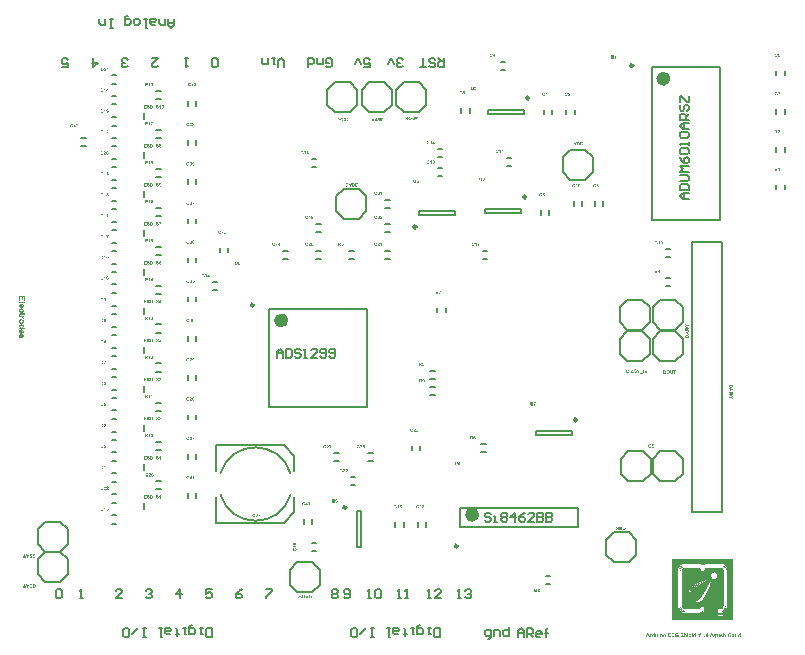
<source format=gto>
%FSLAX44Y44*%
%MOMM*%
G71*
G01*
G75*
%ADD10R,0.9000X0.7000*%
%ADD11O,0.3000X2.1000*%
%ADD12O,2.1000X0.3000*%
%ADD13R,0.6500X1.0500*%
%ADD14R,0.7000X1.3000*%
%ADD15R,1.3000X0.7000*%
%ADD16O,0.7000X2.5000*%
%ADD17O,2.6000X0.7000*%
%ADD18R,0.7000X0.9000*%
%ADD19R,0.9000X0.7000*%
%ADD20R,3.5052X1.6002*%
%ADD21C,0.2540*%
%ADD22C,1.7780*%
%ADD23P,1.8145X8X202.5*%
%ADD24C,3.2004*%
%ADD25P,2.0895X8X112.5*%
%ADD26P,1.9245X8X202.5*%
%ADD27P,2.0895X8X22.5*%
%ADD28C,1.2700*%
%ADD29O,4.1000X1.4500*%
%ADD30C,0.6000*%
%ADD31C,0.2500*%
%ADD32C,0.2032*%
%ADD33C,0.0127*%
%ADD34C,0.1524*%
%ADD35C,0.1270*%
%ADD36C,0.2000*%
G36*
X428926Y792041D02*
X428973Y792037D01*
X429024Y792033D01*
X429080Y792024D01*
X429140Y792015D01*
X429269Y791990D01*
X429402Y791947D01*
X429467Y791921D01*
X429527Y791887D01*
X429587Y791852D01*
X429638Y791809D01*
X429642Y791805D01*
X429651Y791796D01*
X429664Y791784D01*
X429681Y791766D01*
X429703Y791745D01*
X429724Y791715D01*
X429750Y791681D01*
X429776Y791642D01*
X429801Y791599D01*
X429823Y791552D01*
X429870Y791449D01*
X429887Y791389D01*
X429904Y791324D01*
X429917Y791256D01*
X429921Y791187D01*
X429351Y791165D01*
Y791170D01*
Y791174D01*
X429342Y791200D01*
X429333Y791238D01*
X429316Y791286D01*
X429295Y791337D01*
X429269Y791389D01*
X429235Y791436D01*
X429192Y791475D01*
X429188Y791479D01*
X429170Y791492D01*
X429145Y791505D01*
X429106Y791526D01*
X429054Y791543D01*
X428994Y791556D01*
X428921Y791569D01*
X428835Y791573D01*
X428797D01*
X428750Y791569D01*
X428694Y791560D01*
X428634Y791547D01*
X428569Y791530D01*
X428505Y791505D01*
X428449Y791470D01*
X428445Y791466D01*
X428436Y791457D01*
X428423Y791444D01*
X428406Y791423D01*
X428389Y791397D01*
X428376Y791367D01*
X428368Y791333D01*
X428363Y791294D01*
Y791290D01*
Y791277D01*
X428368Y791260D01*
X428372Y791234D01*
X428385Y791208D01*
X428398Y791178D01*
X428419Y791153D01*
X428445Y791123D01*
X428449Y791118D01*
X428466Y791105D01*
X428501Y791088D01*
X428522Y791080D01*
X428552Y791067D01*
X428582Y791050D01*
X428621Y791037D01*
X428660Y791020D01*
X428711Y791007D01*
X428763Y790990D01*
X428823Y790972D01*
X428891Y790951D01*
X428964Y790934D01*
X428969D01*
X428981Y790929D01*
X429003Y790925D01*
X429033Y790917D01*
X429067Y790908D01*
X429106Y790895D01*
X429196Y790874D01*
X429299Y790839D01*
X429398Y790809D01*
X429497Y790771D01*
X429539Y790753D01*
X429578Y790732D01*
X429582D01*
X429587Y790728D01*
X429613Y790715D01*
X429647Y790689D01*
X429690Y790659D01*
X429741Y790616D01*
X429793Y790569D01*
X429840Y790509D01*
X429887Y790444D01*
X429892Y790436D01*
X429904Y790414D01*
X429926Y790371D01*
X429947Y790320D01*
X429964Y790255D01*
X429986Y790178D01*
X429999Y790092D01*
X430003Y789998D01*
Y789994D01*
Y789985D01*
Y789972D01*
Y789955D01*
X429995Y789908D01*
X429986Y789848D01*
X429969Y789779D01*
X429947Y789702D01*
X429913Y789620D01*
X429866Y789539D01*
Y789534D01*
X429861Y789530D01*
X429840Y789504D01*
X429810Y789466D01*
X429767Y789423D01*
X429715Y789371D01*
X429647Y789320D01*
X429574Y789268D01*
X429484Y789225D01*
X429479D01*
X429471Y789221D01*
X429458Y789217D01*
X429441Y789208D01*
X429415Y789204D01*
X429389Y789195D01*
X429355Y789187D01*
X429316Y789178D01*
X429226Y789156D01*
X429123Y789144D01*
X429007Y789131D01*
X428874Y789127D01*
X428823D01*
X428784Y789131D01*
X428741Y789135D01*
X428689Y789139D01*
X428634Y789148D01*
X428569Y789156D01*
X428436Y789187D01*
X428368Y789208D01*
X428299Y789230D01*
X428234Y789260D01*
X428170Y789290D01*
X428106Y789328D01*
X428050Y789371D01*
X428046Y789376D01*
X428037Y789384D01*
X428024Y789397D01*
X428003Y789418D01*
X427981Y789444D01*
X427956Y789474D01*
X427930Y789513D01*
X427900Y789551D01*
X427870Y789603D01*
X427840Y789654D01*
X427814Y789715D01*
X427784Y789779D01*
X427762Y789848D01*
X427741Y789925D01*
X427724Y790006D01*
X427711Y790092D01*
X428265Y790148D01*
Y790144D01*
X428269Y790135D01*
Y790122D01*
X428273Y790101D01*
X428286Y790054D01*
X428307Y789989D01*
X428333Y789925D01*
X428368Y789856D01*
X428410Y789792D01*
X428462Y789736D01*
X428471Y789732D01*
X428492Y789715D01*
X428526Y789697D01*
X428574Y789672D01*
X428634Y789650D01*
X428702Y789629D01*
X428784Y789612D01*
X428878Y789607D01*
X428926D01*
X428973Y789612D01*
X429033Y789620D01*
X429102Y789637D01*
X429170Y789654D01*
X429235Y789685D01*
X429291Y789723D01*
X429295Y789727D01*
X429312Y789745D01*
X429333Y789766D01*
X429364Y789800D01*
X429389Y789839D01*
X429411Y789886D01*
X429428Y789938D01*
X429432Y789994D01*
Y789998D01*
Y790011D01*
X429428Y790028D01*
X429424Y790054D01*
X429406Y790105D01*
X429394Y790135D01*
X429372Y790161D01*
X429368Y790165D01*
X429359Y790174D01*
X429346Y790187D01*
X429325Y790204D01*
X429295Y790225D01*
X429260Y790243D01*
X429217Y790264D01*
X429166Y790285D01*
X429162D01*
X429145Y790294D01*
X429114Y790303D01*
X429072Y790315D01*
X429046Y790324D01*
X429011Y790333D01*
X428977Y790341D01*
X428934Y790354D01*
X428887Y790367D01*
X428835Y790380D01*
X428780Y790393D01*
X428715Y790410D01*
X428711D01*
X428694Y790414D01*
X428672Y790423D01*
X428642Y790431D01*
X428604Y790440D01*
X428561Y790453D01*
X428466Y790487D01*
X428359Y790526D01*
X428252Y790573D01*
X428157Y790629D01*
X428114Y790659D01*
X428076Y790689D01*
X428071Y790693D01*
X428063Y790702D01*
X428050Y790715D01*
X428037Y790732D01*
X428016Y790753D01*
X427994Y790779D01*
X427973Y790814D01*
X427947Y790848D01*
X427900Y790929D01*
X427857Y791028D01*
X427844Y791080D01*
X427831Y791135D01*
X427822Y791196D01*
X427818Y791256D01*
Y791260D01*
Y791264D01*
Y791277D01*
Y791294D01*
X427827Y791333D01*
X427835Y791389D01*
X427848Y791449D01*
X427870Y791517D01*
X427900Y791586D01*
X427938Y791659D01*
Y791663D01*
X427943Y791668D01*
X427960Y791689D01*
X427990Y791723D01*
X428028Y791766D01*
X428076Y791814D01*
X428136Y791861D01*
X428204Y791908D01*
X428286Y791947D01*
X428290D01*
X428295Y791951D01*
X428312Y791955D01*
X428329Y791964D01*
X428350Y791968D01*
X428376Y791977D01*
X428441Y791998D01*
X428522Y792015D01*
X428617Y792028D01*
X428724Y792041D01*
X428840Y792046D01*
X428891D01*
X428926Y792041D01*
D02*
G37*
G36*
X421268D02*
X421315Y792037D01*
X421366Y792033D01*
X421422Y792024D01*
X421482Y792015D01*
X421611Y791990D01*
X421744Y791947D01*
X421809Y791921D01*
X421869Y791887D01*
X421929Y791852D01*
X421980Y791809D01*
X421984Y791805D01*
X421993Y791796D01*
X422006Y791784D01*
X422023Y791766D01*
X422045Y791745D01*
X422066Y791715D01*
X422092Y791681D01*
X422118Y791642D01*
X422143Y791599D01*
X422165Y791552D01*
X422212Y791449D01*
X422229Y791389D01*
X422246Y791324D01*
X422259Y791256D01*
X422263Y791187D01*
X421693Y791165D01*
Y791170D01*
Y791174D01*
X421684Y791200D01*
X421675Y791238D01*
X421658Y791286D01*
X421637Y791337D01*
X421611Y791389D01*
X421577Y791436D01*
X421534Y791475D01*
X421530Y791479D01*
X421512Y791492D01*
X421487Y791505D01*
X421448Y791526D01*
X421396Y791543D01*
X421336Y791556D01*
X421263Y791569D01*
X421177Y791573D01*
X421139D01*
X421092Y791569D01*
X421036Y791560D01*
X420976Y791547D01*
X420911Y791530D01*
X420847Y791505D01*
X420791Y791470D01*
X420787Y791466D01*
X420778Y791457D01*
X420765Y791444D01*
X420748Y791423D01*
X420731Y791397D01*
X420718Y791367D01*
X420710Y791333D01*
X420705Y791294D01*
Y791290D01*
Y791277D01*
X420710Y791260D01*
X420714Y791234D01*
X420727Y791208D01*
X420740Y791178D01*
X420761Y791153D01*
X420787Y791123D01*
X420791Y791118D01*
X420808Y791105D01*
X420843Y791088D01*
X420864Y791080D01*
X420894Y791067D01*
X420924Y791050D01*
X420963Y791037D01*
X421002Y791020D01*
X421053Y791007D01*
X421105Y790990D01*
X421165Y790972D01*
X421233Y790951D01*
X421306Y790934D01*
X421311D01*
X421323Y790929D01*
X421345Y790925D01*
X421375Y790917D01*
X421409Y790908D01*
X421448Y790895D01*
X421538Y790874D01*
X421641Y790839D01*
X421740Y790809D01*
X421839Y790771D01*
X421881Y790753D01*
X421920Y790732D01*
X421924D01*
X421929Y790728D01*
X421954Y790715D01*
X421989Y790689D01*
X422032Y790659D01*
X422083Y790616D01*
X422135Y790569D01*
X422182Y790509D01*
X422229Y790444D01*
X422234Y790436D01*
X422246Y790414D01*
X422268Y790371D01*
X422289Y790320D01*
X422306Y790255D01*
X422328Y790178D01*
X422341Y790092D01*
X422345Y789998D01*
Y789994D01*
Y789985D01*
Y789972D01*
Y789955D01*
X422337Y789908D01*
X422328Y789848D01*
X422311Y789779D01*
X422289Y789702D01*
X422255Y789620D01*
X422208Y789539D01*
Y789534D01*
X422203Y789530D01*
X422182Y789504D01*
X422152Y789466D01*
X422109Y789423D01*
X422057Y789371D01*
X421989Y789320D01*
X421916Y789268D01*
X421826Y789225D01*
X421821D01*
X421813Y789221D01*
X421800Y789217D01*
X421783Y789208D01*
X421757Y789204D01*
X421731Y789195D01*
X421697Y789187D01*
X421658Y789178D01*
X421568Y789156D01*
X421465Y789144D01*
X421349Y789131D01*
X421216Y789127D01*
X421165D01*
X421126Y789131D01*
X421083Y789135D01*
X421031Y789139D01*
X420976Y789148D01*
X420911Y789156D01*
X420778Y789187D01*
X420710Y789208D01*
X420641Y789230D01*
X420577Y789260D01*
X420512Y789290D01*
X420448Y789328D01*
X420392Y789371D01*
X420388Y789376D01*
X420379Y789384D01*
X420366Y789397D01*
X420345Y789418D01*
X420323Y789444D01*
X420298Y789474D01*
X420272Y789513D01*
X420242Y789551D01*
X420212Y789603D01*
X420182Y789654D01*
X420156Y789715D01*
X420126Y789779D01*
X420104Y789848D01*
X420083Y789925D01*
X420066Y790006D01*
X420053Y790092D01*
X420607Y790148D01*
Y790144D01*
X420611Y790135D01*
Y790122D01*
X420615Y790101D01*
X420628Y790054D01*
X420649Y789989D01*
X420675Y789925D01*
X420710Y789856D01*
X420752Y789792D01*
X420804Y789736D01*
X420813Y789732D01*
X420834Y789715D01*
X420868Y789697D01*
X420916Y789672D01*
X420976Y789650D01*
X421044Y789629D01*
X421126Y789612D01*
X421220Y789607D01*
X421268D01*
X421315Y789612D01*
X421375Y789620D01*
X421444Y789637D01*
X421512Y789654D01*
X421577Y789685D01*
X421632Y789723D01*
X421637Y789727D01*
X421654Y789745D01*
X421675Y789766D01*
X421706Y789800D01*
X421731Y789839D01*
X421753Y789886D01*
X421770Y789938D01*
X421774Y789994D01*
Y789998D01*
Y790011D01*
X421770Y790028D01*
X421766Y790054D01*
X421748Y790105D01*
X421735Y790135D01*
X421714Y790161D01*
X421710Y790165D01*
X421701Y790174D01*
X421688Y790187D01*
X421667Y790204D01*
X421637Y790225D01*
X421603Y790243D01*
X421559Y790264D01*
X421508Y790285D01*
X421504D01*
X421487Y790294D01*
X421456Y790303D01*
X421414Y790315D01*
X421388Y790324D01*
X421353Y790333D01*
X421319Y790341D01*
X421276Y790354D01*
X421229Y790367D01*
X421177Y790380D01*
X421122Y790393D01*
X421057Y790410D01*
X421053D01*
X421036Y790414D01*
X421014Y790423D01*
X420984Y790431D01*
X420946Y790440D01*
X420903Y790453D01*
X420808Y790487D01*
X420701Y790526D01*
X420594Y790573D01*
X420499Y790629D01*
X420456Y790659D01*
X420418Y790689D01*
X420413Y790693D01*
X420405Y790702D01*
X420392Y790715D01*
X420379Y790732D01*
X420358Y790753D01*
X420336Y790779D01*
X420315Y790814D01*
X420289Y790848D01*
X420242Y790929D01*
X420199Y791028D01*
X420186Y791080D01*
X420173Y791135D01*
X420164Y791196D01*
X420160Y791256D01*
Y791260D01*
Y791264D01*
Y791277D01*
Y791294D01*
X420169Y791333D01*
X420177Y791389D01*
X420190Y791449D01*
X420212Y791517D01*
X420242Y791586D01*
X420280Y791659D01*
Y791663D01*
X420285Y791668D01*
X420302Y791689D01*
X420332Y791723D01*
X420370Y791766D01*
X420418Y791814D01*
X420478Y791861D01*
X420546Y791908D01*
X420628Y791947D01*
X420632D01*
X420637Y791951D01*
X420654Y791955D01*
X420671Y791964D01*
X420692Y791968D01*
X420718Y791977D01*
X420783Y791998D01*
X420864Y792015D01*
X420959Y792028D01*
X421066Y792041D01*
X421182Y792046D01*
X421233D01*
X421268Y792041D01*
D02*
G37*
G36*
X431754Y789178D02*
X431214D01*
Y791213D01*
X431209Y791208D01*
X431201Y791200D01*
X431184Y791187D01*
X431162Y791165D01*
X431132Y791144D01*
X431098Y791118D01*
X431059Y791088D01*
X431012Y791058D01*
X430965Y791024D01*
X430909Y790990D01*
X430793Y790925D01*
X430660Y790861D01*
X430514Y790805D01*
Y791294D01*
X430518D01*
X430522Y791299D01*
X430535Y791303D01*
X430552Y791307D01*
X430596Y791324D01*
X430651Y791354D01*
X430720Y791389D01*
X430797Y791436D01*
X430883Y791487D01*
X430973Y791556D01*
X430978Y791560D01*
X430986Y791565D01*
X430999Y791578D01*
X431012Y791590D01*
X431055Y791629D01*
X431111Y791685D01*
X431166Y791749D01*
X431222Y791826D01*
X431274Y791912D01*
X431312Y792007D01*
X431754D01*
Y789178D01*
D02*
G37*
G36*
X427591Y722361D02*
X425346D01*
Y722713D01*
X427591D01*
Y722361D01*
D02*
G37*
G36*
X431299Y725963D02*
X431334Y725958D01*
X431377Y725950D01*
X431424Y725937D01*
X431475Y725924D01*
X431531Y725907D01*
X431587Y725885D01*
X431647Y725860D01*
X431703Y725825D01*
X431763Y725787D01*
X431823Y725744D01*
X431879Y725692D01*
X431931Y725632D01*
X431935Y725628D01*
X431943Y725615D01*
X431956Y725598D01*
X431973Y725568D01*
X431995Y725533D01*
X432016Y725486D01*
X432042Y725434D01*
X432068Y725370D01*
X432094Y725302D01*
X432119Y725220D01*
X432141Y725130D01*
X432162Y725031D01*
X432179Y724924D01*
X432192Y724808D01*
X432201Y724679D01*
X432205Y724542D01*
Y724533D01*
Y724507D01*
Y724469D01*
X432201Y724417D01*
X432197Y724353D01*
X432188Y724280D01*
X432179Y724198D01*
X432171Y724112D01*
X432136Y723928D01*
X432111Y723838D01*
X432085Y723743D01*
X432051Y723657D01*
X432012Y723572D01*
X431969Y723494D01*
X431918Y723426D01*
X431913Y723421D01*
X431905Y723413D01*
X431888Y723396D01*
X431866Y723374D01*
X431836Y723348D01*
X431802Y723318D01*
X431763Y723288D01*
X431716Y723258D01*
X431664Y723224D01*
X431609Y723194D01*
X431548Y723164D01*
X431484Y723138D01*
X431411Y723117D01*
X431338Y723099D01*
X431256Y723091D01*
X431175Y723086D01*
X431145D01*
X431119Y723091D01*
X431093D01*
X431059Y723095D01*
X430986Y723108D01*
X430900Y723129D01*
X430810Y723159D01*
X430720Y723202D01*
X430638Y723262D01*
Y723267D01*
X430630Y723271D01*
X430604Y723297D01*
X430570Y723335D01*
X430531Y723396D01*
X430488Y723468D01*
X430445Y723559D01*
X430407Y723666D01*
X430381Y723786D01*
X430905Y723846D01*
Y723838D01*
X430909Y723820D01*
X430913Y723791D01*
X430922Y723756D01*
X430935Y723717D01*
X430952Y723675D01*
X430973Y723640D01*
X430999Y723606D01*
X431003Y723602D01*
X431012Y723593D01*
X431033Y723584D01*
X431055Y723572D01*
X431089Y723554D01*
X431123Y723546D01*
X431166Y723537D01*
X431214Y723533D01*
X431222D01*
X431244Y723537D01*
X431274Y723541D01*
X431312Y723550D01*
X431355Y723572D01*
X431403Y723597D01*
X431450Y723632D01*
X431497Y723683D01*
X431501Y723692D01*
X431510Y723700D01*
X431514Y723713D01*
X431527Y723735D01*
X431535Y723756D01*
X431548Y723786D01*
X431561Y723820D01*
X431570Y723863D01*
X431583Y723906D01*
X431596Y723958D01*
X431609Y724018D01*
X431621Y724082D01*
X431630Y724155D01*
X431639Y724237D01*
X431647Y724323D01*
X431643Y724318D01*
X431639Y724314D01*
X431626Y724301D01*
X431609Y724284D01*
X431566Y724250D01*
X431506Y724207D01*
X431432Y724160D01*
X431347Y724125D01*
X431248Y724095D01*
X431192Y724091D01*
X431136Y724087D01*
X431106D01*
X431081Y724091D01*
X431050Y724095D01*
X431020Y724100D01*
X430943Y724117D01*
X430853Y724147D01*
X430806Y724168D01*
X430754Y724194D01*
X430707Y724224D01*
X430660Y724258D01*
X430613Y724297D01*
X430565Y724340D01*
X430561Y724344D01*
X430557Y724353D01*
X430544Y724366D01*
X430527Y724387D01*
X430510Y724413D01*
X430488Y724443D01*
X430467Y724477D01*
X430445Y724520D01*
X430424Y724567D01*
X430402Y724615D01*
X430381Y724670D01*
X430364Y724731D01*
X430334Y724864D01*
X430329Y724932D01*
X430325Y725010D01*
Y725014D01*
Y725027D01*
Y725052D01*
X430329Y725082D01*
X430334Y725117D01*
X430338Y725160D01*
X430346Y725207D01*
X430355Y725258D01*
X430385Y725366D01*
X430407Y725426D01*
X430432Y725482D01*
X430462Y725542D01*
X430497Y725598D01*
X430535Y725649D01*
X430578Y725701D01*
X430583Y725705D01*
X430591Y725714D01*
X430604Y725726D01*
X430625Y725744D01*
X430651Y725761D01*
X430681Y725787D01*
X430716Y725808D01*
X430754Y725834D01*
X430797Y725860D01*
X430849Y725881D01*
X430900Y725907D01*
X430960Y725924D01*
X431020Y725941D01*
X431085Y725954D01*
X431153Y725963D01*
X431227Y725967D01*
X431269D01*
X431299Y725963D01*
D02*
G37*
G36*
X423985Y725954D02*
X424062Y725950D01*
X424152Y725945D01*
X424238Y725937D01*
X424324Y725920D01*
X424401Y725902D01*
X424406D01*
X424414Y725898D01*
X424427Y725894D01*
X424444Y725890D01*
X424487Y725868D01*
X424547Y725842D01*
X424612Y725808D01*
X424680Y725761D01*
X424753Y725705D01*
X424822Y725641D01*
X424826D01*
X424831Y725632D01*
X424852Y725606D01*
X424882Y725568D01*
X424925Y725516D01*
X424968Y725447D01*
X425011Y725370D01*
X425054Y725284D01*
X425092Y725186D01*
Y725181D01*
X425097Y725173D01*
X425101Y725160D01*
X425105Y725138D01*
X425114Y725113D01*
X425122Y725078D01*
X425131Y725044D01*
X425140Y725001D01*
X425148Y724954D01*
X425157Y724907D01*
X425174Y724791D01*
X425182Y724662D01*
X425187Y724520D01*
Y724516D01*
Y724503D01*
Y724486D01*
Y724460D01*
X425182Y724430D01*
Y724396D01*
X425174Y724314D01*
X425165Y724220D01*
X425148Y724121D01*
X425127Y724018D01*
X425097Y723919D01*
Y723915D01*
X425092Y723906D01*
X425088Y723889D01*
X425079Y723868D01*
X425067Y723842D01*
X425054Y723812D01*
X425019Y723743D01*
X424976Y723662D01*
X424925Y723580D01*
X424865Y723499D01*
X424796Y723421D01*
X424788Y723417D01*
X424770Y723396D01*
X424736Y723370D01*
X424693Y723340D01*
X424633Y723301D01*
X424564Y723262D01*
X424487Y723228D01*
X424397Y723194D01*
X424388Y723189D01*
X424363Y723185D01*
X424324Y723177D01*
X424264Y723168D01*
X424195Y723155D01*
X424109Y723147D01*
X424006Y723142D01*
X423895Y723138D01*
X422830D01*
Y725958D01*
X423951D01*
X423985Y725954D01*
D02*
G37*
G36*
X419662Y725482D02*
X418147D01*
Y724855D01*
X419555D01*
Y724379D01*
X418147D01*
Y723615D01*
X419718D01*
Y723138D01*
X417576D01*
Y725958D01*
X419662D01*
Y725482D01*
D02*
G37*
G36*
X428926Y461841D02*
X428973Y461837D01*
X429024Y461833D01*
X429080Y461824D01*
X429140Y461815D01*
X429269Y461790D01*
X429402Y461747D01*
X429467Y461721D01*
X429527Y461687D01*
X429587Y461652D01*
X429638Y461609D01*
X429642Y461605D01*
X429651Y461596D01*
X429664Y461584D01*
X429681Y461566D01*
X429703Y461545D01*
X429724Y461515D01*
X429750Y461481D01*
X429776Y461442D01*
X429801Y461399D01*
X429823Y461352D01*
X429870Y461249D01*
X429887Y461189D01*
X429904Y461124D01*
X429917Y461056D01*
X429921Y460987D01*
X429351Y460965D01*
Y460970D01*
Y460974D01*
X429342Y461000D01*
X429333Y461038D01*
X429316Y461086D01*
X429295Y461137D01*
X429269Y461189D01*
X429235Y461236D01*
X429192Y461274D01*
X429188Y461279D01*
X429170Y461292D01*
X429145Y461305D01*
X429106Y461326D01*
X429054Y461343D01*
X428994Y461356D01*
X428921Y461369D01*
X428835Y461373D01*
X428797D01*
X428750Y461369D01*
X428694Y461360D01*
X428634Y461348D01*
X428569Y461330D01*
X428505Y461305D01*
X428449Y461270D01*
X428445Y461266D01*
X428436Y461257D01*
X428423Y461245D01*
X428406Y461223D01*
X428389Y461197D01*
X428376Y461167D01*
X428368Y461133D01*
X428363Y461094D01*
Y461090D01*
Y461077D01*
X428368Y461060D01*
X428372Y461034D01*
X428385Y461008D01*
X428398Y460978D01*
X428419Y460953D01*
X428445Y460923D01*
X428449Y460918D01*
X428466Y460905D01*
X428501Y460888D01*
X428522Y460880D01*
X428552Y460867D01*
X428582Y460850D01*
X428621Y460837D01*
X428660Y460820D01*
X428711Y460807D01*
X428763Y460789D01*
X428823Y460772D01*
X428891Y460751D01*
X428964Y460734D01*
X428969D01*
X428981Y460729D01*
X429003Y460725D01*
X429033Y460717D01*
X429067Y460708D01*
X429106Y460695D01*
X429196Y460674D01*
X429299Y460639D01*
X429398Y460609D01*
X429497Y460571D01*
X429539Y460553D01*
X429578Y460532D01*
X429582D01*
X429587Y460528D01*
X429613Y460515D01*
X429647Y460489D01*
X429690Y460459D01*
X429741Y460416D01*
X429793Y460369D01*
X429840Y460309D01*
X429887Y460244D01*
X429892Y460236D01*
X429904Y460214D01*
X429926Y460171D01*
X429947Y460120D01*
X429964Y460055D01*
X429986Y459978D01*
X429999Y459892D01*
X430003Y459798D01*
Y459794D01*
Y459785D01*
Y459772D01*
Y459755D01*
X429995Y459708D01*
X429986Y459648D01*
X429969Y459579D01*
X429947Y459502D01*
X429913Y459420D01*
X429866Y459339D01*
Y459334D01*
X429861Y459330D01*
X429840Y459304D01*
X429810Y459266D01*
X429767Y459223D01*
X429715Y459171D01*
X429647Y459120D01*
X429574Y459068D01*
X429484Y459025D01*
X429479D01*
X429471Y459021D01*
X429458Y459017D01*
X429441Y459008D01*
X429415Y459004D01*
X429389Y458995D01*
X429355Y458987D01*
X429316Y458978D01*
X429226Y458956D01*
X429123Y458944D01*
X429007Y458931D01*
X428874Y458927D01*
X428823D01*
X428784Y458931D01*
X428741Y458935D01*
X428689Y458939D01*
X428634Y458948D01*
X428569Y458956D01*
X428436Y458987D01*
X428368Y459008D01*
X428299Y459030D01*
X428234Y459060D01*
X428170Y459090D01*
X428106Y459128D01*
X428050Y459171D01*
X428046Y459175D01*
X428037Y459184D01*
X428024Y459197D01*
X428003Y459218D01*
X427981Y459244D01*
X427956Y459274D01*
X427930Y459313D01*
X427900Y459352D01*
X427870Y459403D01*
X427840Y459454D01*
X427814Y459515D01*
X427784Y459579D01*
X427762Y459648D01*
X427741Y459725D01*
X427724Y459807D01*
X427711Y459892D01*
X428265Y459948D01*
Y459944D01*
X428269Y459935D01*
Y459922D01*
X428273Y459901D01*
X428286Y459854D01*
X428307Y459789D01*
X428333Y459725D01*
X428368Y459656D01*
X428410Y459592D01*
X428462Y459536D01*
X428471Y459532D01*
X428492Y459515D01*
X428526Y459497D01*
X428574Y459472D01*
X428634Y459450D01*
X428702Y459429D01*
X428784Y459412D01*
X428878Y459407D01*
X428926D01*
X428973Y459412D01*
X429033Y459420D01*
X429102Y459437D01*
X429170Y459454D01*
X429235Y459484D01*
X429291Y459523D01*
X429295Y459528D01*
X429312Y459545D01*
X429333Y459566D01*
X429364Y459600D01*
X429389Y459639D01*
X429411Y459686D01*
X429428Y459738D01*
X429432Y459794D01*
Y459798D01*
Y459811D01*
X429428Y459828D01*
X429424Y459854D01*
X429406Y459905D01*
X429394Y459935D01*
X429372Y459961D01*
X429368Y459965D01*
X429359Y459974D01*
X429346Y459987D01*
X429325Y460004D01*
X429295Y460025D01*
X429260Y460043D01*
X429217Y460064D01*
X429166Y460085D01*
X429162D01*
X429145Y460094D01*
X429114Y460103D01*
X429072Y460116D01*
X429046Y460124D01*
X429011Y460133D01*
X428977Y460141D01*
X428934Y460154D01*
X428887Y460167D01*
X428835Y460180D01*
X428780Y460193D01*
X428715Y460210D01*
X428711D01*
X428694Y460214D01*
X428672Y460223D01*
X428642Y460231D01*
X428604Y460240D01*
X428561Y460253D01*
X428466Y460287D01*
X428359Y460326D01*
X428252Y460373D01*
X428157Y460429D01*
X428114Y460459D01*
X428076Y460489D01*
X428071Y460493D01*
X428063Y460502D01*
X428050Y460515D01*
X428037Y460532D01*
X428016Y460553D01*
X427994Y460579D01*
X427973Y460614D01*
X427947Y460648D01*
X427900Y460729D01*
X427857Y460828D01*
X427844Y460880D01*
X427831Y460935D01*
X427822Y460995D01*
X427818Y461056D01*
Y461060D01*
Y461064D01*
Y461077D01*
Y461094D01*
X427827Y461133D01*
X427835Y461189D01*
X427848Y461249D01*
X427870Y461317D01*
X427900Y461386D01*
X427938Y461459D01*
Y461463D01*
X427943Y461468D01*
X427960Y461489D01*
X427990Y461524D01*
X428028Y461566D01*
X428076Y461614D01*
X428136Y461661D01*
X428204Y461708D01*
X428286Y461747D01*
X428290D01*
X428295Y461751D01*
X428312Y461755D01*
X428329Y461764D01*
X428350Y461768D01*
X428376Y461777D01*
X428441Y461798D01*
X428522Y461815D01*
X428617Y461828D01*
X428724Y461841D01*
X428840Y461846D01*
X428891D01*
X428926Y461841D01*
D02*
G37*
G36*
X421268D02*
X421315Y461837D01*
X421366Y461833D01*
X421422Y461824D01*
X421482Y461815D01*
X421611Y461790D01*
X421744Y461747D01*
X421809Y461721D01*
X421869Y461687D01*
X421929Y461652D01*
X421980Y461609D01*
X421984Y461605D01*
X421993Y461596D01*
X422006Y461584D01*
X422023Y461566D01*
X422045Y461545D01*
X422066Y461515D01*
X422092Y461481D01*
X422118Y461442D01*
X422143Y461399D01*
X422165Y461352D01*
X422212Y461249D01*
X422229Y461189D01*
X422246Y461124D01*
X422259Y461056D01*
X422263Y460987D01*
X421693Y460965D01*
Y460970D01*
Y460974D01*
X421684Y461000D01*
X421675Y461038D01*
X421658Y461086D01*
X421637Y461137D01*
X421611Y461189D01*
X421577Y461236D01*
X421534Y461274D01*
X421530Y461279D01*
X421512Y461292D01*
X421487Y461305D01*
X421448Y461326D01*
X421396Y461343D01*
X421336Y461356D01*
X421263Y461369D01*
X421177Y461373D01*
X421139D01*
X421092Y461369D01*
X421036Y461360D01*
X420976Y461348D01*
X420911Y461330D01*
X420847Y461305D01*
X420791Y461270D01*
X420787Y461266D01*
X420778Y461257D01*
X420765Y461245D01*
X420748Y461223D01*
X420731Y461197D01*
X420718Y461167D01*
X420710Y461133D01*
X420705Y461094D01*
Y461090D01*
Y461077D01*
X420710Y461060D01*
X420714Y461034D01*
X420727Y461008D01*
X420740Y460978D01*
X420761Y460953D01*
X420787Y460923D01*
X420791Y460918D01*
X420808Y460905D01*
X420843Y460888D01*
X420864Y460880D01*
X420894Y460867D01*
X420924Y460850D01*
X420963Y460837D01*
X421002Y460820D01*
X421053Y460807D01*
X421105Y460789D01*
X421165Y460772D01*
X421233Y460751D01*
X421306Y460734D01*
X421311D01*
X421323Y460729D01*
X421345Y460725D01*
X421375Y460717D01*
X421409Y460708D01*
X421448Y460695D01*
X421538Y460674D01*
X421641Y460639D01*
X421740Y460609D01*
X421839Y460571D01*
X421881Y460553D01*
X421920Y460532D01*
X421924D01*
X421929Y460528D01*
X421954Y460515D01*
X421989Y460489D01*
X422032Y460459D01*
X422083Y460416D01*
X422135Y460369D01*
X422182Y460309D01*
X422229Y460244D01*
X422234Y460236D01*
X422246Y460214D01*
X422268Y460171D01*
X422289Y460120D01*
X422306Y460055D01*
X422328Y459978D01*
X422341Y459892D01*
X422345Y459798D01*
Y459794D01*
Y459785D01*
Y459772D01*
Y459755D01*
X422337Y459708D01*
X422328Y459648D01*
X422311Y459579D01*
X422289Y459502D01*
X422255Y459420D01*
X422208Y459339D01*
Y459334D01*
X422203Y459330D01*
X422182Y459304D01*
X422152Y459266D01*
X422109Y459223D01*
X422057Y459171D01*
X421989Y459120D01*
X421916Y459068D01*
X421826Y459025D01*
X421821D01*
X421813Y459021D01*
X421800Y459017D01*
X421783Y459008D01*
X421757Y459004D01*
X421731Y458995D01*
X421697Y458987D01*
X421658Y458978D01*
X421568Y458956D01*
X421465Y458944D01*
X421349Y458931D01*
X421216Y458927D01*
X421165D01*
X421126Y458931D01*
X421083Y458935D01*
X421031Y458939D01*
X420976Y458948D01*
X420911Y458956D01*
X420778Y458987D01*
X420710Y459008D01*
X420641Y459030D01*
X420577Y459060D01*
X420512Y459090D01*
X420448Y459128D01*
X420392Y459171D01*
X420388Y459175D01*
X420379Y459184D01*
X420366Y459197D01*
X420345Y459218D01*
X420323Y459244D01*
X420298Y459274D01*
X420272Y459313D01*
X420242Y459352D01*
X420212Y459403D01*
X420182Y459454D01*
X420156Y459515D01*
X420126Y459579D01*
X420104Y459648D01*
X420083Y459725D01*
X420066Y459807D01*
X420053Y459892D01*
X420607Y459948D01*
Y459944D01*
X420611Y459935D01*
Y459922D01*
X420615Y459901D01*
X420628Y459854D01*
X420649Y459789D01*
X420675Y459725D01*
X420710Y459656D01*
X420752Y459592D01*
X420804Y459536D01*
X420813Y459532D01*
X420834Y459515D01*
X420868Y459497D01*
X420916Y459472D01*
X420976Y459450D01*
X421044Y459429D01*
X421126Y459412D01*
X421220Y459407D01*
X421268D01*
X421315Y459412D01*
X421375Y459420D01*
X421444Y459437D01*
X421512Y459454D01*
X421577Y459484D01*
X421632Y459523D01*
X421637Y459528D01*
X421654Y459545D01*
X421675Y459566D01*
X421706Y459600D01*
X421731Y459639D01*
X421753Y459686D01*
X421770Y459738D01*
X421774Y459794D01*
Y459798D01*
Y459811D01*
X421770Y459828D01*
X421766Y459854D01*
X421748Y459905D01*
X421735Y459935D01*
X421714Y459961D01*
X421710Y459965D01*
X421701Y459974D01*
X421688Y459987D01*
X421667Y460004D01*
X421637Y460025D01*
X421603Y460043D01*
X421559Y460064D01*
X421508Y460085D01*
X421504D01*
X421487Y460094D01*
X421456Y460103D01*
X421414Y460116D01*
X421388Y460124D01*
X421353Y460133D01*
X421319Y460141D01*
X421276Y460154D01*
X421229Y460167D01*
X421177Y460180D01*
X421122Y460193D01*
X421057Y460210D01*
X421053D01*
X421036Y460214D01*
X421014Y460223D01*
X420984Y460231D01*
X420946Y460240D01*
X420903Y460253D01*
X420808Y460287D01*
X420701Y460326D01*
X420594Y460373D01*
X420499Y460429D01*
X420456Y460459D01*
X420418Y460489D01*
X420413Y460493D01*
X420405Y460502D01*
X420392Y460515D01*
X420379Y460532D01*
X420358Y460553D01*
X420336Y460579D01*
X420315Y460614D01*
X420289Y460648D01*
X420242Y460729D01*
X420199Y460828D01*
X420186Y460880D01*
X420173Y460935D01*
X420164Y460995D01*
X420160Y461056D01*
Y461060D01*
Y461064D01*
Y461077D01*
Y461094D01*
X420169Y461133D01*
X420177Y461189D01*
X420190Y461249D01*
X420212Y461317D01*
X420242Y461386D01*
X420280Y461459D01*
Y461463D01*
X420285Y461468D01*
X420302Y461489D01*
X420332Y461524D01*
X420370Y461566D01*
X420418Y461614D01*
X420478Y461661D01*
X420546Y461708D01*
X420628Y461747D01*
X420632D01*
X420637Y461751D01*
X420654Y461755D01*
X420671Y461764D01*
X420692Y461768D01*
X420718Y461777D01*
X420783Y461798D01*
X420864Y461815D01*
X420959Y461828D01*
X421066Y461841D01*
X421182Y461846D01*
X421233D01*
X421268Y461841D01*
D02*
G37*
G36*
X433944Y458978D02*
X433403D01*
Y461013D01*
X433399Y461008D01*
X433390Y461000D01*
X433373Y460987D01*
X433351Y460965D01*
X433321Y460944D01*
X433287Y460918D01*
X433248Y460888D01*
X433201Y460858D01*
X433154Y460824D01*
X433098Y460789D01*
X432982Y460725D01*
X432849Y460661D01*
X432703Y460605D01*
Y461094D01*
X432707D01*
X432712Y461099D01*
X432725Y461103D01*
X432742Y461107D01*
X432785Y461124D01*
X432840Y461154D01*
X432909Y461189D01*
X432986Y461236D01*
X433072Y461287D01*
X433162Y461356D01*
X433167Y461360D01*
X433175Y461365D01*
X433188Y461378D01*
X433201Y461390D01*
X433244Y461429D01*
X433300Y461485D01*
X433356Y461549D01*
X433411Y461627D01*
X433463Y461712D01*
X433502Y461807D01*
X433944D01*
Y458978D01*
D02*
G37*
G36*
X427591Y788401D02*
X425346D01*
Y788753D01*
X427591D01*
Y788401D01*
D02*
G37*
G36*
X423985Y791994D02*
X424062Y791990D01*
X424152Y791985D01*
X424238Y791977D01*
X424324Y791960D01*
X424401Y791942D01*
X424406D01*
X424414Y791938D01*
X424427Y791934D01*
X424444Y791930D01*
X424487Y791908D01*
X424547Y791882D01*
X424612Y791848D01*
X424680Y791801D01*
X424753Y791745D01*
X424822Y791681D01*
X424826D01*
X424831Y791672D01*
X424852Y791646D01*
X424882Y791608D01*
X424925Y791556D01*
X424968Y791487D01*
X425011Y791410D01*
X425054Y791324D01*
X425092Y791226D01*
Y791221D01*
X425097Y791213D01*
X425101Y791200D01*
X425105Y791178D01*
X425114Y791153D01*
X425122Y791118D01*
X425131Y791084D01*
X425140Y791041D01*
X425148Y790994D01*
X425157Y790947D01*
X425174Y790831D01*
X425182Y790702D01*
X425187Y790560D01*
Y790556D01*
Y790543D01*
Y790526D01*
Y790500D01*
X425182Y790470D01*
Y790436D01*
X425174Y790354D01*
X425165Y790260D01*
X425148Y790161D01*
X425127Y790058D01*
X425097Y789959D01*
Y789955D01*
X425092Y789946D01*
X425088Y789929D01*
X425079Y789908D01*
X425067Y789882D01*
X425054Y789852D01*
X425019Y789783D01*
X424976Y789702D01*
X424925Y789620D01*
X424865Y789539D01*
X424796Y789461D01*
X424788Y789457D01*
X424770Y789436D01*
X424736Y789410D01*
X424693Y789380D01*
X424633Y789341D01*
X424564Y789303D01*
X424487Y789268D01*
X424397Y789234D01*
X424388Y789230D01*
X424363Y789225D01*
X424324Y789217D01*
X424264Y789208D01*
X424195Y789195D01*
X424109Y789187D01*
X424006Y789182D01*
X423895Y789178D01*
X422830D01*
Y791998D01*
X423951D01*
X423985Y791994D01*
D02*
G37*
G36*
X419662Y791522D02*
X418147D01*
Y790895D01*
X419555D01*
Y790419D01*
X418147D01*
Y789654D01*
X419718D01*
Y789178D01*
X417576D01*
Y791998D01*
X419662D01*
Y791522D01*
D02*
G37*
G36*
X433540Y792002D02*
X433574Y791998D01*
X433613Y791990D01*
X433656Y791981D01*
X433703Y791968D01*
X433755Y791955D01*
X433806Y791934D01*
X433862Y791912D01*
X433914Y791882D01*
X433965Y791848D01*
X434017Y791809D01*
X434064Y791762D01*
X434111Y791711D01*
X434115Y791706D01*
X434124Y791693D01*
X434137Y791672D01*
X434154Y791646D01*
X434175Y791608D01*
X434197Y791560D01*
X434223Y791505D01*
X434249Y791440D01*
X434274Y791363D01*
X434300Y791281D01*
X434321Y791187D01*
X434343Y791084D01*
X434360Y790968D01*
X434373Y790844D01*
X434381Y790711D01*
X434386Y790564D01*
Y790560D01*
Y790556D01*
Y790530D01*
Y790487D01*
X434381Y790436D01*
X434377Y790367D01*
X434373Y790294D01*
X434364Y790208D01*
X434352Y790118D01*
X434317Y789929D01*
X434296Y789835D01*
X434270Y789740D01*
X434236Y789650D01*
X434197Y789564D01*
X434154Y789483D01*
X434107Y789414D01*
X434103Y789410D01*
X434098Y789401D01*
X434085Y789388D01*
X434064Y789371D01*
X434042Y789345D01*
X434012Y789324D01*
X433982Y789298D01*
X433944Y789272D01*
X433901Y789242D01*
X433853Y789217D01*
X433798Y789195D01*
X433742Y789174D01*
X433682Y789152D01*
X433617Y789139D01*
X433545Y789131D01*
X433471Y789127D01*
X433454D01*
X433433Y789131D01*
X433403D01*
X433368Y789135D01*
X433330Y789144D01*
X433283Y789152D01*
X433235Y789165D01*
X433184Y789182D01*
X433128Y789204D01*
X433072Y789230D01*
X433017Y789260D01*
X432961Y789294D01*
X432909Y789337D01*
X432853Y789384D01*
X432806Y789440D01*
X432802Y789444D01*
X432798Y789457D01*
X432785Y789474D01*
X432767Y789504D01*
X432750Y789539D01*
X432729Y789582D01*
X432703Y789637D01*
X432682Y789702D01*
X432660Y789775D01*
X432634Y789856D01*
X432613Y789946D01*
X432596Y790049D01*
X432579Y790165D01*
X432570Y790285D01*
X432561Y790423D01*
X432557Y790569D01*
Y790573D01*
Y790577D01*
Y790603D01*
Y790646D01*
X432561Y790698D01*
X432566Y790766D01*
X432570Y790839D01*
X432579Y790921D01*
X432592Y791011D01*
X432626Y791200D01*
X432647Y791294D01*
X432673Y791389D01*
X432703Y791479D01*
X432742Y791565D01*
X432785Y791646D01*
X432832Y791715D01*
X432836Y791719D01*
X432840Y791728D01*
X432858Y791741D01*
X432875Y791762D01*
X432896Y791784D01*
X432926Y791809D01*
X432961Y791835D01*
X432999Y791861D01*
X433042Y791887D01*
X433089Y791917D01*
X433141Y791938D01*
X433197Y791960D01*
X433261Y791981D01*
X433326Y791994D01*
X433399Y792002D01*
X433471Y792007D01*
X433510D01*
X433540Y792002D01*
D02*
G37*
G36*
X421268Y726001D02*
X421315Y725997D01*
X421366Y725993D01*
X421422Y725984D01*
X421482Y725975D01*
X421611Y725950D01*
X421744Y725907D01*
X421809Y725881D01*
X421869Y725847D01*
X421929Y725812D01*
X421980Y725769D01*
X421984Y725765D01*
X421993Y725757D01*
X422006Y725744D01*
X422023Y725726D01*
X422045Y725705D01*
X422066Y725675D01*
X422092Y725641D01*
X422118Y725602D01*
X422143Y725559D01*
X422165Y725512D01*
X422212Y725409D01*
X422229Y725349D01*
X422246Y725284D01*
X422259Y725216D01*
X422263Y725147D01*
X421693Y725126D01*
Y725130D01*
Y725134D01*
X421684Y725160D01*
X421675Y725198D01*
X421658Y725246D01*
X421637Y725297D01*
X421611Y725349D01*
X421577Y725396D01*
X421534Y725434D01*
X421530Y725439D01*
X421512Y725452D01*
X421487Y725465D01*
X421448Y725486D01*
X421396Y725503D01*
X421336Y725516D01*
X421263Y725529D01*
X421177Y725533D01*
X421139D01*
X421092Y725529D01*
X421036Y725520D01*
X420976Y725508D01*
X420911Y725490D01*
X420847Y725465D01*
X420791Y725430D01*
X420787Y725426D01*
X420778Y725417D01*
X420765Y725405D01*
X420748Y725383D01*
X420731Y725357D01*
X420718Y725327D01*
X420710Y725293D01*
X420705Y725254D01*
Y725250D01*
Y725237D01*
X420710Y725220D01*
X420714Y725194D01*
X420727Y725168D01*
X420740Y725138D01*
X420761Y725113D01*
X420787Y725082D01*
X420791Y725078D01*
X420808Y725065D01*
X420843Y725048D01*
X420864Y725040D01*
X420894Y725027D01*
X420924Y725010D01*
X420963Y724997D01*
X421002Y724979D01*
X421053Y724967D01*
X421105Y724949D01*
X421165Y724932D01*
X421233Y724911D01*
X421306Y724894D01*
X421311D01*
X421323Y724889D01*
X421345Y724885D01*
X421375Y724876D01*
X421409Y724868D01*
X421448Y724855D01*
X421538Y724834D01*
X421641Y724799D01*
X421740Y724769D01*
X421839Y724731D01*
X421881Y724713D01*
X421920Y724692D01*
X421924D01*
X421929Y724688D01*
X421954Y724675D01*
X421989Y724649D01*
X422032Y724619D01*
X422083Y724576D01*
X422135Y724529D01*
X422182Y724469D01*
X422229Y724404D01*
X422234Y724396D01*
X422246Y724374D01*
X422268Y724331D01*
X422289Y724280D01*
X422306Y724215D01*
X422328Y724138D01*
X422341Y724052D01*
X422345Y723958D01*
Y723954D01*
Y723945D01*
Y723932D01*
Y723915D01*
X422337Y723868D01*
X422328Y723808D01*
X422311Y723739D01*
X422289Y723662D01*
X422255Y723580D01*
X422208Y723499D01*
Y723494D01*
X422203Y723490D01*
X422182Y723464D01*
X422152Y723426D01*
X422109Y723383D01*
X422057Y723331D01*
X421989Y723280D01*
X421916Y723228D01*
X421826Y723185D01*
X421821D01*
X421813Y723181D01*
X421800Y723177D01*
X421783Y723168D01*
X421757Y723164D01*
X421731Y723155D01*
X421697Y723147D01*
X421658Y723138D01*
X421568Y723117D01*
X421465Y723104D01*
X421349Y723091D01*
X421216Y723086D01*
X421165D01*
X421126Y723091D01*
X421083Y723095D01*
X421031Y723099D01*
X420976Y723108D01*
X420911Y723117D01*
X420778Y723147D01*
X420710Y723168D01*
X420641Y723189D01*
X420577Y723220D01*
X420512Y723250D01*
X420448Y723288D01*
X420392Y723331D01*
X420388Y723335D01*
X420379Y723344D01*
X420366Y723357D01*
X420345Y723378D01*
X420323Y723404D01*
X420298Y723434D01*
X420272Y723473D01*
X420242Y723512D01*
X420212Y723563D01*
X420182Y723615D01*
X420156Y723675D01*
X420126Y723739D01*
X420104Y723808D01*
X420083Y723885D01*
X420066Y723967D01*
X420053Y724052D01*
X420607Y724108D01*
Y724104D01*
X420611Y724095D01*
Y724082D01*
X420615Y724061D01*
X420628Y724014D01*
X420649Y723949D01*
X420675Y723885D01*
X420710Y723816D01*
X420752Y723752D01*
X420804Y723696D01*
X420813Y723692D01*
X420834Y723675D01*
X420868Y723657D01*
X420916Y723632D01*
X420976Y723610D01*
X421044Y723589D01*
X421126Y723572D01*
X421220Y723567D01*
X421268D01*
X421315Y723572D01*
X421375Y723580D01*
X421444Y723597D01*
X421512Y723615D01*
X421577Y723644D01*
X421632Y723683D01*
X421637Y723688D01*
X421654Y723705D01*
X421675Y723726D01*
X421706Y723760D01*
X421731Y723799D01*
X421753Y723846D01*
X421770Y723898D01*
X421774Y723954D01*
Y723958D01*
Y723971D01*
X421770Y723988D01*
X421766Y724014D01*
X421748Y724065D01*
X421735Y724095D01*
X421714Y724121D01*
X421710Y724125D01*
X421701Y724134D01*
X421688Y724147D01*
X421667Y724164D01*
X421637Y724185D01*
X421603Y724203D01*
X421559Y724224D01*
X421508Y724246D01*
X421504D01*
X421487Y724254D01*
X421456Y724263D01*
X421414Y724276D01*
X421388Y724284D01*
X421353Y724293D01*
X421319Y724301D01*
X421276Y724314D01*
X421229Y724327D01*
X421177Y724340D01*
X421122Y724353D01*
X421057Y724370D01*
X421053D01*
X421036Y724374D01*
X421014Y724383D01*
X420984Y724391D01*
X420946Y724400D01*
X420903Y724413D01*
X420808Y724447D01*
X420701Y724486D01*
X420594Y724533D01*
X420499Y724589D01*
X420456Y724619D01*
X420418Y724649D01*
X420413Y724653D01*
X420405Y724662D01*
X420392Y724675D01*
X420379Y724692D01*
X420358Y724713D01*
X420336Y724739D01*
X420315Y724773D01*
X420289Y724808D01*
X420242Y724889D01*
X420199Y724988D01*
X420186Y725040D01*
X420173Y725095D01*
X420164Y725155D01*
X420160Y725216D01*
Y725220D01*
Y725224D01*
Y725237D01*
Y725254D01*
X420169Y725293D01*
X420177Y725349D01*
X420190Y725409D01*
X420212Y725478D01*
X420242Y725546D01*
X420280Y725619D01*
Y725623D01*
X420285Y725628D01*
X420302Y725649D01*
X420332Y725684D01*
X420370Y725726D01*
X420418Y725774D01*
X420478Y725821D01*
X420546Y725868D01*
X420628Y725907D01*
X420632D01*
X420637Y725911D01*
X420654Y725915D01*
X420671Y725924D01*
X420692Y725928D01*
X420718Y725937D01*
X420783Y725958D01*
X420864Y725975D01*
X420959Y725988D01*
X421066Y726001D01*
X421182Y726005D01*
X421233D01*
X421268Y726001D01*
D02*
G37*
G36*
X423985Y692934D02*
X424062Y692930D01*
X424152Y692925D01*
X424238Y692917D01*
X424324Y692900D01*
X424401Y692882D01*
X424406D01*
X424414Y692878D01*
X424427Y692874D01*
X424444Y692870D01*
X424487Y692848D01*
X424547Y692822D01*
X424612Y692788D01*
X424680Y692741D01*
X424753Y692685D01*
X424822Y692621D01*
X424826D01*
X424831Y692612D01*
X424852Y692586D01*
X424882Y692548D01*
X424925Y692496D01*
X424968Y692427D01*
X425011Y692350D01*
X425054Y692264D01*
X425092Y692166D01*
Y692161D01*
X425097Y692153D01*
X425101Y692140D01*
X425105Y692118D01*
X425114Y692093D01*
X425122Y692058D01*
X425131Y692024D01*
X425140Y691981D01*
X425148Y691934D01*
X425157Y691887D01*
X425174Y691771D01*
X425182Y691642D01*
X425187Y691500D01*
Y691496D01*
Y691483D01*
Y691466D01*
Y691440D01*
X425182Y691410D01*
Y691376D01*
X425174Y691294D01*
X425165Y691200D01*
X425148Y691101D01*
X425127Y690998D01*
X425097Y690899D01*
Y690895D01*
X425092Y690886D01*
X425088Y690869D01*
X425079Y690848D01*
X425067Y690822D01*
X425054Y690792D01*
X425019Y690723D01*
X424976Y690642D01*
X424925Y690560D01*
X424865Y690479D01*
X424796Y690401D01*
X424788Y690397D01*
X424770Y690376D01*
X424736Y690350D01*
X424693Y690320D01*
X424633Y690281D01*
X424564Y690242D01*
X424487Y690208D01*
X424397Y690174D01*
X424388Y690170D01*
X424363Y690165D01*
X424324Y690157D01*
X424264Y690148D01*
X424195Y690135D01*
X424109Y690127D01*
X424006Y690122D01*
X423895Y690118D01*
X422830D01*
Y692938D01*
X423951D01*
X423985Y692934D01*
D02*
G37*
G36*
X419662Y692462D02*
X418147D01*
Y691835D01*
X419555D01*
Y691359D01*
X418147D01*
Y690594D01*
X419718D01*
Y690118D01*
X417576D01*
Y692938D01*
X419662D01*
Y692462D01*
D02*
G37*
G36*
X427591Y689341D02*
X425346D01*
Y689693D01*
X427591D01*
Y689341D01*
D02*
G37*
G36*
X432214Y692505D02*
X432210Y692500D01*
X432205Y692496D01*
X432192Y692479D01*
X432175Y692462D01*
X432154Y692440D01*
X432128Y692410D01*
X432098Y692376D01*
X432068Y692337D01*
X432034Y692294D01*
X431999Y692247D01*
X431960Y692191D01*
X431918Y692135D01*
X431879Y692071D01*
X431836Y692007D01*
X431789Y691934D01*
X431746Y691857D01*
X431742Y691852D01*
X431737Y691839D01*
X431724Y691814D01*
X431707Y691784D01*
X431686Y691745D01*
X431664Y691698D01*
X431639Y691646D01*
X431613Y691586D01*
X431583Y691522D01*
X431553Y691453D01*
X431523Y691380D01*
X431493Y691303D01*
X431437Y691135D01*
X431385Y690959D01*
Y690955D01*
X431381Y690938D01*
X431372Y690912D01*
X431368Y690882D01*
X431355Y690839D01*
X431347Y690792D01*
X431334Y690736D01*
X431325Y690676D01*
X431312Y690612D01*
X431299Y690547D01*
X431282Y690406D01*
X431269Y690260D01*
X431265Y690118D01*
X430746D01*
Y690127D01*
Y690144D01*
X430750Y690174D01*
Y690217D01*
X430754Y690273D01*
X430763Y690333D01*
X430771Y690406D01*
X430780Y690483D01*
X430793Y690569D01*
X430810Y690663D01*
X430831Y690762D01*
X430853Y690861D01*
X430879Y690968D01*
X430909Y691079D01*
X430947Y691191D01*
X430986Y691303D01*
X430990Y691311D01*
X430995Y691329D01*
X431012Y691363D01*
X431029Y691406D01*
X431050Y691457D01*
X431076Y691522D01*
X431111Y691590D01*
X431149Y691668D01*
X431188Y691749D01*
X431235Y691835D01*
X431338Y692020D01*
X431458Y692208D01*
X431591Y692393D01*
X430368D01*
Y692895D01*
X432214D01*
Y692505D01*
D02*
G37*
G36*
X427591Y656321D02*
X425346D01*
Y656673D01*
X427591D01*
Y656321D01*
D02*
G37*
G36*
X428926Y692981D02*
X428973Y692977D01*
X429024Y692973D01*
X429080Y692964D01*
X429140Y692955D01*
X429269Y692930D01*
X429402Y692887D01*
X429467Y692861D01*
X429527Y692827D01*
X429587Y692792D01*
X429638Y692749D01*
X429642Y692745D01*
X429651Y692737D01*
X429664Y692724D01*
X429681Y692706D01*
X429703Y692685D01*
X429724Y692655D01*
X429750Y692621D01*
X429776Y692582D01*
X429801Y692539D01*
X429823Y692492D01*
X429870Y692389D01*
X429887Y692329D01*
X429904Y692264D01*
X429917Y692196D01*
X429921Y692127D01*
X429351Y692105D01*
Y692110D01*
Y692114D01*
X429342Y692140D01*
X429333Y692178D01*
X429316Y692226D01*
X429295Y692277D01*
X429269Y692329D01*
X429235Y692376D01*
X429192Y692414D01*
X429188Y692419D01*
X429170Y692432D01*
X429145Y692445D01*
X429106Y692466D01*
X429054Y692483D01*
X428994Y692496D01*
X428921Y692509D01*
X428835Y692513D01*
X428797D01*
X428750Y692509D01*
X428694Y692500D01*
X428634Y692487D01*
X428569Y692470D01*
X428505Y692445D01*
X428449Y692410D01*
X428445Y692406D01*
X428436Y692397D01*
X428423Y692384D01*
X428406Y692363D01*
X428389Y692337D01*
X428376Y692307D01*
X428368Y692273D01*
X428363Y692234D01*
Y692230D01*
Y692217D01*
X428368Y692200D01*
X428372Y692174D01*
X428385Y692148D01*
X428398Y692118D01*
X428419Y692093D01*
X428445Y692063D01*
X428449Y692058D01*
X428466Y692045D01*
X428501Y692028D01*
X428522Y692020D01*
X428552Y692007D01*
X428582Y691990D01*
X428621Y691977D01*
X428660Y691960D01*
X428711Y691947D01*
X428763Y691929D01*
X428823Y691912D01*
X428891Y691891D01*
X428964Y691874D01*
X428969D01*
X428981Y691869D01*
X429003Y691865D01*
X429033Y691857D01*
X429067Y691848D01*
X429106Y691835D01*
X429196Y691814D01*
X429299Y691779D01*
X429398Y691749D01*
X429497Y691711D01*
X429539Y691693D01*
X429578Y691672D01*
X429582D01*
X429587Y691668D01*
X429613Y691655D01*
X429647Y691629D01*
X429690Y691599D01*
X429741Y691556D01*
X429793Y691509D01*
X429840Y691449D01*
X429887Y691384D01*
X429892Y691376D01*
X429904Y691354D01*
X429926Y691311D01*
X429947Y691260D01*
X429964Y691195D01*
X429986Y691118D01*
X429999Y691032D01*
X430003Y690938D01*
Y690934D01*
Y690925D01*
Y690912D01*
Y690895D01*
X429995Y690848D01*
X429986Y690788D01*
X429969Y690719D01*
X429947Y690642D01*
X429913Y690560D01*
X429866Y690479D01*
Y690474D01*
X429861Y690470D01*
X429840Y690444D01*
X429810Y690406D01*
X429767Y690363D01*
X429715Y690311D01*
X429647Y690260D01*
X429574Y690208D01*
X429484Y690165D01*
X429479D01*
X429471Y690161D01*
X429458Y690157D01*
X429441Y690148D01*
X429415Y690144D01*
X429389Y690135D01*
X429355Y690127D01*
X429316Y690118D01*
X429226Y690097D01*
X429123Y690084D01*
X429007Y690071D01*
X428874Y690067D01*
X428823D01*
X428784Y690071D01*
X428741Y690075D01*
X428689Y690079D01*
X428634Y690088D01*
X428569Y690097D01*
X428436Y690127D01*
X428368Y690148D01*
X428299Y690170D01*
X428234Y690200D01*
X428170Y690230D01*
X428106Y690268D01*
X428050Y690311D01*
X428046Y690315D01*
X428037Y690324D01*
X428024Y690337D01*
X428003Y690358D01*
X427981Y690384D01*
X427956Y690414D01*
X427930Y690453D01*
X427900Y690491D01*
X427870Y690543D01*
X427840Y690594D01*
X427814Y690655D01*
X427784Y690719D01*
X427762Y690788D01*
X427741Y690865D01*
X427724Y690947D01*
X427711Y691032D01*
X428265Y691088D01*
Y691084D01*
X428269Y691075D01*
Y691062D01*
X428273Y691041D01*
X428286Y690994D01*
X428307Y690929D01*
X428333Y690865D01*
X428368Y690796D01*
X428410Y690732D01*
X428462Y690676D01*
X428471Y690672D01*
X428492Y690655D01*
X428526Y690637D01*
X428574Y690612D01*
X428634Y690590D01*
X428702Y690569D01*
X428784Y690552D01*
X428878Y690547D01*
X428926D01*
X428973Y690552D01*
X429033Y690560D01*
X429102Y690577D01*
X429170Y690594D01*
X429235Y690624D01*
X429291Y690663D01*
X429295Y690667D01*
X429312Y690685D01*
X429333Y690706D01*
X429364Y690740D01*
X429389Y690779D01*
X429411Y690826D01*
X429428Y690878D01*
X429432Y690934D01*
Y690938D01*
Y690951D01*
X429428Y690968D01*
X429424Y690994D01*
X429406Y691045D01*
X429394Y691075D01*
X429372Y691101D01*
X429368Y691105D01*
X429359Y691114D01*
X429346Y691127D01*
X429325Y691144D01*
X429295Y691165D01*
X429260Y691183D01*
X429217Y691204D01*
X429166Y691226D01*
X429162D01*
X429145Y691234D01*
X429114Y691243D01*
X429072Y691255D01*
X429046Y691264D01*
X429011Y691273D01*
X428977Y691281D01*
X428934Y691294D01*
X428887Y691307D01*
X428835Y691320D01*
X428780Y691333D01*
X428715Y691350D01*
X428711D01*
X428694Y691354D01*
X428672Y691363D01*
X428642Y691371D01*
X428604Y691380D01*
X428561Y691393D01*
X428466Y691427D01*
X428359Y691466D01*
X428252Y691513D01*
X428157Y691569D01*
X428114Y691599D01*
X428076Y691629D01*
X428071Y691633D01*
X428063Y691642D01*
X428050Y691655D01*
X428037Y691672D01*
X428016Y691693D01*
X427994Y691719D01*
X427973Y691753D01*
X427947Y691788D01*
X427900Y691869D01*
X427857Y691968D01*
X427844Y692020D01*
X427831Y692075D01*
X427822Y692135D01*
X427818Y692196D01*
Y692200D01*
Y692204D01*
Y692217D01*
Y692234D01*
X427827Y692273D01*
X427835Y692329D01*
X427848Y692389D01*
X427870Y692458D01*
X427900Y692526D01*
X427938Y692599D01*
Y692603D01*
X427943Y692608D01*
X427960Y692629D01*
X427990Y692663D01*
X428028Y692706D01*
X428076Y692754D01*
X428136Y692801D01*
X428204Y692848D01*
X428286Y692887D01*
X428290D01*
X428295Y692891D01*
X428312Y692895D01*
X428329Y692904D01*
X428350Y692908D01*
X428376Y692917D01*
X428441Y692938D01*
X428522Y692955D01*
X428617Y692968D01*
X428724Y692981D01*
X428840Y692986D01*
X428891D01*
X428926Y692981D01*
D02*
G37*
G36*
X421268D02*
X421315Y692977D01*
X421366Y692973D01*
X421422Y692964D01*
X421482Y692955D01*
X421611Y692930D01*
X421744Y692887D01*
X421809Y692861D01*
X421869Y692827D01*
X421929Y692792D01*
X421980Y692749D01*
X421984Y692745D01*
X421993Y692737D01*
X422006Y692724D01*
X422023Y692706D01*
X422045Y692685D01*
X422066Y692655D01*
X422092Y692621D01*
X422118Y692582D01*
X422143Y692539D01*
X422165Y692492D01*
X422212Y692389D01*
X422229Y692329D01*
X422246Y692264D01*
X422259Y692196D01*
X422263Y692127D01*
X421693Y692105D01*
Y692110D01*
Y692114D01*
X421684Y692140D01*
X421675Y692178D01*
X421658Y692226D01*
X421637Y692277D01*
X421611Y692329D01*
X421577Y692376D01*
X421534Y692414D01*
X421530Y692419D01*
X421512Y692432D01*
X421487Y692445D01*
X421448Y692466D01*
X421396Y692483D01*
X421336Y692496D01*
X421263Y692509D01*
X421177Y692513D01*
X421139D01*
X421092Y692509D01*
X421036Y692500D01*
X420976Y692487D01*
X420911Y692470D01*
X420847Y692445D01*
X420791Y692410D01*
X420787Y692406D01*
X420778Y692397D01*
X420765Y692384D01*
X420748Y692363D01*
X420731Y692337D01*
X420718Y692307D01*
X420710Y692273D01*
X420705Y692234D01*
Y692230D01*
Y692217D01*
X420710Y692200D01*
X420714Y692174D01*
X420727Y692148D01*
X420740Y692118D01*
X420761Y692093D01*
X420787Y692063D01*
X420791Y692058D01*
X420808Y692045D01*
X420843Y692028D01*
X420864Y692020D01*
X420894Y692007D01*
X420924Y691990D01*
X420963Y691977D01*
X421002Y691960D01*
X421053Y691947D01*
X421105Y691929D01*
X421165Y691912D01*
X421233Y691891D01*
X421306Y691874D01*
X421311D01*
X421323Y691869D01*
X421345Y691865D01*
X421375Y691857D01*
X421409Y691848D01*
X421448Y691835D01*
X421538Y691814D01*
X421641Y691779D01*
X421740Y691749D01*
X421839Y691711D01*
X421881Y691693D01*
X421920Y691672D01*
X421924D01*
X421929Y691668D01*
X421954Y691655D01*
X421989Y691629D01*
X422032Y691599D01*
X422083Y691556D01*
X422135Y691509D01*
X422182Y691449D01*
X422229Y691384D01*
X422234Y691376D01*
X422246Y691354D01*
X422268Y691311D01*
X422289Y691260D01*
X422306Y691195D01*
X422328Y691118D01*
X422341Y691032D01*
X422345Y690938D01*
Y690934D01*
Y690925D01*
Y690912D01*
Y690895D01*
X422337Y690848D01*
X422328Y690788D01*
X422311Y690719D01*
X422289Y690642D01*
X422255Y690560D01*
X422208Y690479D01*
Y690474D01*
X422203Y690470D01*
X422182Y690444D01*
X422152Y690406D01*
X422109Y690363D01*
X422057Y690311D01*
X421989Y690260D01*
X421916Y690208D01*
X421826Y690165D01*
X421821D01*
X421813Y690161D01*
X421800Y690157D01*
X421783Y690148D01*
X421757Y690144D01*
X421731Y690135D01*
X421697Y690127D01*
X421658Y690118D01*
X421568Y690097D01*
X421465Y690084D01*
X421349Y690071D01*
X421216Y690067D01*
X421165D01*
X421126Y690071D01*
X421083Y690075D01*
X421031Y690079D01*
X420976Y690088D01*
X420911Y690097D01*
X420778Y690127D01*
X420710Y690148D01*
X420641Y690170D01*
X420577Y690200D01*
X420512Y690230D01*
X420448Y690268D01*
X420392Y690311D01*
X420388Y690315D01*
X420379Y690324D01*
X420366Y690337D01*
X420345Y690358D01*
X420323Y690384D01*
X420298Y690414D01*
X420272Y690453D01*
X420242Y690491D01*
X420212Y690543D01*
X420182Y690594D01*
X420156Y690655D01*
X420126Y690719D01*
X420104Y690788D01*
X420083Y690865D01*
X420066Y690947D01*
X420053Y691032D01*
X420607Y691088D01*
Y691084D01*
X420611Y691075D01*
Y691062D01*
X420615Y691041D01*
X420628Y690994D01*
X420649Y690929D01*
X420675Y690865D01*
X420710Y690796D01*
X420752Y690732D01*
X420804Y690676D01*
X420813Y690672D01*
X420834Y690655D01*
X420868Y690637D01*
X420916Y690612D01*
X420976Y690590D01*
X421044Y690569D01*
X421126Y690552D01*
X421220Y690547D01*
X421268D01*
X421315Y690552D01*
X421375Y690560D01*
X421444Y690577D01*
X421512Y690594D01*
X421577Y690624D01*
X421632Y690663D01*
X421637Y690667D01*
X421654Y690685D01*
X421675Y690706D01*
X421706Y690740D01*
X421731Y690779D01*
X421753Y690826D01*
X421770Y690878D01*
X421774Y690934D01*
Y690938D01*
Y690951D01*
X421770Y690968D01*
X421766Y690994D01*
X421748Y691045D01*
X421735Y691075D01*
X421714Y691101D01*
X421710Y691105D01*
X421701Y691114D01*
X421688Y691127D01*
X421667Y691144D01*
X421637Y691165D01*
X421603Y691183D01*
X421559Y691204D01*
X421508Y691226D01*
X421504D01*
X421487Y691234D01*
X421456Y691243D01*
X421414Y691255D01*
X421388Y691264D01*
X421353Y691273D01*
X421319Y691281D01*
X421276Y691294D01*
X421229Y691307D01*
X421177Y691320D01*
X421122Y691333D01*
X421057Y691350D01*
X421053D01*
X421036Y691354D01*
X421014Y691363D01*
X420984Y691371D01*
X420946Y691380D01*
X420903Y691393D01*
X420808Y691427D01*
X420701Y691466D01*
X420594Y691513D01*
X420499Y691569D01*
X420456Y691599D01*
X420418Y691629D01*
X420413Y691633D01*
X420405Y691642D01*
X420392Y691655D01*
X420379Y691672D01*
X420358Y691693D01*
X420336Y691719D01*
X420315Y691753D01*
X420289Y691788D01*
X420242Y691869D01*
X420199Y691968D01*
X420186Y692020D01*
X420173Y692075D01*
X420164Y692135D01*
X420160Y692196D01*
Y692200D01*
Y692204D01*
Y692217D01*
Y692234D01*
X420169Y692273D01*
X420177Y692329D01*
X420190Y692389D01*
X420212Y692458D01*
X420242Y692526D01*
X420280Y692599D01*
Y692603D01*
X420285Y692608D01*
X420302Y692629D01*
X420332Y692663D01*
X420370Y692706D01*
X420418Y692754D01*
X420478Y692801D01*
X420546Y692848D01*
X420628Y692887D01*
X420632D01*
X420637Y692891D01*
X420654Y692895D01*
X420671Y692904D01*
X420692Y692908D01*
X420718Y692917D01*
X420783Y692938D01*
X420864Y692955D01*
X420959Y692968D01*
X421066Y692981D01*
X421182Y692986D01*
X421233D01*
X421268Y692981D01*
D02*
G37*
G36*
X431342Y758982D02*
X431377D01*
X431415Y758978D01*
X431458Y758970D01*
X431506Y758961D01*
X431604Y758935D01*
X431707Y758901D01*
X431810Y758849D01*
X431857Y758815D01*
X431900Y758781D01*
X431905Y758776D01*
X431909Y758772D01*
X431922Y758759D01*
X431935Y758742D01*
X431969Y758699D01*
X432012Y758639D01*
X432055Y758562D01*
X432089Y758472D01*
X432115Y758373D01*
X432119Y758317D01*
X432124Y758257D01*
Y758249D01*
Y758223D01*
X432119Y758188D01*
X432111Y758141D01*
X432098Y758085D01*
X432081Y758030D01*
X432055Y757970D01*
X432021Y757909D01*
X432016Y757901D01*
X432003Y757884D01*
X431978Y757858D01*
X431948Y757823D01*
X431905Y757785D01*
X431857Y757746D01*
X431797Y757712D01*
X431733Y757678D01*
X431737D01*
X431742Y757673D01*
X431754Y757669D01*
X431772Y757660D01*
X431815Y757639D01*
X431866Y757609D01*
X431922Y757570D01*
X431982Y757523D01*
X432038Y757467D01*
X432089Y757403D01*
X432094Y757394D01*
X432111Y757373D01*
X432128Y757334D01*
X432154Y757283D01*
X432175Y757223D01*
X432197Y757150D01*
X432210Y757068D01*
X432214Y756982D01*
Y756978D01*
Y756965D01*
Y756944D01*
X432210Y756918D01*
X432205Y756883D01*
X432201Y756845D01*
X432192Y756802D01*
X432184Y756755D01*
X432154Y756656D01*
X432132Y756604D01*
X432107Y756549D01*
X432076Y756497D01*
X432046Y756446D01*
X432003Y756394D01*
X431960Y756347D01*
X431956Y756343D01*
X431948Y756338D01*
X431935Y756325D01*
X431913Y756308D01*
X431892Y756291D01*
X431862Y756270D01*
X431823Y756248D01*
X431785Y756227D01*
X431742Y756205D01*
X431690Y756184D01*
X431634Y756162D01*
X431578Y756145D01*
X431514Y756128D01*
X431445Y756115D01*
X431377Y756111D01*
X431299Y756106D01*
X431261D01*
X431235Y756111D01*
X431201D01*
X431162Y756119D01*
X431119Y756124D01*
X431076Y756132D01*
X430973Y756158D01*
X430866Y756192D01*
X430759Y756244D01*
X430707Y756274D01*
X430660Y756308D01*
X430656Y756312D01*
X430647Y756321D01*
X430634Y756334D01*
X430613Y756351D01*
X430591Y756377D01*
X430565Y756407D01*
X430540Y756441D01*
X430510Y756480D01*
X430484Y756523D01*
X430454Y756570D01*
X430428Y756626D01*
X430407Y756682D01*
X430385Y756746D01*
X430372Y756815D01*
X430364Y756883D01*
X430359Y756961D01*
Y756965D01*
Y756969D01*
Y756982D01*
Y756999D01*
X430364Y757042D01*
X430372Y757098D01*
X430385Y757162D01*
X430407Y757235D01*
X430432Y757308D01*
X430471Y757381D01*
Y757386D01*
X430475Y757390D01*
X430492Y757411D01*
X430518Y757450D01*
X430557Y757493D01*
X430608Y757540D01*
X430668Y757587D01*
X430741Y757635D01*
X430827Y757678D01*
X430823D01*
X430819Y757682D01*
X430793Y757695D01*
X430759Y757712D01*
X430711Y757742D01*
X430664Y757772D01*
X430613Y757815D01*
X430565Y757862D01*
X430527Y757918D01*
X430522Y757927D01*
X430514Y757944D01*
X430497Y757978D01*
X430480Y758017D01*
X430462Y758068D01*
X430445Y758128D01*
X430437Y758188D01*
X430432Y758257D01*
Y758261D01*
Y758270D01*
Y758287D01*
X430437Y758309D01*
X430441Y758339D01*
X430445Y758369D01*
X430458Y758442D01*
X430484Y758523D01*
X430527Y758613D01*
X430548Y758656D01*
X430578Y758699D01*
X430613Y758742D01*
X430651Y758781D01*
X430656Y758785D01*
X430660Y758789D01*
X430673Y758798D01*
X430690Y758815D01*
X430716Y758828D01*
X430741Y758845D01*
X430776Y758867D01*
X430810Y758884D01*
X430853Y758905D01*
X430900Y758922D01*
X430952Y758940D01*
X431007Y758957D01*
X431068Y758970D01*
X431132Y758978D01*
X431205Y758982D01*
X431278Y758987D01*
X431317D01*
X431342Y758982D01*
D02*
G37*
G36*
X427591Y755381D02*
X425346D01*
Y755733D01*
X427591D01*
Y755381D01*
D02*
G37*
G36*
X428926Y726001D02*
X428973Y725997D01*
X429024Y725993D01*
X429080Y725984D01*
X429140Y725975D01*
X429269Y725950D01*
X429402Y725907D01*
X429467Y725881D01*
X429527Y725847D01*
X429587Y725812D01*
X429638Y725769D01*
X429642Y725765D01*
X429651Y725757D01*
X429664Y725744D01*
X429681Y725726D01*
X429703Y725705D01*
X429724Y725675D01*
X429750Y725641D01*
X429776Y725602D01*
X429801Y725559D01*
X429823Y725512D01*
X429870Y725409D01*
X429887Y725349D01*
X429904Y725284D01*
X429917Y725216D01*
X429921Y725147D01*
X429351Y725126D01*
Y725130D01*
Y725134D01*
X429342Y725160D01*
X429333Y725198D01*
X429316Y725246D01*
X429295Y725297D01*
X429269Y725349D01*
X429235Y725396D01*
X429192Y725434D01*
X429188Y725439D01*
X429170Y725452D01*
X429145Y725465D01*
X429106Y725486D01*
X429054Y725503D01*
X428994Y725516D01*
X428921Y725529D01*
X428835Y725533D01*
X428797D01*
X428750Y725529D01*
X428694Y725520D01*
X428634Y725508D01*
X428569Y725490D01*
X428505Y725465D01*
X428449Y725430D01*
X428445Y725426D01*
X428436Y725417D01*
X428423Y725405D01*
X428406Y725383D01*
X428389Y725357D01*
X428376Y725327D01*
X428368Y725293D01*
X428363Y725254D01*
Y725250D01*
Y725237D01*
X428368Y725220D01*
X428372Y725194D01*
X428385Y725168D01*
X428398Y725138D01*
X428419Y725113D01*
X428445Y725082D01*
X428449Y725078D01*
X428466Y725065D01*
X428501Y725048D01*
X428522Y725040D01*
X428552Y725027D01*
X428582Y725010D01*
X428621Y724997D01*
X428660Y724979D01*
X428711Y724967D01*
X428763Y724949D01*
X428823Y724932D01*
X428891Y724911D01*
X428964Y724894D01*
X428969D01*
X428981Y724889D01*
X429003Y724885D01*
X429033Y724876D01*
X429067Y724868D01*
X429106Y724855D01*
X429196Y724834D01*
X429299Y724799D01*
X429398Y724769D01*
X429497Y724731D01*
X429539Y724713D01*
X429578Y724692D01*
X429582D01*
X429587Y724688D01*
X429613Y724675D01*
X429647Y724649D01*
X429690Y724619D01*
X429741Y724576D01*
X429793Y724529D01*
X429840Y724469D01*
X429887Y724404D01*
X429892Y724396D01*
X429904Y724374D01*
X429926Y724331D01*
X429947Y724280D01*
X429964Y724215D01*
X429986Y724138D01*
X429999Y724052D01*
X430003Y723958D01*
Y723954D01*
Y723945D01*
Y723932D01*
Y723915D01*
X429995Y723868D01*
X429986Y723808D01*
X429969Y723739D01*
X429947Y723662D01*
X429913Y723580D01*
X429866Y723499D01*
Y723494D01*
X429861Y723490D01*
X429840Y723464D01*
X429810Y723426D01*
X429767Y723383D01*
X429715Y723331D01*
X429647Y723280D01*
X429574Y723228D01*
X429484Y723185D01*
X429479D01*
X429471Y723181D01*
X429458Y723177D01*
X429441Y723168D01*
X429415Y723164D01*
X429389Y723155D01*
X429355Y723147D01*
X429316Y723138D01*
X429226Y723117D01*
X429123Y723104D01*
X429007Y723091D01*
X428874Y723086D01*
X428823D01*
X428784Y723091D01*
X428741Y723095D01*
X428689Y723099D01*
X428634Y723108D01*
X428569Y723117D01*
X428436Y723147D01*
X428368Y723168D01*
X428299Y723189D01*
X428234Y723220D01*
X428170Y723250D01*
X428106Y723288D01*
X428050Y723331D01*
X428046Y723335D01*
X428037Y723344D01*
X428024Y723357D01*
X428003Y723378D01*
X427981Y723404D01*
X427956Y723434D01*
X427930Y723473D01*
X427900Y723512D01*
X427870Y723563D01*
X427840Y723615D01*
X427814Y723675D01*
X427784Y723739D01*
X427762Y723808D01*
X427741Y723885D01*
X427724Y723967D01*
X427711Y724052D01*
X428265Y724108D01*
Y724104D01*
X428269Y724095D01*
Y724082D01*
X428273Y724061D01*
X428286Y724014D01*
X428307Y723949D01*
X428333Y723885D01*
X428368Y723816D01*
X428410Y723752D01*
X428462Y723696D01*
X428471Y723692D01*
X428492Y723675D01*
X428526Y723657D01*
X428574Y723632D01*
X428634Y723610D01*
X428702Y723589D01*
X428784Y723572D01*
X428878Y723567D01*
X428926D01*
X428973Y723572D01*
X429033Y723580D01*
X429102Y723597D01*
X429170Y723615D01*
X429235Y723644D01*
X429291Y723683D01*
X429295Y723688D01*
X429312Y723705D01*
X429333Y723726D01*
X429364Y723760D01*
X429389Y723799D01*
X429411Y723846D01*
X429428Y723898D01*
X429432Y723954D01*
Y723958D01*
Y723971D01*
X429428Y723988D01*
X429424Y724014D01*
X429406Y724065D01*
X429394Y724095D01*
X429372Y724121D01*
X429368Y724125D01*
X429359Y724134D01*
X429346Y724147D01*
X429325Y724164D01*
X429295Y724185D01*
X429260Y724203D01*
X429217Y724224D01*
X429166Y724246D01*
X429162D01*
X429145Y724254D01*
X429114Y724263D01*
X429072Y724276D01*
X429046Y724284D01*
X429011Y724293D01*
X428977Y724301D01*
X428934Y724314D01*
X428887Y724327D01*
X428835Y724340D01*
X428780Y724353D01*
X428715Y724370D01*
X428711D01*
X428694Y724374D01*
X428672Y724383D01*
X428642Y724391D01*
X428604Y724400D01*
X428561Y724413D01*
X428466Y724447D01*
X428359Y724486D01*
X428252Y724533D01*
X428157Y724589D01*
X428114Y724619D01*
X428076Y724649D01*
X428071Y724653D01*
X428063Y724662D01*
X428050Y724675D01*
X428037Y724692D01*
X428016Y724713D01*
X427994Y724739D01*
X427973Y724773D01*
X427947Y724808D01*
X427900Y724889D01*
X427857Y724988D01*
X427844Y725040D01*
X427831Y725095D01*
X427822Y725155D01*
X427818Y725216D01*
Y725220D01*
Y725224D01*
Y725237D01*
Y725254D01*
X427827Y725293D01*
X427835Y725349D01*
X427848Y725409D01*
X427870Y725478D01*
X427900Y725546D01*
X427938Y725619D01*
Y725623D01*
X427943Y725628D01*
X427960Y725649D01*
X427990Y725684D01*
X428028Y725726D01*
X428076Y725774D01*
X428136Y725821D01*
X428204Y725868D01*
X428286Y725907D01*
X428290D01*
X428295Y725911D01*
X428312Y725915D01*
X428329Y725924D01*
X428350Y725928D01*
X428376Y725937D01*
X428441Y725958D01*
X428522Y725975D01*
X428617Y725988D01*
X428724Y726001D01*
X428840Y726005D01*
X428891D01*
X428926Y726001D01*
D02*
G37*
G36*
X419662Y758502D02*
X418147D01*
Y757875D01*
X419555D01*
Y757399D01*
X418147D01*
Y756635D01*
X419718D01*
Y756158D01*
X417576D01*
Y758978D01*
X419662D01*
Y758502D01*
D02*
G37*
G36*
X428926Y759021D02*
X428973Y759017D01*
X429024Y759013D01*
X429080Y759004D01*
X429140Y758995D01*
X429269Y758970D01*
X429402Y758927D01*
X429467Y758901D01*
X429527Y758867D01*
X429587Y758832D01*
X429638Y758789D01*
X429642Y758785D01*
X429651Y758776D01*
X429664Y758764D01*
X429681Y758746D01*
X429703Y758725D01*
X429724Y758695D01*
X429750Y758661D01*
X429776Y758622D01*
X429801Y758579D01*
X429823Y758532D01*
X429870Y758429D01*
X429887Y758369D01*
X429904Y758304D01*
X429917Y758236D01*
X429921Y758167D01*
X429351Y758146D01*
Y758150D01*
Y758154D01*
X429342Y758180D01*
X429333Y758218D01*
X429316Y758266D01*
X429295Y758317D01*
X429269Y758369D01*
X429235Y758416D01*
X429192Y758455D01*
X429188Y758459D01*
X429170Y758472D01*
X429145Y758485D01*
X429106Y758506D01*
X429054Y758523D01*
X428994Y758536D01*
X428921Y758549D01*
X428835Y758553D01*
X428797D01*
X428750Y758549D01*
X428694Y758540D01*
X428634Y758528D01*
X428569Y758510D01*
X428505Y758485D01*
X428449Y758450D01*
X428445Y758446D01*
X428436Y758437D01*
X428423Y758425D01*
X428406Y758403D01*
X428389Y758377D01*
X428376Y758347D01*
X428368Y758313D01*
X428363Y758274D01*
Y758270D01*
Y758257D01*
X428368Y758240D01*
X428372Y758214D01*
X428385Y758188D01*
X428398Y758158D01*
X428419Y758133D01*
X428445Y758102D01*
X428449Y758098D01*
X428466Y758085D01*
X428501Y758068D01*
X428522Y758060D01*
X428552Y758047D01*
X428582Y758030D01*
X428621Y758017D01*
X428660Y757999D01*
X428711Y757987D01*
X428763Y757970D01*
X428823Y757952D01*
X428891Y757931D01*
X428964Y757914D01*
X428969D01*
X428981Y757909D01*
X429003Y757905D01*
X429033Y757896D01*
X429067Y757888D01*
X429106Y757875D01*
X429196Y757854D01*
X429299Y757819D01*
X429398Y757789D01*
X429497Y757751D01*
X429539Y757733D01*
X429578Y757712D01*
X429582D01*
X429587Y757708D01*
X429613Y757695D01*
X429647Y757669D01*
X429690Y757639D01*
X429741Y757596D01*
X429793Y757549D01*
X429840Y757489D01*
X429887Y757424D01*
X429892Y757416D01*
X429904Y757394D01*
X429926Y757351D01*
X429947Y757300D01*
X429964Y757235D01*
X429986Y757158D01*
X429999Y757072D01*
X430003Y756978D01*
Y756974D01*
Y756965D01*
Y756952D01*
Y756935D01*
X429995Y756888D01*
X429986Y756828D01*
X429969Y756759D01*
X429947Y756682D01*
X429913Y756600D01*
X429866Y756519D01*
Y756514D01*
X429861Y756510D01*
X429840Y756484D01*
X429810Y756446D01*
X429767Y756403D01*
X429715Y756351D01*
X429647Y756300D01*
X429574Y756248D01*
X429484Y756205D01*
X429479D01*
X429471Y756201D01*
X429458Y756197D01*
X429441Y756188D01*
X429415Y756184D01*
X429389Y756175D01*
X429355Y756167D01*
X429316Y756158D01*
X429226Y756136D01*
X429123Y756124D01*
X429007Y756111D01*
X428874Y756106D01*
X428823D01*
X428784Y756111D01*
X428741Y756115D01*
X428689Y756119D01*
X428634Y756128D01*
X428569Y756136D01*
X428436Y756167D01*
X428368Y756188D01*
X428299Y756209D01*
X428234Y756240D01*
X428170Y756270D01*
X428106Y756308D01*
X428050Y756351D01*
X428046Y756356D01*
X428037Y756364D01*
X428024Y756377D01*
X428003Y756398D01*
X427981Y756424D01*
X427956Y756454D01*
X427930Y756493D01*
X427900Y756532D01*
X427870Y756583D01*
X427840Y756635D01*
X427814Y756695D01*
X427784Y756759D01*
X427762Y756828D01*
X427741Y756905D01*
X427724Y756986D01*
X427711Y757072D01*
X428265Y757128D01*
Y757124D01*
X428269Y757115D01*
Y757102D01*
X428273Y757081D01*
X428286Y757034D01*
X428307Y756969D01*
X428333Y756905D01*
X428368Y756836D01*
X428410Y756772D01*
X428462Y756716D01*
X428471Y756712D01*
X428492Y756695D01*
X428526Y756677D01*
X428574Y756652D01*
X428634Y756630D01*
X428702Y756609D01*
X428784Y756592D01*
X428878Y756587D01*
X428926D01*
X428973Y756592D01*
X429033Y756600D01*
X429102Y756617D01*
X429170Y756635D01*
X429235Y756665D01*
X429291Y756703D01*
X429295Y756708D01*
X429312Y756725D01*
X429333Y756746D01*
X429364Y756780D01*
X429389Y756819D01*
X429411Y756866D01*
X429428Y756918D01*
X429432Y756974D01*
Y756978D01*
Y756991D01*
X429428Y757008D01*
X429424Y757034D01*
X429406Y757085D01*
X429394Y757115D01*
X429372Y757141D01*
X429368Y757145D01*
X429359Y757154D01*
X429346Y757167D01*
X429325Y757184D01*
X429295Y757205D01*
X429260Y757223D01*
X429217Y757244D01*
X429166Y757265D01*
X429162D01*
X429145Y757274D01*
X429114Y757283D01*
X429072Y757296D01*
X429046Y757304D01*
X429011Y757313D01*
X428977Y757321D01*
X428934Y757334D01*
X428887Y757347D01*
X428835Y757360D01*
X428780Y757373D01*
X428715Y757390D01*
X428711D01*
X428694Y757394D01*
X428672Y757403D01*
X428642Y757411D01*
X428604Y757420D01*
X428561Y757433D01*
X428466Y757467D01*
X428359Y757506D01*
X428252Y757553D01*
X428157Y757609D01*
X428114Y757639D01*
X428076Y757669D01*
X428071Y757673D01*
X428063Y757682D01*
X428050Y757695D01*
X428037Y757712D01*
X428016Y757733D01*
X427994Y757759D01*
X427973Y757794D01*
X427947Y757828D01*
X427900Y757909D01*
X427857Y758008D01*
X427844Y758060D01*
X427831Y758115D01*
X427822Y758176D01*
X427818Y758236D01*
Y758240D01*
Y758244D01*
Y758257D01*
Y758274D01*
X427827Y758313D01*
X427835Y758369D01*
X427848Y758429D01*
X427870Y758497D01*
X427900Y758566D01*
X427938Y758639D01*
Y758643D01*
X427943Y758648D01*
X427960Y758669D01*
X427990Y758704D01*
X428028Y758746D01*
X428076Y758794D01*
X428136Y758841D01*
X428204Y758888D01*
X428286Y758927D01*
X428290D01*
X428295Y758931D01*
X428312Y758935D01*
X428329Y758944D01*
X428350Y758948D01*
X428376Y758957D01*
X428441Y758978D01*
X428522Y758995D01*
X428617Y759008D01*
X428724Y759021D01*
X428840Y759025D01*
X428891D01*
X428926Y759021D01*
D02*
G37*
G36*
X421268D02*
X421315Y759017D01*
X421366Y759013D01*
X421422Y759004D01*
X421482Y758995D01*
X421611Y758970D01*
X421744Y758927D01*
X421809Y758901D01*
X421869Y758867D01*
X421929Y758832D01*
X421980Y758789D01*
X421984Y758785D01*
X421993Y758776D01*
X422006Y758764D01*
X422023Y758746D01*
X422045Y758725D01*
X422066Y758695D01*
X422092Y758661D01*
X422118Y758622D01*
X422143Y758579D01*
X422165Y758532D01*
X422212Y758429D01*
X422229Y758369D01*
X422246Y758304D01*
X422259Y758236D01*
X422263Y758167D01*
X421693Y758146D01*
Y758150D01*
Y758154D01*
X421684Y758180D01*
X421675Y758218D01*
X421658Y758266D01*
X421637Y758317D01*
X421611Y758369D01*
X421577Y758416D01*
X421534Y758455D01*
X421530Y758459D01*
X421512Y758472D01*
X421487Y758485D01*
X421448Y758506D01*
X421396Y758523D01*
X421336Y758536D01*
X421263Y758549D01*
X421177Y758553D01*
X421139D01*
X421092Y758549D01*
X421036Y758540D01*
X420976Y758528D01*
X420911Y758510D01*
X420847Y758485D01*
X420791Y758450D01*
X420787Y758446D01*
X420778Y758437D01*
X420765Y758425D01*
X420748Y758403D01*
X420731Y758377D01*
X420718Y758347D01*
X420710Y758313D01*
X420705Y758274D01*
Y758270D01*
Y758257D01*
X420710Y758240D01*
X420714Y758214D01*
X420727Y758188D01*
X420740Y758158D01*
X420761Y758133D01*
X420787Y758102D01*
X420791Y758098D01*
X420808Y758085D01*
X420843Y758068D01*
X420864Y758060D01*
X420894Y758047D01*
X420924Y758030D01*
X420963Y758017D01*
X421002Y757999D01*
X421053Y757987D01*
X421105Y757970D01*
X421165Y757952D01*
X421233Y757931D01*
X421306Y757914D01*
X421311D01*
X421323Y757909D01*
X421345Y757905D01*
X421375Y757896D01*
X421409Y757888D01*
X421448Y757875D01*
X421538Y757854D01*
X421641Y757819D01*
X421740Y757789D01*
X421839Y757751D01*
X421881Y757733D01*
X421920Y757712D01*
X421924D01*
X421929Y757708D01*
X421954Y757695D01*
X421989Y757669D01*
X422032Y757639D01*
X422083Y757596D01*
X422135Y757549D01*
X422182Y757489D01*
X422229Y757424D01*
X422234Y757416D01*
X422246Y757394D01*
X422268Y757351D01*
X422289Y757300D01*
X422306Y757235D01*
X422328Y757158D01*
X422341Y757072D01*
X422345Y756978D01*
Y756974D01*
Y756965D01*
Y756952D01*
Y756935D01*
X422337Y756888D01*
X422328Y756828D01*
X422311Y756759D01*
X422289Y756682D01*
X422255Y756600D01*
X422208Y756519D01*
Y756514D01*
X422203Y756510D01*
X422182Y756484D01*
X422152Y756446D01*
X422109Y756403D01*
X422057Y756351D01*
X421989Y756300D01*
X421916Y756248D01*
X421826Y756205D01*
X421821D01*
X421813Y756201D01*
X421800Y756197D01*
X421783Y756188D01*
X421757Y756184D01*
X421731Y756175D01*
X421697Y756167D01*
X421658Y756158D01*
X421568Y756136D01*
X421465Y756124D01*
X421349Y756111D01*
X421216Y756106D01*
X421165D01*
X421126Y756111D01*
X421083Y756115D01*
X421031Y756119D01*
X420976Y756128D01*
X420911Y756136D01*
X420778Y756167D01*
X420710Y756188D01*
X420641Y756209D01*
X420577Y756240D01*
X420512Y756270D01*
X420448Y756308D01*
X420392Y756351D01*
X420388Y756356D01*
X420379Y756364D01*
X420366Y756377D01*
X420345Y756398D01*
X420323Y756424D01*
X420298Y756454D01*
X420272Y756493D01*
X420242Y756532D01*
X420212Y756583D01*
X420182Y756635D01*
X420156Y756695D01*
X420126Y756759D01*
X420104Y756828D01*
X420083Y756905D01*
X420066Y756986D01*
X420053Y757072D01*
X420607Y757128D01*
Y757124D01*
X420611Y757115D01*
Y757102D01*
X420615Y757081D01*
X420628Y757034D01*
X420649Y756969D01*
X420675Y756905D01*
X420710Y756836D01*
X420752Y756772D01*
X420804Y756716D01*
X420813Y756712D01*
X420834Y756695D01*
X420868Y756677D01*
X420916Y756652D01*
X420976Y756630D01*
X421044Y756609D01*
X421126Y756592D01*
X421220Y756587D01*
X421268D01*
X421315Y756592D01*
X421375Y756600D01*
X421444Y756617D01*
X421512Y756635D01*
X421577Y756665D01*
X421632Y756703D01*
X421637Y756708D01*
X421654Y756725D01*
X421675Y756746D01*
X421706Y756780D01*
X421731Y756819D01*
X421753Y756866D01*
X421770Y756918D01*
X421774Y756974D01*
Y756978D01*
Y756991D01*
X421770Y757008D01*
X421766Y757034D01*
X421748Y757085D01*
X421735Y757115D01*
X421714Y757141D01*
X421710Y757145D01*
X421701Y757154D01*
X421688Y757167D01*
X421667Y757184D01*
X421637Y757205D01*
X421603Y757223D01*
X421559Y757244D01*
X421508Y757265D01*
X421504D01*
X421487Y757274D01*
X421456Y757283D01*
X421414Y757296D01*
X421388Y757304D01*
X421353Y757313D01*
X421319Y757321D01*
X421276Y757334D01*
X421229Y757347D01*
X421177Y757360D01*
X421122Y757373D01*
X421057Y757390D01*
X421053D01*
X421036Y757394D01*
X421014Y757403D01*
X420984Y757411D01*
X420946Y757420D01*
X420903Y757433D01*
X420808Y757467D01*
X420701Y757506D01*
X420594Y757553D01*
X420499Y757609D01*
X420456Y757639D01*
X420418Y757669D01*
X420413Y757673D01*
X420405Y757682D01*
X420392Y757695D01*
X420379Y757712D01*
X420358Y757733D01*
X420336Y757759D01*
X420315Y757794D01*
X420289Y757828D01*
X420242Y757909D01*
X420199Y758008D01*
X420186Y758060D01*
X420173Y758115D01*
X420164Y758176D01*
X420160Y758236D01*
Y758240D01*
Y758244D01*
Y758257D01*
Y758274D01*
X420169Y758313D01*
X420177Y758369D01*
X420190Y758429D01*
X420212Y758497D01*
X420242Y758566D01*
X420280Y758639D01*
Y758643D01*
X420285Y758648D01*
X420302Y758669D01*
X420332Y758704D01*
X420370Y758746D01*
X420418Y758794D01*
X420478Y758841D01*
X420546Y758888D01*
X420628Y758927D01*
X420632D01*
X420637Y758931D01*
X420654Y758935D01*
X420671Y758944D01*
X420692Y758948D01*
X420718Y758957D01*
X420783Y758978D01*
X420864Y758995D01*
X420959Y759008D01*
X421066Y759021D01*
X421182Y759025D01*
X421233D01*
X421268Y759021D01*
D02*
G37*
G36*
X423985Y758974D02*
X424062Y758970D01*
X424152Y758965D01*
X424238Y758957D01*
X424324Y758940D01*
X424401Y758922D01*
X424406D01*
X424414Y758918D01*
X424427Y758914D01*
X424444Y758910D01*
X424487Y758888D01*
X424547Y758862D01*
X424612Y758828D01*
X424680Y758781D01*
X424753Y758725D01*
X424822Y758661D01*
X424826D01*
X424831Y758652D01*
X424852Y758626D01*
X424882Y758588D01*
X424925Y758536D01*
X424968Y758467D01*
X425011Y758390D01*
X425054Y758304D01*
X425092Y758206D01*
Y758201D01*
X425097Y758193D01*
X425101Y758180D01*
X425105Y758158D01*
X425114Y758133D01*
X425122Y758098D01*
X425131Y758064D01*
X425140Y758021D01*
X425148Y757974D01*
X425157Y757927D01*
X425174Y757811D01*
X425182Y757682D01*
X425187Y757540D01*
Y757536D01*
Y757523D01*
Y757506D01*
Y757480D01*
X425182Y757450D01*
Y757416D01*
X425174Y757334D01*
X425165Y757240D01*
X425148Y757141D01*
X425127Y757038D01*
X425097Y756939D01*
Y756935D01*
X425092Y756926D01*
X425088Y756909D01*
X425079Y756888D01*
X425067Y756862D01*
X425054Y756832D01*
X425019Y756763D01*
X424976Y756682D01*
X424925Y756600D01*
X424865Y756519D01*
X424796Y756441D01*
X424788Y756437D01*
X424770Y756416D01*
X424736Y756390D01*
X424693Y756360D01*
X424633Y756321D01*
X424564Y756283D01*
X424487Y756248D01*
X424397Y756214D01*
X424388Y756209D01*
X424363Y756205D01*
X424324Y756197D01*
X424264Y756188D01*
X424195Y756175D01*
X424109Y756167D01*
X424006Y756162D01*
X423895Y756158D01*
X422830D01*
Y758978D01*
X423951D01*
X423985Y758974D01*
D02*
G37*
G36*
X431754Y458978D02*
X431214D01*
Y461013D01*
X431209Y461008D01*
X431201Y461000D01*
X431184Y460987D01*
X431162Y460965D01*
X431132Y460944D01*
X431098Y460918D01*
X431059Y460888D01*
X431012Y460858D01*
X430965Y460824D01*
X430909Y460789D01*
X430793Y460725D01*
X430660Y460661D01*
X430514Y460605D01*
Y461094D01*
X430518D01*
X430522Y461099D01*
X430535Y461103D01*
X430552Y461107D01*
X430596Y461124D01*
X430651Y461154D01*
X430720Y461189D01*
X430797Y461236D01*
X430883Y461287D01*
X430973Y461356D01*
X430978Y461360D01*
X430986Y461365D01*
X430999Y461378D01*
X431012Y461390D01*
X431055Y461429D01*
X431111Y461485D01*
X431166Y461549D01*
X431222Y461627D01*
X431274Y461712D01*
X431312Y461807D01*
X431754D01*
Y458978D01*
D02*
G37*
G36*
X550961Y374650D02*
X550343D01*
X550102Y375290D01*
X548965D01*
X548733Y374650D01*
X548132D01*
X549227Y377470D01*
X549828D01*
X550961Y374650D01*
D02*
G37*
G36*
X324408Y411803D02*
X324455Y411799D01*
X324507Y411795D01*
X324562Y411786D01*
X324623Y411777D01*
X324751Y411752D01*
X324884Y411709D01*
X324949Y411683D01*
X325009Y411649D01*
X325069Y411614D01*
X325121Y411571D01*
X325125Y411567D01*
X325134Y411558D01*
X325146Y411546D01*
X325163Y411528D01*
X325185Y411507D01*
X325206Y411477D01*
X325232Y411443D01*
X325258Y411404D01*
X325284Y411361D01*
X325305Y411314D01*
X325352Y411211D01*
X325370Y411151D01*
X325387Y411086D01*
X325400Y411018D01*
X325404Y410949D01*
X324833Y410928D01*
Y410932D01*
Y410936D01*
X324824Y410962D01*
X324816Y411000D01*
X324799Y411048D01*
X324777Y411099D01*
X324751Y411151D01*
X324717Y411198D01*
X324674Y411236D01*
X324670Y411241D01*
X324653Y411254D01*
X324627Y411267D01*
X324588Y411288D01*
X324537Y411305D01*
X324477Y411318D01*
X324404Y411331D01*
X324318Y411335D01*
X324279D01*
X324232Y411331D01*
X324176Y411322D01*
X324116Y411310D01*
X324052Y411292D01*
X323987Y411267D01*
X323932Y411232D01*
X323927Y411228D01*
X323919Y411219D01*
X323906Y411207D01*
X323889Y411185D01*
X323871Y411159D01*
X323859Y411129D01*
X323850Y411095D01*
X323846Y411056D01*
Y411052D01*
Y411039D01*
X323850Y411022D01*
X323854Y410996D01*
X323867Y410970D01*
X323880Y410940D01*
X323901Y410915D01*
X323927Y410885D01*
X323932Y410880D01*
X323949Y410867D01*
X323983Y410850D01*
X324005Y410842D01*
X324035Y410829D01*
X324065Y410812D01*
X324103Y410799D01*
X324142Y410782D01*
X324193Y410769D01*
X324245Y410751D01*
X324305Y410734D01*
X324374Y410713D01*
X324447Y410696D01*
X324451D01*
X324464Y410691D01*
X324485Y410687D01*
X324515Y410678D01*
X324550Y410670D01*
X324588Y410657D01*
X324678Y410636D01*
X324781Y410601D01*
X324880Y410571D01*
X324979Y410533D01*
X325022Y410515D01*
X325061Y410494D01*
X325065D01*
X325069Y410490D01*
X325095Y410477D01*
X325129Y410451D01*
X325172Y410421D01*
X325224Y410378D01*
X325275Y410331D01*
X325322Y410271D01*
X325370Y410206D01*
X325374Y410198D01*
X325387Y410176D01*
X325408Y410133D01*
X325430Y410082D01*
X325447Y410017D01*
X325468Y409940D01*
X325481Y409854D01*
X325485Y409760D01*
Y409756D01*
Y409747D01*
Y409734D01*
Y409717D01*
X325477Y409670D01*
X325468Y409610D01*
X325451Y409541D01*
X325430Y409464D01*
X325395Y409382D01*
X325348Y409301D01*
Y409296D01*
X325344Y409292D01*
X325322Y409266D01*
X325292Y409228D01*
X325249Y409185D01*
X325198Y409133D01*
X325129Y409082D01*
X325056Y409030D01*
X324966Y408987D01*
X324962D01*
X324953Y408983D01*
X324940Y408979D01*
X324923Y408970D01*
X324897Y408966D01*
X324872Y408957D01*
X324837Y408949D01*
X324799Y408940D01*
X324709Y408918D01*
X324605Y408906D01*
X324490Y408893D01*
X324356Y408889D01*
X324305D01*
X324266Y408893D01*
X324223Y408897D01*
X324172Y408901D01*
X324116Y408910D01*
X324052Y408918D01*
X323919Y408949D01*
X323850Y408970D01*
X323781Y408992D01*
X323717Y409022D01*
X323652Y409052D01*
X323588Y409090D01*
X323532Y409133D01*
X323528Y409137D01*
X323519Y409146D01*
X323507Y409159D01*
X323485Y409180D01*
X323464Y409206D01*
X323438Y409236D01*
X323412Y409275D01*
X323382Y409314D01*
X323352Y409365D01*
X323322Y409417D01*
X323296Y409477D01*
X323266Y409541D01*
X323245Y409610D01*
X323223Y409687D01*
X323206Y409768D01*
X323193Y409854D01*
X323747Y409910D01*
Y409906D01*
X323751Y409897D01*
Y409884D01*
X323755Y409863D01*
X323768Y409816D01*
X323790Y409751D01*
X323816Y409687D01*
X323850Y409618D01*
X323893Y409554D01*
X323944Y409498D01*
X323953Y409494D01*
X323974Y409477D01*
X324009Y409459D01*
X324056Y409434D01*
X324116Y409412D01*
X324185Y409391D01*
X324266Y409374D01*
X324361Y409369D01*
X324408D01*
X324455Y409374D01*
X324515Y409382D01*
X324584Y409399D01*
X324653Y409417D01*
X324717Y409446D01*
X324773Y409485D01*
X324777Y409490D01*
X324794Y409507D01*
X324816Y409528D01*
X324846Y409562D01*
X324872Y409601D01*
X324893Y409648D01*
X324910Y409700D01*
X324915Y409756D01*
Y409760D01*
Y409773D01*
X324910Y409790D01*
X324906Y409816D01*
X324889Y409867D01*
X324876Y409897D01*
X324854Y409923D01*
X324850Y409927D01*
X324842Y409936D01*
X324829Y409949D01*
X324807Y409966D01*
X324777Y409987D01*
X324743Y410005D01*
X324700Y410026D01*
X324648Y410047D01*
X324644D01*
X324627Y410056D01*
X324597Y410065D01*
X324554Y410078D01*
X324528Y410086D01*
X324494Y410095D01*
X324459Y410103D01*
X324417Y410116D01*
X324369Y410129D01*
X324318Y410142D01*
X324262Y410155D01*
X324198Y410172D01*
X324193D01*
X324176Y410176D01*
X324155Y410185D01*
X324125Y410193D01*
X324086Y410202D01*
X324043Y410215D01*
X323949Y410249D01*
X323841Y410288D01*
X323734Y410335D01*
X323640Y410391D01*
X323597Y410421D01*
X323558Y410451D01*
X323554Y410455D01*
X323545Y410464D01*
X323532Y410477D01*
X323519Y410494D01*
X323498Y410515D01*
X323476Y410541D01*
X323455Y410575D01*
X323429Y410610D01*
X323382Y410691D01*
X323339Y410790D01*
X323326Y410842D01*
X323313Y410897D01*
X323305Y410957D01*
X323301Y411018D01*
Y411022D01*
Y411026D01*
Y411039D01*
Y411056D01*
X323309Y411095D01*
X323318Y411151D01*
X323331Y411211D01*
X323352Y411279D01*
X323382Y411348D01*
X323421Y411421D01*
Y411425D01*
X323425Y411430D01*
X323442Y411451D01*
X323472Y411485D01*
X323511Y411528D01*
X323558Y411576D01*
X323618Y411623D01*
X323687Y411670D01*
X323768Y411709D01*
X323773D01*
X323777Y411713D01*
X323794Y411717D01*
X323811Y411726D01*
X323833Y411730D01*
X323859Y411739D01*
X323923Y411760D01*
X324005Y411777D01*
X324099Y411790D01*
X324206Y411803D01*
X324322Y411808D01*
X324374D01*
X324408Y411803D01*
D02*
G37*
G36*
X321781D02*
X321828Y411799D01*
X321880Y411795D01*
X321936Y411786D01*
X321996Y411777D01*
X322124Y411752D01*
X322257Y411709D01*
X322322Y411683D01*
X322382Y411649D01*
X322442Y411614D01*
X322494Y411571D01*
X322498Y411567D01*
X322506Y411558D01*
X322519Y411546D01*
X322536Y411528D01*
X322558Y411507D01*
X322579Y411477D01*
X322605Y411443D01*
X322631Y411404D01*
X322657Y411361D01*
X322678Y411314D01*
X322725Y411211D01*
X322743Y411151D01*
X322760Y411086D01*
X322772Y411018D01*
X322777Y410949D01*
X322206Y410928D01*
Y410932D01*
Y410936D01*
X322197Y410962D01*
X322189Y411000D01*
X322172Y411048D01*
X322150Y411099D01*
X322124Y411151D01*
X322090Y411198D01*
X322047Y411236D01*
X322043Y411241D01*
X322026Y411254D01*
X322000Y411267D01*
X321961Y411288D01*
X321910Y411305D01*
X321850Y411318D01*
X321777Y411331D01*
X321691Y411335D01*
X321652D01*
X321605Y411331D01*
X321549Y411322D01*
X321489Y411310D01*
X321425Y411292D01*
X321360Y411267D01*
X321305Y411232D01*
X321300Y411228D01*
X321292Y411219D01*
X321279Y411207D01*
X321261Y411185D01*
X321244Y411159D01*
X321231Y411129D01*
X321223Y411095D01*
X321219Y411056D01*
Y411052D01*
Y411039D01*
X321223Y411022D01*
X321227Y410996D01*
X321240Y410970D01*
X321253Y410940D01*
X321274Y410915D01*
X321300Y410885D01*
X321305Y410880D01*
X321322Y410867D01*
X321356Y410850D01*
X321377Y410842D01*
X321408Y410829D01*
X321437Y410812D01*
X321476Y410799D01*
X321515Y410782D01*
X321566Y410769D01*
X321618Y410751D01*
X321678Y410734D01*
X321747Y410713D01*
X321820Y410696D01*
X321824D01*
X321837Y410691D01*
X321858Y410687D01*
X321888Y410678D01*
X321923Y410670D01*
X321961Y410657D01*
X322051Y410636D01*
X322154Y410601D01*
X322253Y410571D01*
X322352Y410533D01*
X322395Y410515D01*
X322433Y410494D01*
X322438D01*
X322442Y410490D01*
X322468Y410477D01*
X322502Y410451D01*
X322545Y410421D01*
X322597Y410378D01*
X322648Y410331D01*
X322695Y410271D01*
X322743Y410206D01*
X322747Y410198D01*
X322760Y410176D01*
X322781Y410133D01*
X322803Y410082D01*
X322820Y410017D01*
X322841Y409940D01*
X322854Y409854D01*
X322858Y409760D01*
Y409756D01*
Y409747D01*
Y409734D01*
Y409717D01*
X322850Y409670D01*
X322841Y409610D01*
X322824Y409541D01*
X322803Y409464D01*
X322768Y409382D01*
X322721Y409301D01*
Y409296D01*
X322717Y409292D01*
X322695Y409266D01*
X322665Y409228D01*
X322622Y409185D01*
X322571Y409133D01*
X322502Y409082D01*
X322429Y409030D01*
X322339Y408987D01*
X322335D01*
X322326Y408983D01*
X322313Y408979D01*
X322296Y408970D01*
X322270Y408966D01*
X322244Y408957D01*
X322210Y408949D01*
X322172Y408940D01*
X322081Y408918D01*
X321978Y408906D01*
X321862Y408893D01*
X321729Y408889D01*
X321678D01*
X321639Y408893D01*
X321596Y408897D01*
X321545Y408901D01*
X321489Y408910D01*
X321425Y408918D01*
X321292Y408949D01*
X321223Y408970D01*
X321154Y408992D01*
X321090Y409022D01*
X321025Y409052D01*
X320961Y409090D01*
X320905Y409133D01*
X320901Y409137D01*
X320892Y409146D01*
X320880Y409159D01*
X320858Y409180D01*
X320837Y409206D01*
X320811Y409236D01*
X320785Y409275D01*
X320755Y409314D01*
X320725Y409365D01*
X320695Y409417D01*
X320669Y409477D01*
X320639Y409541D01*
X320618Y409610D01*
X320596Y409687D01*
X320579Y409768D01*
X320566Y409854D01*
X321120Y409910D01*
Y409906D01*
X321124Y409897D01*
Y409884D01*
X321129Y409863D01*
X321141Y409816D01*
X321163Y409751D01*
X321189Y409687D01*
X321223Y409618D01*
X321266Y409554D01*
X321317Y409498D01*
X321326Y409494D01*
X321347Y409477D01*
X321382Y409459D01*
X321429Y409434D01*
X321489Y409412D01*
X321558Y409391D01*
X321639Y409374D01*
X321734Y409369D01*
X321781D01*
X321828Y409374D01*
X321888Y409382D01*
X321957Y409399D01*
X322026Y409417D01*
X322090Y409446D01*
X322146Y409485D01*
X322150Y409490D01*
X322167Y409507D01*
X322189Y409528D01*
X322219Y409562D01*
X322244Y409601D01*
X322266Y409648D01*
X322283Y409700D01*
X322287Y409756D01*
Y409760D01*
Y409773D01*
X322283Y409790D01*
X322279Y409816D01*
X322262Y409867D01*
X322249Y409897D01*
X322227Y409923D01*
X322223Y409927D01*
X322215Y409936D01*
X322202Y409949D01*
X322180Y409966D01*
X322150Y409987D01*
X322116Y410005D01*
X322073Y410026D01*
X322021Y410047D01*
X322017D01*
X322000Y410056D01*
X321970Y410065D01*
X321927Y410078D01*
X321901Y410086D01*
X321867Y410095D01*
X321833Y410103D01*
X321790Y410116D01*
X321742Y410129D01*
X321691Y410142D01*
X321635Y410155D01*
X321571Y410172D01*
X321566D01*
X321549Y410176D01*
X321528Y410185D01*
X321498Y410193D01*
X321459Y410202D01*
X321416Y410215D01*
X321322Y410249D01*
X321214Y410288D01*
X321107Y410335D01*
X321013Y410391D01*
X320970Y410421D01*
X320931Y410451D01*
X320927Y410455D01*
X320918Y410464D01*
X320905Y410477D01*
X320892Y410494D01*
X320871Y410515D01*
X320849Y410541D01*
X320828Y410575D01*
X320802Y410610D01*
X320755Y410691D01*
X320712Y410790D01*
X320699Y410842D01*
X320686Y410897D01*
X320678Y410957D01*
X320673Y411018D01*
Y411022D01*
Y411026D01*
Y411039D01*
Y411056D01*
X320682Y411095D01*
X320691Y411151D01*
X320704Y411211D01*
X320725Y411279D01*
X320755Y411348D01*
X320794Y411421D01*
Y411425D01*
X320798Y411430D01*
X320815Y411451D01*
X320845Y411485D01*
X320884Y411528D01*
X320931Y411576D01*
X320991Y411623D01*
X321060Y411670D01*
X321141Y411709D01*
X321146D01*
X321150Y411713D01*
X321167Y411717D01*
X321184Y411726D01*
X321206Y411730D01*
X321231Y411739D01*
X321296Y411760D01*
X321377Y411777D01*
X321472Y411790D01*
X321579Y411803D01*
X321695Y411808D01*
X321747D01*
X321781Y411803D01*
D02*
G37*
G36*
X558318Y377466D02*
X558396Y377462D01*
X558486Y377457D01*
X558572Y377449D01*
X558657Y377432D01*
X558735Y377414D01*
X558739D01*
X558748Y377410D01*
X558760Y377406D01*
X558778Y377402D01*
X558821Y377380D01*
X558881Y377354D01*
X558945Y377320D01*
X559014Y377273D01*
X559087Y377217D01*
X559155Y377153D01*
X559160D01*
X559164Y377144D01*
X559185Y377118D01*
X559216Y377080D01*
X559258Y377028D01*
X559301Y376959D01*
X559344Y376882D01*
X559387Y376796D01*
X559426Y376698D01*
Y376693D01*
X559430Y376685D01*
X559434Y376672D01*
X559439Y376650D01*
X559447Y376625D01*
X559456Y376590D01*
X559464Y376556D01*
X559473Y376513D01*
X559482Y376466D01*
X559490Y376419D01*
X559507Y376303D01*
X559516Y376174D01*
X559520Y376032D01*
Y376028D01*
Y376015D01*
Y375998D01*
Y375972D01*
X559516Y375942D01*
Y375908D01*
X559507Y375826D01*
X559499Y375732D01*
X559482Y375633D01*
X559460Y375530D01*
X559430Y375431D01*
Y375427D01*
X559426Y375418D01*
X559422Y375401D01*
X559413Y375380D01*
X559400Y375354D01*
X559387Y375324D01*
X559353Y375255D01*
X559310Y375174D01*
X559258Y375092D01*
X559198Y375011D01*
X559130Y374933D01*
X559121Y374929D01*
X559104Y374908D01*
X559070Y374882D01*
X559027Y374852D01*
X558966Y374813D01*
X558898Y374775D01*
X558821Y374740D01*
X558730Y374706D01*
X558722Y374701D01*
X558696Y374697D01*
X558657Y374689D01*
X558597Y374680D01*
X558529Y374667D01*
X558443Y374659D01*
X558340Y374654D01*
X558228Y374650D01*
X557164D01*
Y377470D01*
X558284D01*
X558318Y377466D01*
D02*
G37*
G36*
X824020Y435124D02*
X824097Y435120D01*
X824187Y435115D01*
X824273Y435107D01*
X824359Y435090D01*
X824436Y435072D01*
X824440D01*
X824449Y435068D01*
X824462Y435064D01*
X824479Y435060D01*
X824522Y435038D01*
X824582Y435012D01*
X824647Y434978D01*
X824715Y434931D01*
X824788Y434875D01*
X824857Y434811D01*
X824861D01*
X824865Y434802D01*
X824887Y434776D01*
X824917Y434738D01*
X824960Y434686D01*
X825003Y434617D01*
X825046Y434540D01*
X825089Y434454D01*
X825127Y434356D01*
Y434351D01*
X825132Y434343D01*
X825136Y434330D01*
X825140Y434308D01*
X825149Y434283D01*
X825157Y434248D01*
X825166Y434214D01*
X825174Y434171D01*
X825183Y434124D01*
X825192Y434077D01*
X825209Y433961D01*
X825217Y433832D01*
X825222Y433690D01*
Y433686D01*
Y433673D01*
Y433656D01*
Y433630D01*
X825217Y433600D01*
Y433566D01*
X825209Y433484D01*
X825200Y433390D01*
X825183Y433291D01*
X825162Y433188D01*
X825132Y433089D01*
Y433085D01*
X825127Y433076D01*
X825123Y433059D01*
X825114Y433038D01*
X825101Y433012D01*
X825089Y432982D01*
X825054Y432913D01*
X825011Y432832D01*
X824960Y432750D01*
X824900Y432669D01*
X824831Y432591D01*
X824822Y432587D01*
X824805Y432566D01*
X824771Y432540D01*
X824728Y432510D01*
X824668Y432471D01*
X824599Y432433D01*
X824522Y432398D01*
X824432Y432364D01*
X824423Y432360D01*
X824398Y432355D01*
X824359Y432347D01*
X824299Y432338D01*
X824230Y432325D01*
X824144Y432317D01*
X824041Y432312D01*
X823930Y432308D01*
X822865D01*
Y435128D01*
X823985D01*
X824020Y435124D01*
D02*
G37*
G36*
X552644Y377513D02*
X552686Y377509D01*
X552738Y377505D01*
X552794Y377500D01*
X552858Y377492D01*
X552987Y377462D01*
X553124Y377423D01*
X553189Y377397D01*
X553253Y377367D01*
X553317Y377333D01*
X553373Y377294D01*
X553378Y377290D01*
X553386Y377286D01*
X553403Y377273D01*
X553420Y377256D01*
X553446Y377230D01*
X553472Y377204D01*
X553502Y377174D01*
X553532Y377135D01*
X553566Y377097D01*
X553596Y377050D01*
X553631Y377002D01*
X553661Y376946D01*
X553712Y376831D01*
X553738Y376762D01*
X553755Y376693D01*
X553189Y376586D01*
Y376590D01*
X553184Y376595D01*
X553176Y376620D01*
X553163Y376659D01*
X553137Y376706D01*
X553107Y376758D01*
X553069Y376809D01*
X553021Y376865D01*
X552966Y376912D01*
X552957Y376917D01*
X552935Y376929D01*
X552901Y376951D01*
X552854Y376972D01*
X552794Y376994D01*
X552725Y377015D01*
X552644Y377028D01*
X552558Y377032D01*
X552523D01*
X552498Y377028D01*
X552463Y377024D01*
X552429Y377020D01*
X552343Y377002D01*
X552249Y376972D01*
X552150Y376929D01*
X552103Y376904D01*
X552055Y376874D01*
X552008Y376835D01*
X551965Y376792D01*
X551961Y376788D01*
X551957Y376779D01*
X551944Y376766D01*
X551931Y376749D01*
X551914Y376723D01*
X551897Y376693D01*
X551879Y376659D01*
X551858Y376616D01*
X551837Y376569D01*
X551819Y376517D01*
X551802Y376457D01*
X551785Y376397D01*
X551772Y376328D01*
X551759Y376251D01*
X551755Y376174D01*
X551751Y376088D01*
Y376084D01*
Y376067D01*
Y376041D01*
X551755Y376007D01*
X551759Y375964D01*
X551763Y375916D01*
X551768Y375865D01*
X551776Y375805D01*
X551802Y375685D01*
X551845Y375556D01*
X551867Y375496D01*
X551897Y375440D01*
X551931Y375384D01*
X551970Y375332D01*
X551974Y375328D01*
X551978Y375324D01*
X551991Y375311D01*
X552008Y375294D01*
X552034Y375277D01*
X552060Y375255D01*
X552090Y375229D01*
X552128Y375208D01*
X552210Y375161D01*
X552309Y375122D01*
X552365Y375105D01*
X552425Y375096D01*
X552489Y375088D01*
X552553Y375084D01*
X552583D01*
X552618Y375088D01*
X552665Y375092D01*
X552716Y375101D01*
X552777Y375114D01*
X552841Y375131D01*
X552910Y375152D01*
X552918Y375157D01*
X552940Y375165D01*
X552974Y375178D01*
X553017Y375200D01*
X553064Y375225D01*
X553116Y375255D01*
X553167Y375285D01*
X553219Y375324D01*
Y375685D01*
X552570D01*
Y376161D01*
X553794D01*
Y375032D01*
X553785Y375023D01*
X553760Y375002D01*
X553721Y374972D01*
X553661Y374929D01*
X553588Y374882D01*
X553498Y374830D01*
X553395Y374779D01*
X553274Y374727D01*
X553270D01*
X553257Y374723D01*
X553240Y374714D01*
X553214Y374706D01*
X553184Y374697D01*
X553150Y374689D01*
X553107Y374676D01*
X553060Y374663D01*
X552957Y374641D01*
X552841Y374620D01*
X552716Y374603D01*
X552588Y374599D01*
X552545D01*
X552515Y374603D01*
X552476D01*
X552429Y374607D01*
X552382Y374616D01*
X552326Y374620D01*
X552206Y374646D01*
X552077Y374676D01*
X551944Y374723D01*
X551879Y374749D01*
X551815Y374783D01*
X551811Y374787D01*
X551802Y374792D01*
X551785Y374804D01*
X551763Y374817D01*
X551734Y374835D01*
X551703Y374860D01*
X551631Y374920D01*
X551553Y374993D01*
X551472Y375084D01*
X551394Y375191D01*
X551326Y375311D01*
Y375315D01*
X551317Y375328D01*
X551313Y375345D01*
X551300Y375371D01*
X551287Y375406D01*
X551274Y375444D01*
X551261Y375487D01*
X551244Y375534D01*
X551227Y375590D01*
X551214Y375650D01*
X551188Y375775D01*
X551171Y375916D01*
X551163Y376067D01*
Y376071D01*
Y376088D01*
Y376110D01*
X551167Y376139D01*
Y376178D01*
X551171Y376225D01*
X551180Y376273D01*
X551184Y376328D01*
X551205Y376449D01*
X551240Y376582D01*
X551283Y376715D01*
X551343Y376848D01*
X551347Y376852D01*
X551351Y376865D01*
X551364Y376882D01*
X551377Y376904D01*
X551399Y376934D01*
X551420Y376968D01*
X551480Y377041D01*
X551558Y377127D01*
X551648Y377217D01*
X551759Y377299D01*
X551884Y377376D01*
X551888D01*
X551897Y377380D01*
X551909Y377389D01*
X551931Y377397D01*
X551961Y377410D01*
X551991Y377419D01*
X552030Y377432D01*
X552068Y377449D01*
X552116Y377462D01*
X552167Y377475D01*
X552223Y377483D01*
X552283Y377496D01*
X552412Y377513D01*
X552558Y377518D01*
X552609D01*
X552644Y377513D01*
D02*
G37*
G36*
X556563Y374650D02*
X555992D01*
X554850Y376500D01*
Y374650D01*
X554322D01*
Y377470D01*
X554871D01*
X556035Y375577D01*
Y377470D01*
X556563D01*
Y374650D01*
D02*
G37*
G36*
X785373Y760752D02*
X785451Y760748D01*
X785541Y760743D01*
X785627Y760735D01*
X785713Y760718D01*
X785790Y760700D01*
X785794D01*
X785803Y760696D01*
X785816Y760692D01*
X785833Y760688D01*
X785876Y760666D01*
X785936Y760640D01*
X786000Y760606D01*
X786069Y760559D01*
X786142Y760503D01*
X786210Y760439D01*
X786215D01*
X786219Y760430D01*
X786240Y760404D01*
X786271Y760366D01*
X786313Y760314D01*
X786356Y760245D01*
X786399Y760168D01*
X786442Y760082D01*
X786481Y759984D01*
Y759979D01*
X786485Y759971D01*
X786489Y759958D01*
X786494Y759936D01*
X786502Y759911D01*
X786511Y759876D01*
X786519Y759842D01*
X786528Y759799D01*
X786537Y759752D01*
X786545Y759705D01*
X786562Y759589D01*
X786571Y759460D01*
X786575Y759318D01*
Y759314D01*
Y759301D01*
Y759284D01*
Y759258D01*
X786571Y759228D01*
Y759194D01*
X786562Y759112D01*
X786554Y759018D01*
X786537Y758919D01*
X786515Y758816D01*
X786485Y758717D01*
Y758713D01*
X786481Y758704D01*
X786477Y758687D01*
X786468Y758666D01*
X786455Y758640D01*
X786442Y758610D01*
X786408Y758541D01*
X786365Y758460D01*
X786313Y758378D01*
X786253Y758297D01*
X786185Y758219D01*
X786176Y758215D01*
X786159Y758194D01*
X786125Y758168D01*
X786082Y758138D01*
X786022Y758099D01*
X785953Y758061D01*
X785876Y758026D01*
X785786Y757992D01*
X785777Y757988D01*
X785751Y757983D01*
X785713Y757975D01*
X785652Y757966D01*
X785584Y757953D01*
X785498Y757945D01*
X785395Y757940D01*
X785283Y757936D01*
X784219D01*
Y760756D01*
X785339D01*
X785373Y760752D01*
D02*
G37*
G36*
X592441Y723138D02*
X591827D01*
X590818Y725958D01*
X591432D01*
X592149Y723872D01*
X592836Y725958D01*
X593445D01*
X592441Y723138D01*
D02*
G37*
G36*
X597729Y725954D02*
X597806Y725950D01*
X597897Y725945D01*
X597982Y725937D01*
X598068Y725920D01*
X598146Y725902D01*
X598150D01*
X598158Y725898D01*
X598171Y725894D01*
X598189Y725890D01*
X598231Y725868D01*
X598292Y725842D01*
X598356Y725808D01*
X598425Y725761D01*
X598498Y725705D01*
X598566Y725641D01*
X598571D01*
X598575Y725632D01*
X598596Y725606D01*
X598626Y725568D01*
X598669Y725516D01*
X598712Y725447D01*
X598755Y725370D01*
X598798Y725284D01*
X598837Y725186D01*
Y725181D01*
X598841Y725173D01*
X598845Y725160D01*
X598850Y725138D01*
X598858Y725113D01*
X598867Y725078D01*
X598875Y725044D01*
X598884Y725001D01*
X598893Y724954D01*
X598901Y724907D01*
X598918Y724791D01*
X598927Y724662D01*
X598931Y724520D01*
Y724516D01*
Y724503D01*
Y724486D01*
Y724460D01*
X598927Y724430D01*
Y724396D01*
X598918Y724314D01*
X598910Y724220D01*
X598893Y724121D01*
X598871Y724018D01*
X598841Y723919D01*
Y723915D01*
X598837Y723906D01*
X598832Y723889D01*
X598824Y723868D01*
X598811Y723842D01*
X598798Y723812D01*
X598764Y723743D01*
X598721Y723662D01*
X598669Y723580D01*
X598609Y723499D01*
X598540Y723421D01*
X598532Y723417D01*
X598515Y723396D01*
X598480Y723370D01*
X598438Y723340D01*
X598377Y723301D01*
X598309Y723262D01*
X598231Y723228D01*
X598141Y723194D01*
X598133Y723189D01*
X598107Y723185D01*
X598068Y723177D01*
X598008Y723168D01*
X597939Y723155D01*
X597854Y723147D01*
X597751Y723142D01*
X597639Y723138D01*
X596575D01*
Y725958D01*
X597695D01*
X597729Y725954D01*
D02*
G37*
G36*
X788215Y760752D02*
X788292Y760748D01*
X788382Y760743D01*
X788468Y760735D01*
X788554Y760718D01*
X788632Y760700D01*
X788636D01*
X788644Y760696D01*
X788657Y760692D01*
X788674Y760688D01*
X788717Y760666D01*
X788777Y760640D01*
X788842Y760606D01*
X788911Y760559D01*
X788984Y760503D01*
X789052Y760439D01*
X789056D01*
X789061Y760430D01*
X789082Y760404D01*
X789112Y760366D01*
X789155Y760314D01*
X789198Y760245D01*
X789241Y760168D01*
X789284Y760082D01*
X789323Y759984D01*
Y759979D01*
X789327Y759971D01*
X789331Y759958D01*
X789335Y759936D01*
X789344Y759911D01*
X789353Y759876D01*
X789361Y759842D01*
X789370Y759799D01*
X789378Y759752D01*
X789387Y759705D01*
X789404Y759589D01*
X789413Y759460D01*
X789417Y759318D01*
Y759314D01*
Y759301D01*
Y759284D01*
Y759258D01*
X789413Y759228D01*
Y759194D01*
X789404Y759112D01*
X789396Y759018D01*
X789378Y758919D01*
X789357Y758816D01*
X789327Y758717D01*
Y758713D01*
X789323Y758704D01*
X789318Y758687D01*
X789310Y758666D01*
X789297Y758640D01*
X789284Y758610D01*
X789250Y758541D01*
X789207Y758460D01*
X789155Y758378D01*
X789095Y758297D01*
X789026Y758219D01*
X789018Y758215D01*
X789001Y758194D01*
X788966Y758168D01*
X788923Y758138D01*
X788863Y758099D01*
X788795Y758061D01*
X788717Y758026D01*
X788627Y757992D01*
X788619Y757988D01*
X788593Y757983D01*
X788554Y757975D01*
X788494Y757966D01*
X788425Y757953D01*
X788340Y757945D01*
X788236Y757940D01*
X788125Y757936D01*
X787060D01*
Y760756D01*
X788181D01*
X788215Y760752D01*
D02*
G37*
G36*
X319424Y408940D02*
X318811D01*
X317802Y411760D01*
X318416D01*
X319132Y409674D01*
X319819Y411760D01*
X320429D01*
X319424Y408940D01*
D02*
G37*
G36*
X317789D02*
X317171D01*
X316930Y409580D01*
X315793D01*
X315561Y408940D01*
X314960D01*
X316055Y411760D01*
X316656D01*
X317789Y408940D01*
D02*
G37*
G36*
X782927Y757936D02*
X782313D01*
X781304Y760756D01*
X781918D01*
X782635Y758670D01*
X783322Y760756D01*
X783931D01*
X782927Y757936D01*
D02*
G37*
G36*
X822264Y432308D02*
X821693D01*
X820551Y434158D01*
Y432308D01*
X820023D01*
Y435128D01*
X820573D01*
X821736Y433235D01*
Y435128D01*
X822264D01*
Y432308D01*
D02*
G37*
G36*
X615745Y778510D02*
X615127D01*
X614886Y779150D01*
X613749D01*
X613517Y778510D01*
X612916D01*
X614011Y781330D01*
X614612D01*
X615745Y778510D01*
D02*
G37*
G36*
X611663Y781326D02*
X611753D01*
X611800Y781322D01*
X611907Y781313D01*
X612015Y781296D01*
X612118Y781279D01*
X612165Y781266D01*
X612203Y781253D01*
X612208D01*
X612212Y781249D01*
X612238Y781240D01*
X612276Y781219D01*
X612324Y781189D01*
X612375Y781150D01*
X612431Y781103D01*
X612482Y781047D01*
X612534Y780978D01*
X612538Y780970D01*
X612556Y780944D01*
X612573Y780905D01*
X612598Y780850D01*
X612620Y780785D01*
X612641Y780712D01*
X612654Y780626D01*
X612659Y780536D01*
Y780532D01*
Y780523D01*
Y780506D01*
X612654Y780485D01*
Y780454D01*
X612650Y780424D01*
X612637Y780351D01*
X612611Y780270D01*
X612577Y780180D01*
X612534Y780094D01*
X612504Y780051D01*
X612470Y780012D01*
Y780008D01*
X612461Y780004D01*
X612448Y779995D01*
X612435Y779978D01*
X612414Y779965D01*
X612392Y779944D01*
X612362Y779922D01*
X612332Y779901D01*
X612294Y779879D01*
X612255Y779858D01*
X612208Y779836D01*
X612156Y779815D01*
X612105Y779793D01*
X612045Y779776D01*
X611985Y779763D01*
X611916Y779751D01*
X611920D01*
X611925Y779746D01*
X611946Y779733D01*
X611980Y779712D01*
X612023Y779682D01*
X612071Y779648D01*
X612122Y779605D01*
X612174Y779562D01*
X612221Y779514D01*
X612225Y779510D01*
X612242Y779489D01*
X612268Y779459D01*
X612307Y779411D01*
X612354Y779347D01*
X612405Y779270D01*
X612440Y779223D01*
X612470Y779171D01*
X612504Y779119D01*
X612543Y779060D01*
X612886Y778510D01*
X612203D01*
X611800Y779119D01*
X611796Y779124D01*
X611791Y779132D01*
X611779Y779150D01*
X611766Y779171D01*
X611749Y779201D01*
X611727Y779227D01*
X611680Y779296D01*
X611633Y779369D01*
X611581Y779433D01*
X611534Y779493D01*
X611517Y779519D01*
X611499Y779536D01*
X611495Y779540D01*
X611487Y779549D01*
X611469Y779566D01*
X611448Y779583D01*
X611392Y779622D01*
X611362Y779639D01*
X611328Y779652D01*
X611324D01*
X611311Y779656D01*
X611289Y779665D01*
X611259Y779669D01*
X611221Y779678D01*
X611173Y779682D01*
X611113Y779686D01*
X610933D01*
Y778510D01*
X610362D01*
Y781330D01*
X611624D01*
X611663Y781326D01*
D02*
G37*
G36*
X648860Y779526D02*
X648250D01*
X647688Y781634D01*
X647130Y779526D01*
X646503D01*
X645846Y782346D01*
X646430D01*
X646846Y780406D01*
X647362Y782346D01*
X648036D01*
X648533Y780376D01*
X648963Y782346D01*
X649538D01*
X648860Y779526D01*
D02*
G37*
G36*
X618784Y778510D02*
X618175D01*
X617612Y780618D01*
X617054Y778510D01*
X616427D01*
X615771Y781330D01*
X616354D01*
X616771Y779390D01*
X617286Y781330D01*
X617960D01*
X618458Y779360D01*
X618887Y781330D01*
X619462D01*
X618784Y778510D01*
D02*
G37*
G36*
X423985Y461794D02*
X424062Y461790D01*
X424152Y461785D01*
X424238Y461777D01*
X424324Y461760D01*
X424401Y461742D01*
X424406D01*
X424414Y461738D01*
X424427Y461734D01*
X424444Y461730D01*
X424487Y461708D01*
X424547Y461682D01*
X424612Y461648D01*
X424680Y461601D01*
X424753Y461545D01*
X424822Y461481D01*
X424826D01*
X424831Y461472D01*
X424852Y461446D01*
X424882Y461408D01*
X424925Y461356D01*
X424968Y461287D01*
X425011Y461210D01*
X425054Y461124D01*
X425092Y461026D01*
Y461021D01*
X425097Y461013D01*
X425101Y461000D01*
X425105Y460978D01*
X425114Y460953D01*
X425122Y460918D01*
X425131Y460884D01*
X425140Y460841D01*
X425148Y460794D01*
X425157Y460747D01*
X425174Y460631D01*
X425182Y460502D01*
X425187Y460360D01*
Y460356D01*
Y460343D01*
Y460326D01*
Y460300D01*
X425182Y460270D01*
Y460236D01*
X425174Y460154D01*
X425165Y460060D01*
X425148Y459961D01*
X425127Y459858D01*
X425097Y459759D01*
Y459755D01*
X425092Y459746D01*
X425088Y459729D01*
X425079Y459708D01*
X425067Y459682D01*
X425054Y459652D01*
X425019Y459583D01*
X424976Y459502D01*
X424925Y459420D01*
X424865Y459339D01*
X424796Y459261D01*
X424788Y459257D01*
X424770Y459236D01*
X424736Y459210D01*
X424693Y459180D01*
X424633Y459141D01*
X424564Y459103D01*
X424487Y459068D01*
X424397Y459034D01*
X424388Y459030D01*
X424363Y459025D01*
X424324Y459017D01*
X424264Y459008D01*
X424195Y458995D01*
X424109Y458987D01*
X424006Y458982D01*
X423895Y458978D01*
X422830D01*
Y461798D01*
X423951D01*
X423985Y461794D01*
D02*
G37*
G36*
X419662Y461322D02*
X418147D01*
Y460695D01*
X419555D01*
Y460219D01*
X418147D01*
Y459454D01*
X419718D01*
Y458978D01*
X417576D01*
Y461798D01*
X419662D01*
Y461322D01*
D02*
G37*
G36*
X427591Y458201D02*
X425346D01*
Y458553D01*
X427591D01*
Y458201D01*
D02*
G37*
G36*
X586383Y781373D02*
X586426Y781369D01*
X586478Y781360D01*
X586534Y781352D01*
X586594Y781339D01*
X586662Y781322D01*
X586727Y781300D01*
X586800Y781279D01*
X586868Y781249D01*
X586937Y781210D01*
X587006Y781171D01*
X587070Y781124D01*
X587135Y781068D01*
X587139D01*
X587143Y781060D01*
X587165Y781034D01*
X587199Y780995D01*
X587242Y780935D01*
X587289Y780862D01*
X587341Y780777D01*
X587388Y780674D01*
X587426Y780553D01*
X586864Y780420D01*
Y780424D01*
X586860Y780429D01*
X586856Y780454D01*
X586838Y780493D01*
X586817Y780545D01*
X586791Y780601D01*
X586753Y780656D01*
X586710Y780712D01*
X586654Y780764D01*
X586645Y780768D01*
X586624Y780785D01*
X586594Y780807D01*
X586547Y780828D01*
X586491Y780854D01*
X586422Y780871D01*
X586349Y780888D01*
X586267Y780892D01*
X586237D01*
X586216Y780888D01*
X586190Y780884D01*
X586160Y780880D01*
X586087Y780862D01*
X586006Y780837D01*
X585920Y780798D01*
X585881Y780772D01*
X585838Y780742D01*
X585799Y780704D01*
X585761Y780665D01*
Y780661D01*
X585752Y780656D01*
X585744Y780639D01*
X585731Y780622D01*
X585718Y780596D01*
X585701Y780566D01*
X585684Y780532D01*
X585667Y780489D01*
X585645Y780442D01*
X585628Y780390D01*
X585611Y780330D01*
X585598Y780261D01*
X585585Y780193D01*
X585576Y780111D01*
X585572Y780025D01*
X585568Y779935D01*
Y779931D01*
Y779914D01*
Y779884D01*
X585572Y779849D01*
Y779802D01*
X585576Y779755D01*
X585585Y779699D01*
X585593Y779639D01*
X585615Y779514D01*
X585649Y779386D01*
X585671Y779326D01*
X585696Y779270D01*
X585722Y779218D01*
X585757Y779171D01*
X585761Y779167D01*
X585765Y779163D01*
X585791Y779137D01*
X585834Y779102D01*
X585890Y779060D01*
X585963Y779016D01*
X586049Y778982D01*
X586147Y778956D01*
X586199Y778952D01*
X586255Y778948D01*
X586276D01*
X586293Y778952D01*
X586336Y778956D01*
X586388Y778965D01*
X586452Y778982D01*
X586516Y779008D01*
X586581Y779042D01*
X586645Y779090D01*
X586654Y779098D01*
X586671Y779115D01*
X586701Y779154D01*
X586735Y779201D01*
X586774Y779266D01*
X586813Y779347D01*
X586851Y779437D01*
X586881Y779549D01*
X587435Y779377D01*
Y779373D01*
X587431Y779356D01*
X587422Y779334D01*
X587409Y779300D01*
X587396Y779261D01*
X587379Y779218D01*
X587358Y779167D01*
X587332Y779115D01*
X587276Y779004D01*
X587203Y778888D01*
X587113Y778780D01*
X587066Y778729D01*
X587010Y778686D01*
X587006Y778682D01*
X586997Y778677D01*
X586980Y778664D01*
X586959Y778652D01*
X586928Y778634D01*
X586894Y778617D01*
X586851Y778596D01*
X586804Y778574D01*
X586753Y778553D01*
X586697Y778531D01*
X586637Y778514D01*
X586572Y778497D01*
X586499Y778484D01*
X586426Y778471D01*
X586345Y778467D01*
X586263Y778463D01*
X586237D01*
X586207Y778467D01*
X586169D01*
X586121Y778476D01*
X586066Y778484D01*
X586006Y778493D01*
X585937Y778510D01*
X585864Y778531D01*
X585791Y778557D01*
X585714Y778587D01*
X585636Y778626D01*
X585559Y778669D01*
X585482Y778720D01*
X585409Y778776D01*
X585340Y778845D01*
X585336Y778849D01*
X585323Y778862D01*
X585306Y778884D01*
X585284Y778913D01*
X585259Y778952D01*
X585224Y778999D01*
X585194Y779055D01*
X585160Y779119D01*
X585126Y779188D01*
X585096Y779270D01*
X585065Y779356D01*
X585036Y779450D01*
X585014Y779549D01*
X584997Y779656D01*
X584984Y779772D01*
X584980Y779892D01*
Y779901D01*
Y779922D01*
X584984Y779961D01*
Y780008D01*
X584992Y780068D01*
X584997Y780137D01*
X585010Y780210D01*
X585027Y780291D01*
X585044Y780382D01*
X585070Y780467D01*
X585096Y780562D01*
X585130Y780652D01*
X585173Y780742D01*
X585220Y780828D01*
X585276Y780910D01*
X585340Y780987D01*
X585345Y780991D01*
X585357Y781004D01*
X585379Y781021D01*
X585405Y781047D01*
X585443Y781077D01*
X585486Y781111D01*
X585538Y781146D01*
X585598Y781184D01*
X585662Y781219D01*
X585735Y781253D01*
X585812Y781287D01*
X585898Y781317D01*
X585988Y781343D01*
X586087Y781360D01*
X586190Y781373D01*
X586297Y781377D01*
X586349D01*
X586383Y781373D01*
D02*
G37*
G36*
X583791Y778510D02*
X583177D01*
X582168Y781330D01*
X582782D01*
X583499Y779244D01*
X584185Y781330D01*
X584795D01*
X583791Y778510D01*
D02*
G37*
G36*
X818345Y435171D02*
X818388Y435167D01*
X818439Y435163D01*
X818495Y435158D01*
X818560Y435150D01*
X818688Y435120D01*
X818826Y435081D01*
X818890Y435055D01*
X818954Y435025D01*
X819019Y434991D01*
X819075Y434952D01*
X819079Y434948D01*
X819088Y434944D01*
X819105Y434931D01*
X819122Y434914D01*
X819148Y434888D01*
X819173Y434862D01*
X819203Y434832D01*
X819233Y434793D01*
X819268Y434755D01*
X819298Y434708D01*
X819332Y434660D01*
X819362Y434604D01*
X819414Y434489D01*
X819440Y434420D01*
X819457Y434351D01*
X818890Y434244D01*
Y434248D01*
X818886Y434253D01*
X818877Y434278D01*
X818864Y434317D01*
X818839Y434364D01*
X818809Y434416D01*
X818770Y434467D01*
X818723Y434523D01*
X818667Y434570D01*
X818658Y434575D01*
X818637Y434587D01*
X818603Y434609D01*
X818555Y434630D01*
X818495Y434652D01*
X818427Y434673D01*
X818345Y434686D01*
X818259Y434690D01*
X818225D01*
X818199Y434686D01*
X818165Y434682D01*
X818130Y434678D01*
X818045Y434660D01*
X817950Y434630D01*
X817851Y434587D01*
X817804Y434562D01*
X817757Y434532D01*
X817710Y434493D01*
X817667Y434450D01*
X817662Y434446D01*
X817658Y434437D01*
X817645Y434424D01*
X817632Y434407D01*
X817615Y434381D01*
X817598Y434351D01*
X817581Y434317D01*
X817559Y434274D01*
X817538Y434227D01*
X817521Y434175D01*
X817504Y434115D01*
X817486Y434055D01*
X817474Y433986D01*
X817461Y433909D01*
X817456Y433832D01*
X817452Y433746D01*
Y433742D01*
Y433725D01*
Y433699D01*
X817456Y433665D01*
X817461Y433621D01*
X817465Y433574D01*
X817469Y433523D01*
X817478Y433463D01*
X817504Y433343D01*
X817546Y433214D01*
X817568Y433154D01*
X817598Y433098D01*
X817632Y433042D01*
X817671Y432990D01*
X817675Y432986D01*
X817680Y432982D01*
X817692Y432969D01*
X817710Y432952D01*
X817735Y432935D01*
X817761Y432913D01*
X817791Y432887D01*
X817830Y432866D01*
X817911Y432819D01*
X818010Y432780D01*
X818066Y432763D01*
X818126Y432754D01*
X818190Y432746D01*
X818255Y432742D01*
X818285D01*
X818319Y432746D01*
X818366Y432750D01*
X818418Y432759D01*
X818478Y432772D01*
X818542Y432789D01*
X818611Y432810D01*
X818620Y432814D01*
X818641Y432823D01*
X818676Y432836D01*
X818718Y432858D01*
X818766Y432883D01*
X818817Y432913D01*
X818869Y432943D01*
X818920Y432982D01*
Y433343D01*
X818272D01*
Y433819D01*
X819495D01*
Y432690D01*
X819487Y432682D01*
X819461Y432660D01*
X819422Y432630D01*
X819362Y432587D01*
X819289Y432540D01*
X819199Y432488D01*
X819096Y432437D01*
X818976Y432385D01*
X818972D01*
X818959Y432381D01*
X818942Y432372D01*
X818916Y432364D01*
X818886Y432355D01*
X818851Y432347D01*
X818809Y432334D01*
X818761Y432321D01*
X818658Y432299D01*
X818542Y432278D01*
X818418Y432261D01*
X818289Y432257D01*
X818246D01*
X818216Y432261D01*
X818177D01*
X818130Y432265D01*
X818083Y432274D01*
X818027Y432278D01*
X817907Y432304D01*
X817778Y432334D01*
X817645Y432381D01*
X817581Y432407D01*
X817516Y432441D01*
X817512Y432445D01*
X817504Y432450D01*
X817486Y432463D01*
X817465Y432475D01*
X817435Y432493D01*
X817405Y432518D01*
X817332Y432578D01*
X817255Y432651D01*
X817173Y432742D01*
X817096Y432849D01*
X817027Y432969D01*
Y432973D01*
X817019Y432986D01*
X817014Y433003D01*
X817001Y433029D01*
X816989Y433064D01*
X816976Y433102D01*
X816963Y433145D01*
X816946Y433192D01*
X816928Y433248D01*
X816916Y433308D01*
X816890Y433433D01*
X816873Y433574D01*
X816864Y433725D01*
Y433729D01*
Y433746D01*
Y433768D01*
X816868Y433797D01*
Y433836D01*
X816873Y433883D01*
X816881Y433931D01*
X816886Y433986D01*
X816907Y434107D01*
X816941Y434240D01*
X816984Y434373D01*
X817044Y434506D01*
X817049Y434510D01*
X817053Y434523D01*
X817066Y434540D01*
X817079Y434562D01*
X817100Y434592D01*
X817122Y434626D01*
X817182Y434699D01*
X817259Y434785D01*
X817349Y434875D01*
X817461Y434957D01*
X817585Y435034D01*
X817589D01*
X817598Y435038D01*
X817611Y435047D01*
X817632Y435055D01*
X817662Y435068D01*
X817692Y435077D01*
X817731Y435090D01*
X817770Y435107D01*
X817817Y435120D01*
X817868Y435132D01*
X817924Y435141D01*
X817984Y435154D01*
X818113Y435171D01*
X818259Y435176D01*
X818311D01*
X818345Y435171D01*
D02*
G37*
G36*
X589225Y781373D02*
X589268Y781369D01*
X589319Y781360D01*
X589375Y781352D01*
X589435Y781339D01*
X589504Y781322D01*
X589568Y781300D01*
X589641Y781279D01*
X589710Y781249D01*
X589779Y781210D01*
X589847Y781171D01*
X589912Y781124D01*
X589976Y781068D01*
X589981D01*
X589985Y781060D01*
X590006Y781034D01*
X590041Y780995D01*
X590084Y780935D01*
X590131Y780862D01*
X590182Y780777D01*
X590229Y780674D01*
X590268Y780553D01*
X589706Y780420D01*
Y780424D01*
X589701Y780429D01*
X589697Y780454D01*
X589680Y780493D01*
X589659Y780545D01*
X589633Y780601D01*
X589594Y780656D01*
X589551Y780712D01*
X589496Y780764D01*
X589487Y780768D01*
X589465Y780785D01*
X589435Y780807D01*
X589388Y780828D01*
X589332Y780854D01*
X589264Y780871D01*
X589191Y780888D01*
X589109Y780892D01*
X589079D01*
X589058Y780888D01*
X589032Y780884D01*
X589002Y780880D01*
X588929Y780862D01*
X588847Y780837D01*
X588761Y780798D01*
X588723Y780772D01*
X588680Y780742D01*
X588641Y780704D01*
X588603Y780665D01*
Y780661D01*
X588594Y780656D01*
X588585Y780639D01*
X588573Y780622D01*
X588560Y780596D01*
X588543Y780566D01*
X588525Y780532D01*
X588508Y780489D01*
X588487Y780442D01*
X588470Y780390D01*
X588452Y780330D01*
X588439Y780261D01*
X588427Y780193D01*
X588418Y780111D01*
X588414Y780025D01*
X588409Y779935D01*
Y779931D01*
Y779914D01*
Y779884D01*
X588414Y779849D01*
Y779802D01*
X588418Y779755D01*
X588427Y779699D01*
X588435Y779639D01*
X588457Y779514D01*
X588491Y779386D01*
X588512Y779326D01*
X588538Y779270D01*
X588564Y779218D01*
X588598Y779171D01*
X588603Y779167D01*
X588607Y779163D01*
X588633Y779137D01*
X588676Y779102D01*
X588731Y779060D01*
X588804Y779016D01*
X588890Y778982D01*
X588989Y778956D01*
X589040Y778952D01*
X589096Y778948D01*
X589118D01*
X589135Y778952D01*
X589178Y778956D01*
X589229Y778965D01*
X589294Y778982D01*
X589358Y779008D01*
X589422Y779042D01*
X589487Y779090D01*
X589496Y779098D01*
X589513Y779115D01*
X589543Y779154D01*
X589577Y779201D01*
X589616Y779266D01*
X589654Y779347D01*
X589693Y779437D01*
X589723Y779549D01*
X590277Y779377D01*
Y779373D01*
X590272Y779356D01*
X590264Y779334D01*
X590251Y779300D01*
X590238Y779261D01*
X590221Y779218D01*
X590200Y779167D01*
X590174Y779115D01*
X590118Y779004D01*
X590045Y778888D01*
X589955Y778780D01*
X589908Y778729D01*
X589852Y778686D01*
X589847Y778682D01*
X589839Y778677D01*
X589822Y778664D01*
X589800Y778652D01*
X589770Y778634D01*
X589736Y778617D01*
X589693Y778596D01*
X589646Y778574D01*
X589594Y778553D01*
X589538Y778531D01*
X589478Y778514D01*
X589414Y778497D01*
X589341Y778484D01*
X589268Y778471D01*
X589186Y778467D01*
X589105Y778463D01*
X589079D01*
X589049Y778467D01*
X589010D01*
X588963Y778476D01*
X588907Y778484D01*
X588847Y778493D01*
X588779Y778510D01*
X588706Y778531D01*
X588633Y778557D01*
X588555Y778587D01*
X588478Y778626D01*
X588401Y778669D01*
X588324Y778720D01*
X588251Y778776D01*
X588182Y778845D01*
X588178Y778849D01*
X588165Y778862D01*
X588148Y778884D01*
X588126Y778913D01*
X588100Y778952D01*
X588066Y778999D01*
X588036Y779055D01*
X588002Y779119D01*
X587967Y779188D01*
X587937Y779270D01*
X587907Y779356D01*
X587877Y779450D01*
X587856Y779549D01*
X587839Y779656D01*
X587826Y779772D01*
X587821Y779892D01*
Y779901D01*
Y779922D01*
X587826Y779961D01*
Y780008D01*
X587834Y780068D01*
X587839Y780137D01*
X587851Y780210D01*
X587869Y780291D01*
X587886Y780382D01*
X587911Y780467D01*
X587937Y780562D01*
X587972Y780652D01*
X588014Y780742D01*
X588062Y780828D01*
X588117Y780910D01*
X588182Y780987D01*
X588186Y780991D01*
X588199Y781004D01*
X588221Y781021D01*
X588246Y781047D01*
X588285Y781077D01*
X588328Y781111D01*
X588379Y781146D01*
X588439Y781184D01*
X588504Y781219D01*
X588577Y781253D01*
X588654Y781287D01*
X588740Y781317D01*
X588830Y781343D01*
X588929Y781360D01*
X589032Y781373D01*
X589139Y781377D01*
X589191D01*
X589225Y781373D01*
D02*
G37*
G36*
X640120Y780277D02*
X639064D01*
Y780818D01*
X640120D01*
Y780277D01*
D02*
G37*
G36*
X645821Y779526D02*
X645202D01*
X644962Y780166D01*
X643824D01*
X643593Y779526D01*
X642992D01*
X644086Y782346D01*
X644687D01*
X645821Y779526D01*
D02*
G37*
G36*
X641738Y782342D02*
X641828D01*
X641876Y782338D01*
X641983Y782329D01*
X642090Y782312D01*
X642193Y782295D01*
X642241Y782282D01*
X642279Y782269D01*
X642283D01*
X642288Y782265D01*
X642314Y782256D01*
X642352Y782235D01*
X642399Y782205D01*
X642451Y782166D01*
X642507Y782119D01*
X642558Y782063D01*
X642610Y781994D01*
X642614Y781986D01*
X642631Y781960D01*
X642648Y781921D01*
X642674Y781865D01*
X642695Y781801D01*
X642717Y781728D01*
X642730Y781642D01*
X642734Y781552D01*
Y781548D01*
Y781539D01*
Y781522D01*
X642730Y781501D01*
Y781470D01*
X642726Y781441D01*
X642713Y781367D01*
X642687Y781286D01*
X642653Y781196D01*
X642610Y781110D01*
X642580Y781067D01*
X642545Y781028D01*
Y781024D01*
X642537Y781020D01*
X642524Y781011D01*
X642511Y780994D01*
X642489Y780981D01*
X642468Y780960D01*
X642438Y780938D01*
X642408Y780917D01*
X642369Y780895D01*
X642331Y780874D01*
X642283Y780852D01*
X642232Y780831D01*
X642180Y780809D01*
X642120Y780792D01*
X642060Y780779D01*
X641992Y780767D01*
X641996D01*
X642000Y780762D01*
X642022Y780749D01*
X642056Y780728D01*
X642099Y780698D01*
X642146Y780664D01*
X642198Y780621D01*
X642249Y780578D01*
X642296Y780530D01*
X642301Y780526D01*
X642318Y780505D01*
X642344Y780475D01*
X642382Y780427D01*
X642429Y780363D01*
X642481Y780286D01*
X642515Y780239D01*
X642545Y780187D01*
X642580Y780135D01*
X642618Y780076D01*
X642962Y779526D01*
X642279D01*
X641876Y780135D01*
X641871Y780140D01*
X641867Y780148D01*
X641854Y780166D01*
X641841Y780187D01*
X641824Y780217D01*
X641803Y780243D01*
X641756Y780312D01*
X641708Y780385D01*
X641657Y780449D01*
X641609Y780509D01*
X641592Y780535D01*
X641575Y780552D01*
X641571Y780556D01*
X641562Y780565D01*
X641545Y780582D01*
X641524Y780599D01*
X641468Y780638D01*
X641438Y780655D01*
X641404Y780668D01*
X641399D01*
X641386Y780672D01*
X641365Y780681D01*
X641335Y780685D01*
X641296Y780694D01*
X641249Y780698D01*
X641189Y780702D01*
X641009D01*
Y779526D01*
X640438D01*
Y782346D01*
X641700D01*
X641738Y782342D01*
D02*
G37*
G36*
X384717Y823753D02*
X384752Y823748D01*
X384795Y823744D01*
X384838Y823740D01*
X384889Y823727D01*
X384992Y823701D01*
X385104Y823662D01*
X385155Y823637D01*
X385211Y823607D01*
X385258Y823568D01*
X385305Y823529D01*
X385310Y823525D01*
X385314Y823521D01*
X385327Y823508D01*
X385344Y823491D01*
X385361Y823469D01*
X385383Y823439D01*
X385426Y823375D01*
X385469Y823293D01*
X385507Y823199D01*
X385537Y823092D01*
X385542Y823031D01*
X385546Y822971D01*
Y822963D01*
Y822941D01*
X385542Y822903D01*
X385537Y822855D01*
X385529Y822800D01*
X385516Y822739D01*
X385499Y822671D01*
X385477Y822606D01*
X385473Y822598D01*
X385464Y822576D01*
X385447Y822542D01*
X385426Y822499D01*
X385396Y822443D01*
X385357Y822383D01*
X385310Y822319D01*
X385258Y822250D01*
X385254Y822246D01*
X385241Y822229D01*
X385215Y822199D01*
X385177Y822160D01*
X385130Y822109D01*
X385065Y822044D01*
X384992Y821971D01*
X384902Y821889D01*
X384898Y821885D01*
X384889Y821881D01*
X384876Y821868D01*
X384863Y821851D01*
X384820Y821812D01*
X384769Y821761D01*
X384713Y821709D01*
X384662Y821658D01*
X384614Y821610D01*
X384597Y821593D01*
X384580Y821576D01*
X384576Y821572D01*
X384567Y821563D01*
X384554Y821550D01*
X384541Y821529D01*
X384503Y821486D01*
X384468Y821430D01*
X385546D01*
Y820928D01*
X383653D01*
Y820932D01*
Y820941D01*
X383657Y820958D01*
X383661Y820975D01*
X383666Y821001D01*
X383670Y821031D01*
X383687Y821100D01*
X383709Y821186D01*
X383743Y821276D01*
X383782Y821370D01*
X383833Y821465D01*
Y821469D01*
X383842Y821478D01*
X383850Y821490D01*
X383863Y821512D01*
X383885Y821537D01*
X383906Y821568D01*
X383936Y821606D01*
X383966Y821645D01*
X384005Y821692D01*
X384052Y821744D01*
X384099Y821799D01*
X384155Y821860D01*
X384220Y821924D01*
X384284Y821993D01*
X384361Y822066D01*
X384443Y822143D01*
X384447Y822147D01*
X384460Y822156D01*
X384477Y822177D01*
X384503Y822199D01*
X384529Y822224D01*
X384563Y822259D01*
X384636Y822327D01*
X384713Y822405D01*
X384786Y822482D01*
X384820Y822516D01*
X384851Y822546D01*
X384876Y822576D01*
X384893Y822602D01*
X384898Y822611D01*
X384911Y822632D01*
X384928Y822662D01*
X384949Y822705D01*
X384971Y822757D01*
X384988Y822812D01*
X385001Y822872D01*
X385005Y822933D01*
Y822941D01*
Y822963D01*
X385001Y822997D01*
X384992Y823036D01*
X384979Y823079D01*
X384962Y823126D01*
X384941Y823173D01*
X384906Y823212D01*
X384902Y823216D01*
X384889Y823229D01*
X384868Y823242D01*
X384838Y823263D01*
X384799Y823280D01*
X384752Y823293D01*
X384696Y823306D01*
X384636Y823310D01*
X384610D01*
X384576Y823306D01*
X384541Y823298D01*
X384498Y823285D01*
X384451Y823268D01*
X384408Y823242D01*
X384365Y823207D01*
X384361Y823203D01*
X384348Y823186D01*
X384335Y823164D01*
X384314Y823126D01*
X384297Y823079D01*
X384275Y823023D01*
X384262Y822950D01*
X384254Y822868D01*
X383717Y822920D01*
Y822924D01*
X383722Y822941D01*
Y822963D01*
X383730Y822993D01*
X383734Y823031D01*
X383747Y823070D01*
X383756Y823117D01*
X383773Y823169D01*
X383812Y823272D01*
X383863Y823379D01*
X383898Y823431D01*
X383932Y823478D01*
X383975Y823521D01*
X384018Y823559D01*
X384022Y823564D01*
X384031Y823568D01*
X384044Y823577D01*
X384065Y823589D01*
X384086Y823607D01*
X384116Y823624D01*
X384151Y823641D01*
X384194Y823658D01*
X384237Y823675D01*
X384284Y823692D01*
X384391Y823727D01*
X384511Y823748D01*
X384580Y823757D01*
X384687D01*
X384717Y823753D01*
D02*
G37*
G36*
X382155Y823744D02*
X382232Y823740D01*
X382322Y823735D01*
X382408Y823727D01*
X382494Y823710D01*
X382571Y823692D01*
X382575D01*
X382584Y823688D01*
X382597Y823684D01*
X382614Y823680D01*
X382657Y823658D01*
X382717Y823632D01*
X382781Y823598D01*
X382850Y823551D01*
X382923Y823495D01*
X382992Y823431D01*
X382996D01*
X383000Y823422D01*
X383022Y823396D01*
X383052Y823358D01*
X383095Y823306D01*
X383138Y823237D01*
X383181Y823160D01*
X383224Y823074D01*
X383262Y822976D01*
Y822971D01*
X383266Y822963D01*
X383271Y822950D01*
X383275Y822928D01*
X383284Y822903D01*
X383292Y822868D01*
X383301Y822834D01*
X383309Y822791D01*
X383318Y822744D01*
X383327Y822697D01*
X383344Y822581D01*
X383352Y822452D01*
X383357Y822310D01*
Y822306D01*
Y822293D01*
Y822276D01*
Y822250D01*
X383352Y822220D01*
Y822186D01*
X383344Y822104D01*
X383335Y822010D01*
X383318Y821911D01*
X383297Y821808D01*
X383266Y821709D01*
Y821705D01*
X383262Y821696D01*
X383258Y821679D01*
X383249Y821658D01*
X383236Y821632D01*
X383224Y821602D01*
X383189Y821533D01*
X383146Y821452D01*
X383095Y821370D01*
X383035Y821289D01*
X382966Y821211D01*
X382957Y821207D01*
X382940Y821186D01*
X382906Y821160D01*
X382863Y821130D01*
X382803Y821091D01*
X382734Y821052D01*
X382657Y821018D01*
X382567Y820984D01*
X382558Y820980D01*
X382533Y820975D01*
X382494Y820967D01*
X382434Y820958D01*
X382365Y820945D01*
X382279Y820937D01*
X382176Y820932D01*
X382065Y820928D01*
X381000D01*
Y823748D01*
X382120D01*
X382155Y823744D01*
D02*
G37*
G36*
X386653Y469169D02*
X386687Y469164D01*
X386730Y469160D01*
X386773Y469156D01*
X386824Y469143D01*
X386927Y469117D01*
X387039Y469078D01*
X387090Y469053D01*
X387146Y469023D01*
X387193Y468984D01*
X387241Y468945D01*
X387245Y468941D01*
X387249Y468937D01*
X387262Y468924D01*
X387279Y468907D01*
X387296Y468885D01*
X387318Y468855D01*
X387361Y468791D01*
X387404Y468709D01*
X387443Y468615D01*
X387472Y468507D01*
X387477Y468447D01*
X387481Y468387D01*
Y468379D01*
Y468357D01*
X387477Y468319D01*
X387472Y468271D01*
X387464Y468216D01*
X387451Y468156D01*
X387434Y468087D01*
X387412Y468022D01*
X387408Y468014D01*
X387399Y467992D01*
X387382Y467958D01*
X387361Y467915D01*
X387331Y467859D01*
X387292Y467799D01*
X387245Y467735D01*
X387193Y467666D01*
X387189Y467662D01*
X387176Y467645D01*
X387151Y467615D01*
X387112Y467576D01*
X387065Y467524D01*
X387000Y467460D01*
X386927Y467387D01*
X386837Y467305D01*
X386833Y467301D01*
X386824Y467297D01*
X386811Y467284D01*
X386799Y467267D01*
X386756Y467228D01*
X386704Y467177D01*
X386648Y467125D01*
X386597Y467074D01*
X386550Y467026D01*
X386532Y467009D01*
X386515Y466992D01*
X386511Y466988D01*
X386502Y466979D01*
X386489Y466966D01*
X386477Y466945D01*
X386438Y466902D01*
X386404Y466846D01*
X387481D01*
Y466344D01*
X385588D01*
Y466348D01*
Y466357D01*
X385592Y466374D01*
X385597Y466391D01*
X385601Y466417D01*
X385605Y466447D01*
X385622Y466516D01*
X385644Y466602D01*
X385678Y466692D01*
X385717Y466786D01*
X385768Y466881D01*
Y466885D01*
X385777Y466894D01*
X385785Y466906D01*
X385798Y466928D01*
X385820Y466954D01*
X385841Y466984D01*
X385871Y467022D01*
X385901Y467061D01*
X385940Y467108D01*
X385987Y467160D01*
X386035Y467215D01*
X386090Y467276D01*
X386155Y467340D01*
X386219Y467409D01*
X386296Y467481D01*
X386378Y467559D01*
X386382Y467563D01*
X386395Y467572D01*
X386412Y467593D01*
X386438Y467615D01*
X386464Y467640D01*
X386498Y467675D01*
X386571Y467743D01*
X386648Y467821D01*
X386721Y467898D01*
X386756Y467932D01*
X386786Y467962D01*
X386811Y467992D01*
X386829Y468018D01*
X386833Y468027D01*
X386846Y468048D01*
X386863Y468078D01*
X386884Y468121D01*
X386906Y468173D01*
X386923Y468228D01*
X386936Y468288D01*
X386940Y468349D01*
Y468357D01*
Y468379D01*
X386936Y468413D01*
X386927Y468452D01*
X386914Y468495D01*
X386897Y468542D01*
X386876Y468589D01*
X386842Y468628D01*
X386837Y468632D01*
X386824Y468645D01*
X386803Y468658D01*
X386773Y468679D01*
X386734Y468696D01*
X386687Y468709D01*
X386631Y468722D01*
X386571Y468726D01*
X386545D01*
X386511Y468722D01*
X386477Y468713D01*
X386434Y468701D01*
X386386Y468684D01*
X386344Y468658D01*
X386301Y468623D01*
X386296Y468619D01*
X386283Y468602D01*
X386271Y468580D01*
X386249Y468542D01*
X386232Y468495D01*
X386211Y468439D01*
X386198Y468366D01*
X386189Y468284D01*
X385652Y468336D01*
Y468340D01*
X385657Y468357D01*
Y468379D01*
X385665Y468409D01*
X385670Y468447D01*
X385682Y468486D01*
X385691Y468533D01*
X385708Y468585D01*
X385747Y468688D01*
X385798Y468795D01*
X385833Y468847D01*
X385867Y468894D01*
X385910Y468937D01*
X385953Y468975D01*
X385957Y468980D01*
X385966Y468984D01*
X385979Y468993D01*
X386000Y469005D01*
X386022Y469023D01*
X386052Y469040D01*
X386086Y469057D01*
X386129Y469074D01*
X386172Y469091D01*
X386219Y469108D01*
X386326Y469143D01*
X386447Y469164D01*
X386515Y469173D01*
X386623D01*
X386653Y469169D01*
D02*
G37*
G36*
X387297Y820928D02*
X386756D01*
Y822963D01*
X386752Y822958D01*
X386744Y822950D01*
X386726Y822937D01*
X386705Y822915D01*
X386675Y822894D01*
X386641Y822868D01*
X386602Y822838D01*
X386555Y822808D01*
X386507Y822774D01*
X386452Y822739D01*
X386336Y822675D01*
X386203Y822611D01*
X386057Y822555D01*
Y823044D01*
X386061D01*
X386065Y823048D01*
X386078Y823053D01*
X386095Y823057D01*
X386138Y823074D01*
X386194Y823104D01*
X386263Y823139D01*
X386340Y823186D01*
X386426Y823237D01*
X386516Y823306D01*
X386520Y823310D01*
X386529Y823315D01*
X386542Y823328D01*
X386555Y823340D01*
X386598Y823379D01*
X386653Y823435D01*
X386709Y823499D01*
X386765Y823577D01*
X386816Y823662D01*
X386855Y823757D01*
X387297D01*
Y820928D01*
D02*
G37*
G36*
X384463Y752887D02*
X384498Y752882D01*
X384541Y752878D01*
X384584Y752874D01*
X384635Y752861D01*
X384738Y752835D01*
X384850Y752796D01*
X384901Y752771D01*
X384957Y752741D01*
X385004Y752702D01*
X385051Y752663D01*
X385056Y752659D01*
X385060Y752655D01*
X385073Y752642D01*
X385090Y752625D01*
X385107Y752603D01*
X385129Y752573D01*
X385172Y752509D01*
X385215Y752427D01*
X385253Y752333D01*
X385283Y752225D01*
X385288Y752165D01*
X385292Y752105D01*
Y752097D01*
Y752075D01*
X385288Y752037D01*
X385283Y751989D01*
X385275Y751934D01*
X385262Y751873D01*
X385245Y751805D01*
X385223Y751740D01*
X385219Y751732D01*
X385210Y751710D01*
X385193Y751676D01*
X385172Y751633D01*
X385142Y751577D01*
X385103Y751517D01*
X385056Y751453D01*
X385004Y751384D01*
X385000Y751380D01*
X384987Y751363D01*
X384961Y751333D01*
X384923Y751294D01*
X384875Y751243D01*
X384811Y751178D01*
X384738Y751105D01*
X384648Y751023D01*
X384644Y751019D01*
X384635Y751015D01*
X384622Y751002D01*
X384609Y750985D01*
X384566Y750946D01*
X384515Y750895D01*
X384459Y750843D01*
X384408Y750792D01*
X384360Y750744D01*
X384343Y750727D01*
X384326Y750710D01*
X384322Y750706D01*
X384313Y750697D01*
X384300Y750684D01*
X384287Y750663D01*
X384249Y750620D01*
X384214Y750564D01*
X385292D01*
Y750062D01*
X383399D01*
Y750066D01*
Y750075D01*
X383403Y750092D01*
X383407Y750109D01*
X383412Y750135D01*
X383416Y750165D01*
X383433Y750234D01*
X383455Y750320D01*
X383489Y750410D01*
X383528Y750504D01*
X383579Y750599D01*
Y750603D01*
X383588Y750611D01*
X383596Y750624D01*
X383609Y750646D01*
X383631Y750671D01*
X383652Y750702D01*
X383682Y750740D01*
X383712Y750779D01*
X383751Y750826D01*
X383798Y750878D01*
X383845Y750933D01*
X383901Y750993D01*
X383965Y751058D01*
X384030Y751127D01*
X384107Y751199D01*
X384189Y751277D01*
X384193Y751281D01*
X384206Y751290D01*
X384223Y751311D01*
X384249Y751333D01*
X384274Y751358D01*
X384309Y751393D01*
X384382Y751461D01*
X384459Y751539D01*
X384532Y751616D01*
X384566Y751650D01*
X384596Y751680D01*
X384622Y751710D01*
X384639Y751736D01*
X384644Y751745D01*
X384657Y751766D01*
X384674Y751796D01*
X384695Y751839D01*
X384717Y751891D01*
X384734Y751946D01*
X384747Y752007D01*
X384751Y752067D01*
Y752075D01*
Y752097D01*
X384747Y752131D01*
X384738Y752170D01*
X384725Y752213D01*
X384708Y752260D01*
X384687Y752307D01*
X384652Y752346D01*
X384648Y752350D01*
X384635Y752363D01*
X384614Y752376D01*
X384584Y752397D01*
X384545Y752414D01*
X384498Y752427D01*
X384442Y752440D01*
X384382Y752444D01*
X384356D01*
X384322Y752440D01*
X384287Y752431D01*
X384244Y752419D01*
X384197Y752402D01*
X384154Y752376D01*
X384111Y752341D01*
X384107Y752337D01*
X384094Y752320D01*
X384081Y752298D01*
X384060Y752260D01*
X384043Y752213D01*
X384021Y752157D01*
X384008Y752084D01*
X384000Y752002D01*
X383463Y752054D01*
Y752058D01*
X383467Y752075D01*
Y752097D01*
X383476Y752127D01*
X383480Y752165D01*
X383493Y752204D01*
X383502Y752251D01*
X383519Y752303D01*
X383558Y752406D01*
X383609Y752513D01*
X383643Y752565D01*
X383678Y752612D01*
X383721Y752655D01*
X383764Y752693D01*
X383768Y752698D01*
X383777Y752702D01*
X383789Y752710D01*
X383811Y752723D01*
X383832Y752741D01*
X383862Y752758D01*
X383897Y752775D01*
X383940Y752792D01*
X383983Y752809D01*
X384030Y752826D01*
X384137Y752861D01*
X384257Y752882D01*
X384326Y752891D01*
X384433D01*
X384463Y752887D01*
D02*
G37*
G36*
X381901Y752878D02*
X381978Y752874D01*
X382068Y752869D01*
X382154Y752861D01*
X382240Y752844D01*
X382317Y752826D01*
X382321D01*
X382330Y752822D01*
X382343Y752818D01*
X382360Y752814D01*
X382403Y752792D01*
X382463Y752766D01*
X382527Y752732D01*
X382596Y752685D01*
X382669Y752629D01*
X382738Y752565D01*
X382742D01*
X382746Y752556D01*
X382768Y752530D01*
X382798Y752492D01*
X382841Y752440D01*
X382884Y752371D01*
X382927Y752294D01*
X382970Y752208D01*
X383008Y752110D01*
Y752105D01*
X383013Y752097D01*
X383017Y752084D01*
X383021Y752062D01*
X383030Y752037D01*
X383038Y752002D01*
X383047Y751968D01*
X383055Y751925D01*
X383064Y751878D01*
X383073Y751831D01*
X383090Y751715D01*
X383098Y751586D01*
X383103Y751444D01*
Y751440D01*
Y751427D01*
Y751410D01*
Y751384D01*
X383098Y751354D01*
Y751320D01*
X383090Y751238D01*
X383081Y751144D01*
X383064Y751045D01*
X383042Y750942D01*
X383013Y750843D01*
Y750839D01*
X383008Y750830D01*
X383004Y750813D01*
X382995Y750792D01*
X382982Y750766D01*
X382970Y750736D01*
X382935Y750667D01*
X382892Y750586D01*
X382841Y750504D01*
X382781Y750423D01*
X382712Y750345D01*
X382703Y750341D01*
X382686Y750320D01*
X382652Y750294D01*
X382609Y750264D01*
X382549Y750225D01*
X382480Y750186D01*
X382403Y750152D01*
X382313Y750118D01*
X382304Y750114D01*
X382279Y750109D01*
X382240Y750101D01*
X382180Y750092D01*
X382111Y750079D01*
X382025Y750071D01*
X381922Y750066D01*
X381811Y750062D01*
X380746D01*
Y752882D01*
X381866D01*
X381901Y752878D01*
D02*
G37*
G36*
X386640Y752887D02*
X386674Y752882D01*
X386713Y752874D01*
X386756Y752865D01*
X386803Y752852D01*
X386854Y752839D01*
X386906Y752818D01*
X386962Y752796D01*
X387013Y752766D01*
X387065Y752732D01*
X387116Y752693D01*
X387163Y752646D01*
X387211Y752595D01*
X387215Y752590D01*
X387224Y752578D01*
X387236Y752556D01*
X387254Y752530D01*
X387275Y752492D01*
X387296Y752444D01*
X387322Y752389D01*
X387348Y752324D01*
X387374Y752247D01*
X387399Y752165D01*
X387421Y752071D01*
X387443Y751968D01*
X387460Y751852D01*
X387472Y751728D01*
X387481Y751594D01*
X387485Y751449D01*
Y751444D01*
Y751440D01*
Y751414D01*
Y751371D01*
X387481Y751320D01*
X387477Y751251D01*
X387472Y751178D01*
X387464Y751092D01*
X387451Y751002D01*
X387417Y750813D01*
X387395Y750719D01*
X387369Y750624D01*
X387335Y750534D01*
X387296Y750448D01*
X387254Y750367D01*
X387206Y750298D01*
X387202Y750294D01*
X387198Y750285D01*
X387185Y750272D01*
X387163Y750255D01*
X387142Y750229D01*
X387112Y750208D01*
X387082Y750182D01*
X387043Y750156D01*
X387000Y750126D01*
X386953Y750101D01*
X386897Y750079D01*
X386842Y750058D01*
X386781Y750036D01*
X386717Y750023D01*
X386644Y750015D01*
X386571Y750011D01*
X386554D01*
X386532Y750015D01*
X386502D01*
X386468Y750019D01*
X386429Y750028D01*
X386382Y750036D01*
X386335Y750049D01*
X386283Y750066D01*
X386228Y750088D01*
X386172Y750114D01*
X386116Y750144D01*
X386060Y750178D01*
X386009Y750221D01*
X385953Y750268D01*
X385906Y750324D01*
X385901Y750328D01*
X385897Y750341D01*
X385884Y750358D01*
X385867Y750388D01*
X385850Y750423D01*
X385828Y750465D01*
X385803Y750521D01*
X385781Y750586D01*
X385760Y750659D01*
X385734Y750740D01*
X385713Y750830D01*
X385695Y750933D01*
X385678Y751049D01*
X385670Y751170D01*
X385661Y751307D01*
X385657Y751453D01*
Y751457D01*
Y751461D01*
Y751487D01*
Y751530D01*
X385661Y751582D01*
X385665Y751650D01*
X385670Y751723D01*
X385678Y751805D01*
X385691Y751895D01*
X385725Y752084D01*
X385747Y752178D01*
X385773Y752273D01*
X385803Y752363D01*
X385841Y752449D01*
X385884Y752530D01*
X385932Y752599D01*
X385936Y752603D01*
X385940Y752612D01*
X385957Y752625D01*
X385974Y752646D01*
X385996Y752668D01*
X386026Y752693D01*
X386060Y752719D01*
X386099Y752745D01*
X386142Y752771D01*
X386189Y752801D01*
X386241Y752822D01*
X386296Y752844D01*
X386361Y752865D01*
X386425Y752878D01*
X386498Y752887D01*
X386571Y752891D01*
X386610D01*
X386640Y752887D01*
D02*
G37*
G36*
X431754Y491998D02*
X431214D01*
Y494033D01*
X431209Y494028D01*
X431201Y494020D01*
X431184Y494007D01*
X431162Y493985D01*
X431132Y493964D01*
X431098Y493938D01*
X431059Y493908D01*
X431012Y493878D01*
X430965Y493844D01*
X430909Y493810D01*
X430793Y493745D01*
X430660Y493681D01*
X430514Y493625D01*
Y494114D01*
X430518D01*
X430522Y494118D01*
X430535Y494123D01*
X430552Y494127D01*
X430596Y494144D01*
X430651Y494174D01*
X430720Y494209D01*
X430797Y494256D01*
X430883Y494307D01*
X430973Y494376D01*
X430978Y494380D01*
X430986Y494385D01*
X430999Y494398D01*
X431012Y494410D01*
X431055Y494449D01*
X431111Y494505D01*
X431166Y494569D01*
X431222Y494646D01*
X431274Y494732D01*
X431312Y494827D01*
X431754D01*
Y491998D01*
D02*
G37*
G36*
X423985Y494814D02*
X424062Y494810D01*
X424152Y494805D01*
X424238Y494797D01*
X424324Y494780D01*
X424401Y494762D01*
X424406D01*
X424414Y494758D01*
X424427Y494754D01*
X424444Y494750D01*
X424487Y494728D01*
X424547Y494702D01*
X424612Y494668D01*
X424680Y494621D01*
X424753Y494565D01*
X424822Y494501D01*
X424826D01*
X424831Y494492D01*
X424852Y494466D01*
X424882Y494428D01*
X424925Y494376D01*
X424968Y494307D01*
X425011Y494230D01*
X425054Y494144D01*
X425092Y494046D01*
Y494041D01*
X425097Y494033D01*
X425101Y494020D01*
X425105Y493998D01*
X425114Y493973D01*
X425122Y493938D01*
X425131Y493904D01*
X425140Y493861D01*
X425148Y493814D01*
X425157Y493767D01*
X425174Y493651D01*
X425182Y493522D01*
X425187Y493380D01*
Y493376D01*
Y493363D01*
Y493346D01*
Y493320D01*
X425182Y493290D01*
Y493256D01*
X425174Y493174D01*
X425165Y493080D01*
X425148Y492981D01*
X425127Y492878D01*
X425097Y492779D01*
Y492775D01*
X425092Y492766D01*
X425088Y492749D01*
X425079Y492728D01*
X425067Y492702D01*
X425054Y492672D01*
X425019Y492603D01*
X424976Y492522D01*
X424925Y492440D01*
X424865Y492359D01*
X424796Y492281D01*
X424788Y492277D01*
X424770Y492256D01*
X424736Y492230D01*
X424693Y492200D01*
X424633Y492161D01*
X424564Y492122D01*
X424487Y492088D01*
X424397Y492054D01*
X424388Y492049D01*
X424363Y492045D01*
X424324Y492037D01*
X424264Y492028D01*
X424195Y492015D01*
X424109Y492007D01*
X424006Y492002D01*
X423895Y491998D01*
X422830D01*
Y494818D01*
X423951D01*
X423985Y494814D01*
D02*
G37*
G36*
X419662Y494342D02*
X418147D01*
Y493715D01*
X419555D01*
Y493239D01*
X418147D01*
Y492475D01*
X419718D01*
Y491998D01*
X417576D01*
Y494818D01*
X419662D01*
Y494342D01*
D02*
G37*
G36*
X421268Y494861D02*
X421315Y494857D01*
X421366Y494853D01*
X421422Y494844D01*
X421482Y494835D01*
X421611Y494810D01*
X421744Y494767D01*
X421809Y494741D01*
X421869Y494707D01*
X421929Y494672D01*
X421980Y494629D01*
X421984Y494625D01*
X421993Y494617D01*
X422006Y494604D01*
X422023Y494586D01*
X422045Y494565D01*
X422066Y494535D01*
X422092Y494501D01*
X422118Y494462D01*
X422143Y494419D01*
X422165Y494372D01*
X422212Y494269D01*
X422229Y494209D01*
X422246Y494144D01*
X422259Y494076D01*
X422263Y494007D01*
X421693Y493985D01*
Y493990D01*
Y493994D01*
X421684Y494020D01*
X421675Y494058D01*
X421658Y494106D01*
X421637Y494157D01*
X421611Y494209D01*
X421577Y494256D01*
X421534Y494295D01*
X421530Y494299D01*
X421512Y494312D01*
X421487Y494325D01*
X421448Y494346D01*
X421396Y494363D01*
X421336Y494376D01*
X421263Y494389D01*
X421177Y494393D01*
X421139D01*
X421092Y494389D01*
X421036Y494380D01*
X420976Y494367D01*
X420911Y494350D01*
X420847Y494325D01*
X420791Y494290D01*
X420787Y494286D01*
X420778Y494277D01*
X420765Y494264D01*
X420748Y494243D01*
X420731Y494217D01*
X420718Y494187D01*
X420710Y494153D01*
X420705Y494114D01*
Y494110D01*
Y494097D01*
X420710Y494080D01*
X420714Y494054D01*
X420727Y494028D01*
X420740Y493998D01*
X420761Y493973D01*
X420787Y493942D01*
X420791Y493938D01*
X420808Y493925D01*
X420843Y493908D01*
X420864Y493900D01*
X420894Y493887D01*
X420924Y493870D01*
X420963Y493857D01*
X421002Y493839D01*
X421053Y493827D01*
X421105Y493810D01*
X421165Y493792D01*
X421233Y493771D01*
X421306Y493754D01*
X421311D01*
X421323Y493749D01*
X421345Y493745D01*
X421375Y493736D01*
X421409Y493728D01*
X421448Y493715D01*
X421538Y493694D01*
X421641Y493659D01*
X421740Y493629D01*
X421839Y493591D01*
X421881Y493573D01*
X421920Y493552D01*
X421924D01*
X421929Y493548D01*
X421954Y493535D01*
X421989Y493509D01*
X422032Y493479D01*
X422083Y493436D01*
X422135Y493389D01*
X422182Y493329D01*
X422229Y493264D01*
X422234Y493256D01*
X422246Y493234D01*
X422268Y493191D01*
X422289Y493140D01*
X422306Y493075D01*
X422328Y492998D01*
X422341Y492912D01*
X422345Y492818D01*
Y492814D01*
Y492805D01*
Y492792D01*
Y492775D01*
X422337Y492728D01*
X422328Y492668D01*
X422311Y492599D01*
X422289Y492522D01*
X422255Y492440D01*
X422208Y492359D01*
Y492354D01*
X422203Y492350D01*
X422182Y492324D01*
X422152Y492286D01*
X422109Y492243D01*
X422057Y492191D01*
X421989Y492140D01*
X421916Y492088D01*
X421826Y492045D01*
X421821D01*
X421813Y492041D01*
X421800Y492037D01*
X421783Y492028D01*
X421757Y492024D01*
X421731Y492015D01*
X421697Y492007D01*
X421658Y491998D01*
X421568Y491977D01*
X421465Y491964D01*
X421349Y491951D01*
X421216Y491946D01*
X421165D01*
X421126Y491951D01*
X421083Y491955D01*
X421031Y491959D01*
X420976Y491968D01*
X420911Y491977D01*
X420778Y492007D01*
X420710Y492028D01*
X420641Y492049D01*
X420577Y492080D01*
X420512Y492110D01*
X420448Y492148D01*
X420392Y492191D01*
X420388Y492196D01*
X420379Y492204D01*
X420366Y492217D01*
X420345Y492238D01*
X420323Y492264D01*
X420298Y492294D01*
X420272Y492333D01*
X420242Y492371D01*
X420212Y492423D01*
X420182Y492475D01*
X420156Y492535D01*
X420126Y492599D01*
X420104Y492668D01*
X420083Y492745D01*
X420066Y492826D01*
X420053Y492912D01*
X420607Y492968D01*
Y492964D01*
X420611Y492955D01*
Y492942D01*
X420615Y492921D01*
X420628Y492874D01*
X420649Y492809D01*
X420675Y492745D01*
X420710Y492676D01*
X420752Y492612D01*
X420804Y492556D01*
X420813Y492552D01*
X420834Y492535D01*
X420868Y492517D01*
X420916Y492492D01*
X420976Y492470D01*
X421044Y492449D01*
X421126Y492432D01*
X421220Y492427D01*
X421268D01*
X421315Y492432D01*
X421375Y492440D01*
X421444Y492457D01*
X421512Y492475D01*
X421577Y492505D01*
X421632Y492543D01*
X421637Y492547D01*
X421654Y492565D01*
X421675Y492586D01*
X421706Y492620D01*
X421731Y492659D01*
X421753Y492706D01*
X421770Y492758D01*
X421774Y492814D01*
Y492818D01*
Y492831D01*
X421770Y492848D01*
X421766Y492874D01*
X421748Y492925D01*
X421735Y492955D01*
X421714Y492981D01*
X421710Y492985D01*
X421701Y492994D01*
X421688Y493007D01*
X421667Y493024D01*
X421637Y493045D01*
X421603Y493063D01*
X421559Y493084D01*
X421508Y493106D01*
X421504D01*
X421487Y493114D01*
X421456Y493123D01*
X421414Y493135D01*
X421388Y493144D01*
X421353Y493153D01*
X421319Y493161D01*
X421276Y493174D01*
X421229Y493187D01*
X421177Y493200D01*
X421122Y493213D01*
X421057Y493230D01*
X421053D01*
X421036Y493234D01*
X421014Y493243D01*
X420984Y493251D01*
X420946Y493260D01*
X420903Y493273D01*
X420808Y493307D01*
X420701Y493346D01*
X420594Y493393D01*
X420499Y493449D01*
X420456Y493479D01*
X420418Y493509D01*
X420413Y493513D01*
X420405Y493522D01*
X420392Y493535D01*
X420379Y493552D01*
X420358Y493573D01*
X420336Y493599D01*
X420315Y493633D01*
X420289Y493668D01*
X420242Y493749D01*
X420199Y493848D01*
X420186Y493900D01*
X420173Y493955D01*
X420164Y494016D01*
X420160Y494076D01*
Y494080D01*
Y494084D01*
Y494097D01*
Y494114D01*
X420169Y494153D01*
X420177Y494209D01*
X420190Y494269D01*
X420212Y494338D01*
X420242Y494406D01*
X420280Y494479D01*
Y494483D01*
X420285Y494488D01*
X420302Y494509D01*
X420332Y494543D01*
X420370Y494586D01*
X420418Y494634D01*
X420478Y494681D01*
X420546Y494728D01*
X420628Y494767D01*
X420632D01*
X420637Y494771D01*
X420654Y494775D01*
X420671Y494784D01*
X420692Y494788D01*
X420718Y494797D01*
X420783Y494818D01*
X420864Y494835D01*
X420959Y494848D01*
X421066Y494861D01*
X421182Y494865D01*
X421233D01*
X421268Y494861D01*
D02*
G37*
G36*
X384463Y469169D02*
X384498Y469164D01*
X384541Y469160D01*
X384584Y469156D01*
X384635Y469143D01*
X384738Y469117D01*
X384850Y469078D01*
X384901Y469053D01*
X384957Y469023D01*
X385004Y468984D01*
X385051Y468945D01*
X385056Y468941D01*
X385060Y468937D01*
X385073Y468924D01*
X385090Y468907D01*
X385107Y468885D01*
X385129Y468855D01*
X385172Y468791D01*
X385215Y468709D01*
X385253Y468615D01*
X385283Y468507D01*
X385288Y468447D01*
X385292Y468387D01*
Y468379D01*
Y468357D01*
X385288Y468319D01*
X385283Y468271D01*
X385275Y468216D01*
X385262Y468156D01*
X385245Y468087D01*
X385223Y468022D01*
X385219Y468014D01*
X385210Y467992D01*
X385193Y467958D01*
X385172Y467915D01*
X385142Y467859D01*
X385103Y467799D01*
X385056Y467735D01*
X385004Y467666D01*
X385000Y467662D01*
X384987Y467645D01*
X384961Y467615D01*
X384923Y467576D01*
X384875Y467524D01*
X384811Y467460D01*
X384738Y467387D01*
X384648Y467305D01*
X384644Y467301D01*
X384635Y467297D01*
X384622Y467284D01*
X384609Y467267D01*
X384566Y467228D01*
X384515Y467177D01*
X384459Y467125D01*
X384408Y467074D01*
X384360Y467026D01*
X384343Y467009D01*
X384326Y466992D01*
X384322Y466988D01*
X384313Y466979D01*
X384300Y466966D01*
X384287Y466945D01*
X384249Y466902D01*
X384214Y466846D01*
X385292D01*
Y466344D01*
X383399D01*
Y466348D01*
Y466357D01*
X383403Y466374D01*
X383407Y466391D01*
X383412Y466417D01*
X383416Y466447D01*
X383433Y466516D01*
X383455Y466602D01*
X383489Y466692D01*
X383528Y466786D01*
X383579Y466881D01*
Y466885D01*
X383588Y466894D01*
X383596Y466906D01*
X383609Y466928D01*
X383631Y466954D01*
X383652Y466984D01*
X383682Y467022D01*
X383712Y467061D01*
X383751Y467108D01*
X383798Y467160D01*
X383845Y467215D01*
X383901Y467276D01*
X383965Y467340D01*
X384030Y467409D01*
X384107Y467481D01*
X384189Y467559D01*
X384193Y467563D01*
X384206Y467572D01*
X384223Y467593D01*
X384249Y467615D01*
X384274Y467640D01*
X384309Y467675D01*
X384382Y467743D01*
X384459Y467821D01*
X384532Y467898D01*
X384566Y467932D01*
X384596Y467962D01*
X384622Y467992D01*
X384639Y468018D01*
X384644Y468027D01*
X384657Y468048D01*
X384674Y468078D01*
X384695Y468121D01*
X384717Y468173D01*
X384734Y468228D01*
X384747Y468288D01*
X384751Y468349D01*
Y468357D01*
Y468379D01*
X384747Y468413D01*
X384738Y468452D01*
X384725Y468495D01*
X384708Y468542D01*
X384687Y468589D01*
X384652Y468628D01*
X384648Y468632D01*
X384635Y468645D01*
X384614Y468658D01*
X384584Y468679D01*
X384545Y468696D01*
X384498Y468709D01*
X384442Y468722D01*
X384382Y468726D01*
X384356D01*
X384322Y468722D01*
X384287Y468713D01*
X384244Y468701D01*
X384197Y468684D01*
X384154Y468658D01*
X384111Y468623D01*
X384107Y468619D01*
X384094Y468602D01*
X384081Y468580D01*
X384060Y468542D01*
X384043Y468495D01*
X384021Y468439D01*
X384008Y468366D01*
X384000Y468284D01*
X383463Y468336D01*
Y468340D01*
X383467Y468357D01*
Y468379D01*
X383476Y468409D01*
X383480Y468447D01*
X383493Y468486D01*
X383502Y468533D01*
X383519Y468585D01*
X383558Y468688D01*
X383609Y468795D01*
X383643Y468847D01*
X383678Y468894D01*
X383721Y468937D01*
X383764Y468975D01*
X383768Y468980D01*
X383777Y468984D01*
X383789Y468993D01*
X383811Y469005D01*
X383832Y469023D01*
X383862Y469040D01*
X383897Y469057D01*
X383940Y469074D01*
X383983Y469091D01*
X384030Y469108D01*
X384137Y469143D01*
X384257Y469164D01*
X384326Y469173D01*
X384433D01*
X384463Y469169D01*
D02*
G37*
G36*
X381901Y469160D02*
X381978Y469156D01*
X382068Y469151D01*
X382154Y469143D01*
X382240Y469126D01*
X382317Y469108D01*
X382321D01*
X382330Y469104D01*
X382343Y469100D01*
X382360Y469096D01*
X382403Y469074D01*
X382463Y469048D01*
X382527Y469014D01*
X382596Y468967D01*
X382669Y468911D01*
X382738Y468847D01*
X382742D01*
X382746Y468838D01*
X382768Y468812D01*
X382798Y468774D01*
X382841Y468722D01*
X382884Y468653D01*
X382927Y468576D01*
X382970Y468490D01*
X383008Y468392D01*
Y468387D01*
X383013Y468379D01*
X383017Y468366D01*
X383021Y468344D01*
X383030Y468319D01*
X383038Y468284D01*
X383047Y468250D01*
X383055Y468207D01*
X383064Y468160D01*
X383073Y468113D01*
X383090Y467997D01*
X383098Y467868D01*
X383103Y467726D01*
Y467722D01*
Y467709D01*
Y467692D01*
Y467666D01*
X383098Y467636D01*
Y467602D01*
X383090Y467520D01*
X383081Y467426D01*
X383064Y467327D01*
X383042Y467224D01*
X383013Y467125D01*
Y467121D01*
X383008Y467112D01*
X383004Y467095D01*
X382995Y467074D01*
X382982Y467048D01*
X382970Y467018D01*
X382935Y466949D01*
X382892Y466868D01*
X382841Y466786D01*
X382781Y466705D01*
X382712Y466627D01*
X382703Y466623D01*
X382686Y466602D01*
X382652Y466576D01*
X382609Y466546D01*
X382549Y466507D01*
X382480Y466469D01*
X382403Y466434D01*
X382313Y466400D01*
X382304Y466395D01*
X382279Y466391D01*
X382240Y466383D01*
X382180Y466374D01*
X382111Y466361D01*
X382025Y466353D01*
X381922Y466348D01*
X381811Y466344D01*
X380746D01*
Y469164D01*
X381866D01*
X381901Y469160D01*
D02*
G37*
G36*
X428926Y494861D02*
X428973Y494857D01*
X429024Y494853D01*
X429080Y494844D01*
X429140Y494835D01*
X429269Y494810D01*
X429402Y494767D01*
X429467Y494741D01*
X429527Y494707D01*
X429587Y494672D01*
X429638Y494629D01*
X429642Y494625D01*
X429651Y494617D01*
X429664Y494604D01*
X429681Y494586D01*
X429703Y494565D01*
X429724Y494535D01*
X429750Y494501D01*
X429776Y494462D01*
X429801Y494419D01*
X429823Y494372D01*
X429870Y494269D01*
X429887Y494209D01*
X429904Y494144D01*
X429917Y494076D01*
X429921Y494007D01*
X429351Y493985D01*
Y493990D01*
Y493994D01*
X429342Y494020D01*
X429333Y494058D01*
X429316Y494106D01*
X429295Y494157D01*
X429269Y494209D01*
X429235Y494256D01*
X429192Y494295D01*
X429188Y494299D01*
X429170Y494312D01*
X429145Y494325D01*
X429106Y494346D01*
X429054Y494363D01*
X428994Y494376D01*
X428921Y494389D01*
X428835Y494393D01*
X428797D01*
X428750Y494389D01*
X428694Y494380D01*
X428634Y494367D01*
X428569Y494350D01*
X428505Y494325D01*
X428449Y494290D01*
X428445Y494286D01*
X428436Y494277D01*
X428423Y494264D01*
X428406Y494243D01*
X428389Y494217D01*
X428376Y494187D01*
X428368Y494153D01*
X428363Y494114D01*
Y494110D01*
Y494097D01*
X428368Y494080D01*
X428372Y494054D01*
X428385Y494028D01*
X428398Y493998D01*
X428419Y493973D01*
X428445Y493942D01*
X428449Y493938D01*
X428466Y493925D01*
X428501Y493908D01*
X428522Y493900D01*
X428552Y493887D01*
X428582Y493870D01*
X428621Y493857D01*
X428660Y493839D01*
X428711Y493827D01*
X428763Y493810D01*
X428823Y493792D01*
X428891Y493771D01*
X428964Y493754D01*
X428969D01*
X428981Y493749D01*
X429003Y493745D01*
X429033Y493736D01*
X429067Y493728D01*
X429106Y493715D01*
X429196Y493694D01*
X429299Y493659D01*
X429398Y493629D01*
X429497Y493591D01*
X429539Y493573D01*
X429578Y493552D01*
X429582D01*
X429587Y493548D01*
X429613Y493535D01*
X429647Y493509D01*
X429690Y493479D01*
X429741Y493436D01*
X429793Y493389D01*
X429840Y493329D01*
X429887Y493264D01*
X429892Y493256D01*
X429904Y493234D01*
X429926Y493191D01*
X429947Y493140D01*
X429964Y493075D01*
X429986Y492998D01*
X429999Y492912D01*
X430003Y492818D01*
Y492814D01*
Y492805D01*
Y492792D01*
Y492775D01*
X429995Y492728D01*
X429986Y492668D01*
X429969Y492599D01*
X429947Y492522D01*
X429913Y492440D01*
X429866Y492359D01*
Y492354D01*
X429861Y492350D01*
X429840Y492324D01*
X429810Y492286D01*
X429767Y492243D01*
X429715Y492191D01*
X429647Y492140D01*
X429574Y492088D01*
X429484Y492045D01*
X429479D01*
X429471Y492041D01*
X429458Y492037D01*
X429441Y492028D01*
X429415Y492024D01*
X429389Y492015D01*
X429355Y492007D01*
X429316Y491998D01*
X429226Y491977D01*
X429123Y491964D01*
X429007Y491951D01*
X428874Y491946D01*
X428823D01*
X428784Y491951D01*
X428741Y491955D01*
X428689Y491959D01*
X428634Y491968D01*
X428569Y491977D01*
X428436Y492007D01*
X428368Y492028D01*
X428299Y492049D01*
X428234Y492080D01*
X428170Y492110D01*
X428106Y492148D01*
X428050Y492191D01*
X428046Y492196D01*
X428037Y492204D01*
X428024Y492217D01*
X428003Y492238D01*
X427981Y492264D01*
X427956Y492294D01*
X427930Y492333D01*
X427900Y492371D01*
X427870Y492423D01*
X427840Y492475D01*
X427814Y492535D01*
X427784Y492599D01*
X427762Y492668D01*
X427741Y492745D01*
X427724Y492826D01*
X427711Y492912D01*
X428265Y492968D01*
Y492964D01*
X428269Y492955D01*
Y492942D01*
X428273Y492921D01*
X428286Y492874D01*
X428307Y492809D01*
X428333Y492745D01*
X428368Y492676D01*
X428410Y492612D01*
X428462Y492556D01*
X428471Y492552D01*
X428492Y492535D01*
X428526Y492517D01*
X428574Y492492D01*
X428634Y492470D01*
X428702Y492449D01*
X428784Y492432D01*
X428878Y492427D01*
X428926D01*
X428973Y492432D01*
X429033Y492440D01*
X429102Y492457D01*
X429170Y492475D01*
X429235Y492505D01*
X429291Y492543D01*
X429295Y492547D01*
X429312Y492565D01*
X429333Y492586D01*
X429364Y492620D01*
X429389Y492659D01*
X429411Y492706D01*
X429428Y492758D01*
X429432Y492814D01*
Y492818D01*
Y492831D01*
X429428Y492848D01*
X429424Y492874D01*
X429406Y492925D01*
X429394Y492955D01*
X429372Y492981D01*
X429368Y492985D01*
X429359Y492994D01*
X429346Y493007D01*
X429325Y493024D01*
X429295Y493045D01*
X429260Y493063D01*
X429217Y493084D01*
X429166Y493106D01*
X429162D01*
X429145Y493114D01*
X429114Y493123D01*
X429072Y493135D01*
X429046Y493144D01*
X429011Y493153D01*
X428977Y493161D01*
X428934Y493174D01*
X428887Y493187D01*
X428835Y493200D01*
X428780Y493213D01*
X428715Y493230D01*
X428711D01*
X428694Y493234D01*
X428672Y493243D01*
X428642Y493251D01*
X428604Y493260D01*
X428561Y493273D01*
X428466Y493307D01*
X428359Y493346D01*
X428252Y493393D01*
X428157Y493449D01*
X428114Y493479D01*
X428076Y493509D01*
X428071Y493513D01*
X428063Y493522D01*
X428050Y493535D01*
X428037Y493552D01*
X428016Y493573D01*
X427994Y493599D01*
X427973Y493633D01*
X427947Y493668D01*
X427900Y493749D01*
X427857Y493848D01*
X427844Y493900D01*
X427831Y493955D01*
X427822Y494016D01*
X427818Y494076D01*
Y494080D01*
Y494084D01*
Y494097D01*
Y494114D01*
X427827Y494153D01*
X427835Y494209D01*
X427848Y494269D01*
X427870Y494338D01*
X427900Y494406D01*
X427938Y494479D01*
Y494483D01*
X427943Y494488D01*
X427960Y494509D01*
X427990Y494543D01*
X428028Y494586D01*
X428076Y494634D01*
X428136Y494681D01*
X428204Y494728D01*
X428286Y494767D01*
X428290D01*
X428295Y494771D01*
X428312Y494775D01*
X428329Y494784D01*
X428350Y494788D01*
X428376Y494797D01*
X428441Y494818D01*
X428522Y494835D01*
X428617Y494848D01*
X428724Y494861D01*
X428840Y494865D01*
X428891D01*
X428926Y494861D01*
D02*
G37*
G36*
X381901Y788438D02*
X381978Y788434D01*
X382068Y788429D01*
X382154Y788421D01*
X382240Y788404D01*
X382317Y788386D01*
X382321D01*
X382330Y788382D01*
X382343Y788378D01*
X382360Y788374D01*
X382403Y788352D01*
X382463Y788326D01*
X382527Y788292D01*
X382596Y788245D01*
X382669Y788189D01*
X382738Y788125D01*
X382742D01*
X382746Y788116D01*
X382768Y788090D01*
X382798Y788052D01*
X382841Y788000D01*
X382884Y787931D01*
X382927Y787854D01*
X382970Y787768D01*
X383008Y787670D01*
Y787665D01*
X383013Y787657D01*
X383017Y787644D01*
X383021Y787622D01*
X383030Y787597D01*
X383038Y787562D01*
X383047Y787528D01*
X383055Y787485D01*
X383064Y787438D01*
X383073Y787391D01*
X383090Y787275D01*
X383098Y787146D01*
X383103Y787004D01*
Y787000D01*
Y786987D01*
Y786970D01*
Y786944D01*
X383098Y786914D01*
Y786880D01*
X383090Y786798D01*
X383081Y786704D01*
X383064Y786605D01*
X383042Y786502D01*
X383013Y786403D01*
Y786399D01*
X383008Y786390D01*
X383004Y786373D01*
X382995Y786352D01*
X382982Y786326D01*
X382970Y786296D01*
X382935Y786227D01*
X382892Y786146D01*
X382841Y786064D01*
X382781Y785983D01*
X382712Y785905D01*
X382703Y785901D01*
X382686Y785880D01*
X382652Y785854D01*
X382609Y785824D01*
X382549Y785785D01*
X382480Y785747D01*
X382403Y785712D01*
X382313Y785678D01*
X382304Y785674D01*
X382279Y785669D01*
X382240Y785661D01*
X382180Y785652D01*
X382111Y785639D01*
X382025Y785631D01*
X381922Y785626D01*
X381811Y785622D01*
X380746D01*
Y788442D01*
X381866D01*
X381901Y788438D01*
D02*
G37*
G36*
X384854Y644144D02*
X384313D01*
Y646179D01*
X384309Y646174D01*
X384300Y646166D01*
X384283Y646153D01*
X384262Y646132D01*
X384232Y646110D01*
X384197Y646084D01*
X384159Y646054D01*
X384111Y646024D01*
X384064Y645990D01*
X384008Y645956D01*
X383893Y645891D01*
X383759Y645827D01*
X383614Y645771D01*
Y646260D01*
X383618D01*
X383622Y646264D01*
X383635Y646269D01*
X383652Y646273D01*
X383695Y646290D01*
X383751Y646320D01*
X383820Y646355D01*
X383897Y646402D01*
X383983Y646453D01*
X384073Y646522D01*
X384077Y646526D01*
X384086Y646531D01*
X384099Y646544D01*
X384111Y646556D01*
X384154Y646595D01*
X384210Y646651D01*
X384266Y646715D01*
X384322Y646793D01*
X384373Y646878D01*
X384412Y646973D01*
X384854D01*
Y644144D01*
D02*
G37*
G36*
X381901Y646960D02*
X381978Y646956D01*
X382068Y646951D01*
X382154Y646943D01*
X382240Y646926D01*
X382317Y646908D01*
X382321D01*
X382330Y646904D01*
X382343Y646900D01*
X382360Y646896D01*
X382403Y646874D01*
X382463Y646848D01*
X382527Y646814D01*
X382596Y646767D01*
X382669Y646711D01*
X382738Y646647D01*
X382742D01*
X382746Y646638D01*
X382768Y646612D01*
X382798Y646574D01*
X382841Y646522D01*
X382884Y646453D01*
X382927Y646376D01*
X382970Y646290D01*
X383008Y646192D01*
Y646187D01*
X383013Y646179D01*
X383017Y646166D01*
X383021Y646144D01*
X383030Y646119D01*
X383038Y646084D01*
X383047Y646050D01*
X383055Y646007D01*
X383064Y645960D01*
X383073Y645913D01*
X383090Y645797D01*
X383098Y645668D01*
X383103Y645526D01*
Y645522D01*
Y645509D01*
Y645492D01*
Y645466D01*
X383098Y645436D01*
Y645402D01*
X383090Y645320D01*
X383081Y645226D01*
X383064Y645127D01*
X383042Y645024D01*
X383013Y644925D01*
Y644921D01*
X383008Y644912D01*
X383004Y644895D01*
X382995Y644874D01*
X382982Y644848D01*
X382970Y644818D01*
X382935Y644749D01*
X382892Y644668D01*
X382841Y644586D01*
X382781Y644505D01*
X382712Y644427D01*
X382703Y644423D01*
X382686Y644402D01*
X382652Y644376D01*
X382609Y644346D01*
X382549Y644307D01*
X382480Y644268D01*
X382403Y644234D01*
X382313Y644200D01*
X382304Y644195D01*
X382279Y644191D01*
X382240Y644183D01*
X382180Y644174D01*
X382111Y644161D01*
X382025Y644153D01*
X381922Y644148D01*
X381811Y644144D01*
X380746D01*
Y646964D01*
X381866D01*
X381901Y646960D01*
D02*
G37*
G36*
X387503Y681583D02*
X387498Y681578D01*
X387494Y681574D01*
X387481Y681557D01*
X387464Y681540D01*
X387443Y681518D01*
X387417Y681488D01*
X387387Y681454D01*
X387357Y681415D01*
X387322Y681372D01*
X387288Y681325D01*
X387249Y681269D01*
X387206Y681214D01*
X387168Y681149D01*
X387125Y681085D01*
X387078Y681012D01*
X387035Y680935D01*
X387030Y680930D01*
X387026Y680917D01*
X387013Y680892D01*
X386996Y680862D01*
X386975Y680823D01*
X386953Y680776D01*
X386927Y680724D01*
X386902Y680664D01*
X386871Y680600D01*
X386842Y680531D01*
X386811Y680458D01*
X386781Y680381D01*
X386726Y680213D01*
X386674Y680037D01*
Y680033D01*
X386670Y680016D01*
X386661Y679990D01*
X386657Y679960D01*
X386644Y679917D01*
X386635Y679870D01*
X386623Y679814D01*
X386614Y679754D01*
X386601Y679690D01*
X386588Y679625D01*
X386571Y679484D01*
X386558Y679338D01*
X386554Y679196D01*
X386035D01*
Y679205D01*
Y679222D01*
X386039Y679252D01*
Y679295D01*
X386043Y679351D01*
X386052Y679411D01*
X386060Y679484D01*
X386069Y679561D01*
X386082Y679647D01*
X386099Y679741D01*
X386120Y679840D01*
X386142Y679939D01*
X386168Y680046D01*
X386198Y680157D01*
X386236Y680269D01*
X386275Y680381D01*
X386279Y680389D01*
X386283Y680406D01*
X386301Y680441D01*
X386318Y680484D01*
X386339Y680535D01*
X386365Y680600D01*
X386399Y680668D01*
X386438Y680746D01*
X386477Y680827D01*
X386524Y680913D01*
X386627Y681098D01*
X386747Y681286D01*
X386880Y681471D01*
X385657D01*
Y681973D01*
X387503D01*
Y681583D01*
D02*
G37*
G36*
X386739Y646969D02*
X386764D01*
X386794Y646964D01*
X386871Y646951D01*
X386953Y646930D01*
X387043Y646896D01*
X387133Y646853D01*
X387215Y646793D01*
X387219D01*
X387224Y646784D01*
X387249Y646758D01*
X387284Y646720D01*
X387327Y646659D01*
X387374Y646587D01*
X387417Y646496D01*
X387455Y646389D01*
X387485Y646269D01*
X386962Y646213D01*
Y646222D01*
X386957Y646239D01*
X386949Y646269D01*
X386940Y646303D01*
X386927Y646342D01*
X386910Y646380D01*
X386889Y646419D01*
X386859Y646449D01*
X386854Y646453D01*
X386846Y646462D01*
X386829Y646475D01*
X386803Y646488D01*
X386773Y646501D01*
X386739Y646514D01*
X386700Y646522D01*
X386653Y646526D01*
X386644D01*
X386623Y646522D01*
X386592Y646518D01*
X386554Y646509D01*
X386507Y646488D01*
X386455Y646462D01*
X386408Y646423D01*
X386361Y646372D01*
X386356Y646363D01*
X386348Y646355D01*
X386344Y646342D01*
X386335Y646320D01*
X386322Y646299D01*
X386309Y646269D01*
X386301Y646235D01*
X386288Y646196D01*
X386275Y646149D01*
X386262Y646097D01*
X386249Y646037D01*
X386241Y645973D01*
X386232Y645900D01*
X386223Y645818D01*
X386215Y645732D01*
X386219Y645737D01*
X386223Y645741D01*
X386236Y645754D01*
X386249Y645771D01*
X386296Y645809D01*
X386352Y645853D01*
X386425Y645895D01*
X386511Y645934D01*
X386610Y645964D01*
X386661Y645968D01*
X386717Y645973D01*
X386751D01*
X386773Y645968D01*
X386803Y645964D01*
X386837Y645960D01*
X386914Y645938D01*
X387005Y645908D01*
X387052Y645887D01*
X387099Y645861D01*
X387151Y645831D01*
X387198Y645797D01*
X387245Y645758D01*
X387292Y645711D01*
X387296Y645706D01*
X387301Y645698D01*
X387314Y645685D01*
X387331Y645664D01*
X387348Y645638D01*
X387369Y645608D01*
X387391Y645573D01*
X387417Y645530D01*
X387438Y645488D01*
X387460Y645436D01*
X387481Y645380D01*
X387498Y645320D01*
X387515Y645260D01*
X387528Y645191D01*
X387533Y645118D01*
X387537Y645045D01*
Y645041D01*
Y645028D01*
Y645003D01*
X387533Y644973D01*
X387528Y644938D01*
X387524Y644895D01*
X387515Y644848D01*
X387507Y644797D01*
X387472Y644685D01*
X387455Y644629D01*
X387430Y644569D01*
X387399Y644513D01*
X387365Y644457D01*
X387327Y644402D01*
X387279Y644350D01*
X387275Y644346D01*
X387267Y644337D01*
X387254Y644324D01*
X387232Y644311D01*
X387211Y644290D01*
X387181Y644268D01*
X387142Y644247D01*
X387103Y644221D01*
X387060Y644195D01*
X387009Y644174D01*
X386957Y644153D01*
X386897Y644131D01*
X386837Y644118D01*
X386773Y644105D01*
X386704Y644097D01*
X386631Y644092D01*
X386614D01*
X386588Y644097D01*
X386558D01*
X386524Y644101D01*
X386481Y644110D01*
X386434Y644118D01*
X386382Y644135D01*
X386326Y644153D01*
X386271Y644174D01*
X386211Y644200D01*
X386155Y644234D01*
X386095Y644268D01*
X386035Y644316D01*
X385979Y644363D01*
X385927Y644423D01*
X385923Y644427D01*
X385914Y644440D01*
X385901Y644457D01*
X385884Y644487D01*
X385863Y644522D01*
X385841Y644569D01*
X385816Y644621D01*
X385794Y644685D01*
X385768Y644753D01*
X385743Y644835D01*
X385721Y644921D01*
X385700Y645020D01*
X385682Y645127D01*
X385670Y645247D01*
X385661Y645372D01*
X385657Y645509D01*
Y645513D01*
Y645518D01*
Y645543D01*
Y645582D01*
X385661Y645638D01*
X385665Y645698D01*
X385674Y645775D01*
X385682Y645853D01*
X385691Y645943D01*
X385725Y646123D01*
X385747Y646217D01*
X385777Y646312D01*
X385807Y646398D01*
X385846Y646484D01*
X385888Y646561D01*
X385940Y646629D01*
X385944Y646634D01*
X385953Y646642D01*
X385970Y646659D01*
X385992Y646685D01*
X386022Y646711D01*
X386056Y646737D01*
X386095Y646771D01*
X386142Y646801D01*
X386193Y646831D01*
X386249Y646865D01*
X386309Y646891D01*
X386374Y646921D01*
X386447Y646943D01*
X386520Y646960D01*
X386601Y646969D01*
X386683Y646973D01*
X386713D01*
X386739Y646969D01*
D02*
G37*
G36*
X387434Y450835D02*
X386412D01*
X386326Y450358D01*
X386335Y450363D01*
X386356Y450371D01*
X386395Y450388D01*
X386442Y450406D01*
X386494Y450418D01*
X386558Y450436D01*
X386627Y450444D01*
X386696Y450448D01*
X386730D01*
X386756Y450444D01*
X386786Y450440D01*
X386824Y450436D01*
X386863Y450427D01*
X386906Y450414D01*
X387005Y450384D01*
X387052Y450363D01*
X387103Y450337D01*
X387155Y450307D01*
X387206Y450272D01*
X387258Y450234D01*
X387305Y450187D01*
X387309Y450182D01*
X387318Y450174D01*
X387327Y450161D01*
X387344Y450139D01*
X387365Y450114D01*
X387387Y450084D01*
X387408Y450045D01*
X387434Y450002D01*
X387455Y449955D01*
X387477Y449903D01*
X387498Y449847D01*
X387520Y449787D01*
X387537Y449723D01*
X387546Y449654D01*
X387554Y449581D01*
X387558Y449504D01*
Y449500D01*
Y449487D01*
Y449470D01*
X387554Y449444D01*
Y449414D01*
X387550Y449380D01*
X387541Y449341D01*
X387533Y449298D01*
X387511Y449199D01*
X387472Y449096D01*
X387425Y448989D01*
X387391Y448933D01*
X387357Y448882D01*
X387352Y448877D01*
X387344Y448865D01*
X387327Y448847D01*
X387305Y448826D01*
X387279Y448796D01*
X387245Y448766D01*
X387202Y448731D01*
X387159Y448697D01*
X387108Y448663D01*
X387048Y448628D01*
X386987Y448598D01*
X386919Y448568D01*
X386846Y448547D01*
X386764Y448530D01*
X386683Y448517D01*
X386592Y448512D01*
X386554D01*
X386528Y448517D01*
X386494D01*
X386455Y448525D01*
X386412Y448530D01*
X386365Y448538D01*
X386266Y448564D01*
X386159Y448598D01*
X386056Y448650D01*
X386004Y448684D01*
X385957Y448718D01*
X385953Y448723D01*
X385949Y448727D01*
X385936Y448740D01*
X385919Y448757D01*
X385897Y448779D01*
X385876Y448804D01*
X385854Y448834D01*
X385828Y448869D01*
X385777Y448950D01*
X385730Y449045D01*
X385691Y449161D01*
X385678Y449221D01*
X385665Y449285D01*
X386202Y449341D01*
Y449332D01*
X386206Y449311D01*
X386215Y449277D01*
X386228Y449234D01*
X386245Y449191D01*
X386266Y449139D01*
X386296Y449092D01*
X386335Y449049D01*
X386339Y449045D01*
X386356Y449032D01*
X386378Y449015D01*
X386412Y448998D01*
X386451Y448980D01*
X386494Y448963D01*
X386545Y448950D01*
X386597Y448946D01*
X386605D01*
X386627Y448950D01*
X386657Y448955D01*
X386696Y448963D01*
X386743Y448980D01*
X386790Y449006D01*
X386837Y449036D01*
X386884Y449083D01*
X386889Y449092D01*
X386902Y449109D01*
X386923Y449143D01*
X386945Y449186D01*
X386966Y449246D01*
X386987Y449315D01*
X387000Y449401D01*
X387005Y449496D01*
Y449500D01*
Y449508D01*
Y449521D01*
Y449538D01*
X387000Y449586D01*
X386992Y449641D01*
X386975Y449706D01*
X386953Y449770D01*
X386923Y449835D01*
X386884Y449886D01*
X386880Y449890D01*
X386863Y449908D01*
X386837Y449929D01*
X386803Y449955D01*
X386760Y449976D01*
X386708Y449998D01*
X386648Y450015D01*
X386584Y450019D01*
X386562D01*
X386545Y450015D01*
X386498Y450011D01*
X386442Y449993D01*
X386378Y449968D01*
X386305Y449933D01*
X386236Y449882D01*
X386198Y449847D01*
X386163Y449813D01*
X385730Y449873D01*
X386004Y451341D01*
X387434D01*
Y450835D01*
D02*
G37*
G36*
X384854Y448564D02*
X384313D01*
Y450599D01*
X384309Y450594D01*
X384300Y450586D01*
X384283Y450573D01*
X384262Y450551D01*
X384232Y450530D01*
X384197Y450504D01*
X384159Y450474D01*
X384111Y450444D01*
X384064Y450410D01*
X384008Y450376D01*
X383893Y450311D01*
X383759Y450247D01*
X383614Y450191D01*
Y450680D01*
X383618D01*
X383622Y450685D01*
X383635Y450689D01*
X383652Y450693D01*
X383695Y450710D01*
X383751Y450740D01*
X383820Y450775D01*
X383897Y450822D01*
X383983Y450873D01*
X384073Y450942D01*
X384077Y450946D01*
X384086Y450951D01*
X384099Y450964D01*
X384111Y450976D01*
X384154Y451015D01*
X384210Y451071D01*
X384266Y451135D01*
X384322Y451213D01*
X384373Y451298D01*
X384412Y451393D01*
X384854D01*
Y448564D01*
D02*
G37*
G36*
X381901Y451380D02*
X381978Y451376D01*
X382068Y451371D01*
X382154Y451363D01*
X382240Y451346D01*
X382317Y451328D01*
X382321D01*
X382330Y451324D01*
X382343Y451320D01*
X382360Y451316D01*
X382403Y451294D01*
X382463Y451268D01*
X382527Y451234D01*
X382596Y451187D01*
X382669Y451131D01*
X382738Y451067D01*
X382742D01*
X382746Y451058D01*
X382768Y451032D01*
X382798Y450994D01*
X382841Y450942D01*
X382884Y450873D01*
X382927Y450796D01*
X382970Y450710D01*
X383008Y450612D01*
Y450607D01*
X383013Y450599D01*
X383017Y450586D01*
X383021Y450564D01*
X383030Y450539D01*
X383038Y450504D01*
X383047Y450470D01*
X383055Y450427D01*
X383064Y450380D01*
X383073Y450333D01*
X383090Y450217D01*
X383098Y450088D01*
X383103Y449946D01*
Y449942D01*
Y449929D01*
Y449912D01*
Y449886D01*
X383098Y449856D01*
Y449822D01*
X383090Y449740D01*
X383081Y449646D01*
X383064Y449547D01*
X383042Y449444D01*
X383013Y449345D01*
Y449341D01*
X383008Y449332D01*
X383004Y449315D01*
X382995Y449294D01*
X382982Y449268D01*
X382970Y449238D01*
X382935Y449169D01*
X382892Y449088D01*
X382841Y449006D01*
X382781Y448925D01*
X382712Y448847D01*
X382703Y448843D01*
X382686Y448822D01*
X382652Y448796D01*
X382609Y448766D01*
X382549Y448727D01*
X382480Y448689D01*
X382403Y448654D01*
X382313Y448620D01*
X382304Y448615D01*
X382279Y448611D01*
X382240Y448603D01*
X382180Y448594D01*
X382111Y448581D01*
X382025Y448573D01*
X381922Y448568D01*
X381811Y448564D01*
X380746D01*
Y451384D01*
X381866D01*
X381901Y451380D01*
D02*
G37*
G36*
X386631Y717580D02*
X386665D01*
X386704Y717576D01*
X386747Y717568D01*
X386794Y717559D01*
X386893Y717533D01*
X386996Y717499D01*
X387099Y717448D01*
X387146Y717413D01*
X387189Y717379D01*
X387193Y717374D01*
X387198Y717370D01*
X387211Y717357D01*
X387224Y717340D01*
X387258Y717297D01*
X387301Y717237D01*
X387344Y717160D01*
X387378Y717070D01*
X387404Y716971D01*
X387408Y716915D01*
X387412Y716855D01*
Y716846D01*
Y716821D01*
X387408Y716786D01*
X387399Y716739D01*
X387387Y716683D01*
X387369Y716628D01*
X387344Y716568D01*
X387309Y716507D01*
X387305Y716499D01*
X387292Y716482D01*
X387267Y716456D01*
X387236Y716422D01*
X387193Y716383D01*
X387146Y716344D01*
X387086Y716310D01*
X387022Y716276D01*
X387026D01*
X387030Y716271D01*
X387043Y716267D01*
X387060Y716258D01*
X387103Y716237D01*
X387155Y716207D01*
X387211Y716168D01*
X387271Y716121D01*
X387327Y716065D01*
X387378Y716001D01*
X387382Y715992D01*
X387399Y715971D01*
X387417Y715932D01*
X387443Y715881D01*
X387464Y715821D01*
X387485Y715748D01*
X387498Y715666D01*
X387503Y715580D01*
Y715576D01*
Y715563D01*
Y715542D01*
X387498Y715516D01*
X387494Y715481D01*
X387490Y715443D01*
X387481Y715400D01*
X387472Y715353D01*
X387443Y715254D01*
X387421Y715202D01*
X387395Y715147D01*
X387365Y715095D01*
X387335Y715044D01*
X387292Y714992D01*
X387249Y714945D01*
X387245Y714941D01*
X387236Y714936D01*
X387224Y714923D01*
X387202Y714906D01*
X387181Y714889D01*
X387151Y714868D01*
X387112Y714846D01*
X387073Y714825D01*
X387030Y714803D01*
X386979Y714782D01*
X386923Y714760D01*
X386867Y714743D01*
X386803Y714726D01*
X386734Y714713D01*
X386665Y714709D01*
X386588Y714705D01*
X386550D01*
X386524Y714709D01*
X386489D01*
X386451Y714717D01*
X386408Y714722D01*
X386365Y714730D01*
X386262Y714756D01*
X386155Y714790D01*
X386047Y714842D01*
X385996Y714872D01*
X385949Y714906D01*
X385944Y714911D01*
X385936Y714919D01*
X385923Y714932D01*
X385901Y714949D01*
X385880Y714975D01*
X385854Y715005D01*
X385828Y715039D01*
X385798Y715078D01*
X385773Y715121D01*
X385743Y715168D01*
X385717Y715224D01*
X385695Y715280D01*
X385674Y715344D01*
X385661Y715413D01*
X385652Y715481D01*
X385648Y715559D01*
Y715563D01*
Y715567D01*
Y715580D01*
Y715597D01*
X385652Y715640D01*
X385661Y715696D01*
X385674Y715760D01*
X385695Y715833D01*
X385721Y715906D01*
X385760Y715979D01*
Y715984D01*
X385764Y715988D01*
X385781Y716009D01*
X385807Y716048D01*
X385846Y716091D01*
X385897Y716138D01*
X385957Y716185D01*
X386030Y716233D01*
X386116Y716276D01*
X386112D01*
X386107Y716280D01*
X386082Y716293D01*
X386047Y716310D01*
X386000Y716340D01*
X385953Y716370D01*
X385901Y716413D01*
X385854Y716460D01*
X385816Y716516D01*
X385811Y716525D01*
X385803Y716542D01*
X385785Y716576D01*
X385768Y716615D01*
X385751Y716666D01*
X385734Y716726D01*
X385725Y716786D01*
X385721Y716855D01*
Y716859D01*
Y716868D01*
Y716885D01*
X385725Y716907D01*
X385730Y716937D01*
X385734Y716967D01*
X385747Y717040D01*
X385773Y717121D01*
X385816Y717211D01*
X385837Y717254D01*
X385867Y717297D01*
X385901Y717340D01*
X385940Y717379D01*
X385944Y717383D01*
X385949Y717387D01*
X385961Y717396D01*
X385979Y717413D01*
X386004Y717426D01*
X386030Y717443D01*
X386064Y717465D01*
X386099Y717482D01*
X386142Y717503D01*
X386189Y717520D01*
X386241Y717538D01*
X386296Y717555D01*
X386356Y717568D01*
X386421Y717576D01*
X386494Y717580D01*
X386567Y717585D01*
X386605D01*
X386631Y717580D01*
D02*
G37*
G36*
X386588Y788447D02*
X386623Y788442D01*
X386665Y788434D01*
X386713Y788421D01*
X386764Y788408D01*
X386820Y788391D01*
X386876Y788369D01*
X386936Y788344D01*
X386992Y788309D01*
X387052Y788270D01*
X387112Y788228D01*
X387168Y788176D01*
X387219Y788116D01*
X387224Y788112D01*
X387232Y788099D01*
X387245Y788082D01*
X387262Y788052D01*
X387284Y788017D01*
X387305Y787970D01*
X387331Y787918D01*
X387357Y787854D01*
X387382Y787785D01*
X387408Y787704D01*
X387430Y787614D01*
X387451Y787515D01*
X387468Y787408D01*
X387481Y787292D01*
X387490Y787163D01*
X387494Y787026D01*
Y787017D01*
Y786991D01*
Y786953D01*
X387490Y786901D01*
X387485Y786837D01*
X387477Y786764D01*
X387468Y786682D01*
X387460Y786596D01*
X387425Y786412D01*
X387399Y786322D01*
X387374Y786227D01*
X387339Y786141D01*
X387301Y786056D01*
X387258Y785978D01*
X387206Y785910D01*
X387202Y785905D01*
X387193Y785897D01*
X387176Y785880D01*
X387155Y785858D01*
X387125Y785832D01*
X387090Y785802D01*
X387052Y785772D01*
X387005Y785742D01*
X386953Y785708D01*
X386897Y785678D01*
X386837Y785648D01*
X386773Y785622D01*
X386700Y785601D01*
X386627Y785583D01*
X386545Y785575D01*
X386464Y785571D01*
X386434D01*
X386408Y785575D01*
X386382D01*
X386348Y785579D01*
X386275Y785592D01*
X386189Y785613D01*
X386099Y785643D01*
X386009Y785686D01*
X385927Y785747D01*
Y785751D01*
X385919Y785755D01*
X385893Y785781D01*
X385858Y785819D01*
X385820Y785880D01*
X385777Y785953D01*
X385734Y786043D01*
X385695Y786150D01*
X385670Y786270D01*
X386193Y786330D01*
Y786322D01*
X386198Y786304D01*
X386202Y786274D01*
X386211Y786240D01*
X386223Y786201D01*
X386241Y786159D01*
X386262Y786124D01*
X386288Y786090D01*
X386292Y786086D01*
X386301Y786077D01*
X386322Y786068D01*
X386344Y786056D01*
X386378Y786038D01*
X386412Y786030D01*
X386455Y786021D01*
X386502Y786017D01*
X386511D01*
X386532Y786021D01*
X386562Y786025D01*
X386601Y786034D01*
X386644Y786056D01*
X386691Y786081D01*
X386739Y786116D01*
X386786Y786167D01*
X386790Y786176D01*
X386799Y786184D01*
X386803Y786197D01*
X386816Y786219D01*
X386824Y786240D01*
X386837Y786270D01*
X386850Y786304D01*
X386859Y786347D01*
X386871Y786390D01*
X386884Y786442D01*
X386897Y786502D01*
X386910Y786566D01*
X386919Y786639D01*
X386927Y786721D01*
X386936Y786807D01*
X386932Y786803D01*
X386927Y786798D01*
X386914Y786785D01*
X386897Y786768D01*
X386854Y786734D01*
X386794Y786691D01*
X386721Y786644D01*
X386635Y786609D01*
X386537Y786579D01*
X386481Y786575D01*
X386425Y786571D01*
X386395D01*
X386369Y786575D01*
X386339Y786579D01*
X386309Y786583D01*
X386232Y786601D01*
X386142Y786631D01*
X386095Y786652D01*
X386043Y786678D01*
X385996Y786708D01*
X385949Y786742D01*
X385901Y786781D01*
X385854Y786824D01*
X385850Y786828D01*
X385846Y786837D01*
X385833Y786850D01*
X385816Y786871D01*
X385798Y786897D01*
X385777Y786927D01*
X385756Y786961D01*
X385734Y787004D01*
X385713Y787051D01*
X385691Y787099D01*
X385670Y787154D01*
X385652Y787215D01*
X385622Y787348D01*
X385618Y787416D01*
X385614Y787494D01*
Y787498D01*
Y787511D01*
Y787536D01*
X385618Y787567D01*
X385622Y787601D01*
X385627Y787644D01*
X385635Y787691D01*
X385644Y787742D01*
X385674Y787850D01*
X385695Y787910D01*
X385721Y787966D01*
X385751Y788026D01*
X385785Y788082D01*
X385824Y788133D01*
X385867Y788185D01*
X385871Y788189D01*
X385880Y788198D01*
X385893Y788210D01*
X385914Y788228D01*
X385940Y788245D01*
X385970Y788270D01*
X386004Y788292D01*
X386043Y788318D01*
X386086Y788344D01*
X386138Y788365D01*
X386189Y788391D01*
X386249Y788408D01*
X386309Y788425D01*
X386374Y788438D01*
X386442Y788447D01*
X386515Y788451D01*
X386558D01*
X386588Y788447D01*
D02*
G37*
G36*
X384854Y785622D02*
X384313D01*
Y787657D01*
X384309Y787652D01*
X384300Y787644D01*
X384283Y787631D01*
X384262Y787609D01*
X384232Y787588D01*
X384197Y787562D01*
X384159Y787532D01*
X384111Y787502D01*
X384064Y787468D01*
X384008Y787433D01*
X383893Y787369D01*
X383759Y787305D01*
X383614Y787249D01*
Y787738D01*
X383618D01*
X383622Y787742D01*
X383635Y787747D01*
X383652Y787751D01*
X383695Y787768D01*
X383751Y787798D01*
X383820Y787833D01*
X383897Y787880D01*
X383983Y787931D01*
X384073Y788000D01*
X384077Y788004D01*
X384086Y788009D01*
X384099Y788022D01*
X384111Y788034D01*
X384154Y788073D01*
X384210Y788129D01*
X384266Y788193D01*
X384322Y788270D01*
X384373Y788356D01*
X384412Y788451D01*
X384854D01*
Y785622D01*
D02*
G37*
G36*
X381901Y717572D02*
X381978Y717568D01*
X382068Y717563D01*
X382154Y717555D01*
X382240Y717538D01*
X382317Y717520D01*
X382321D01*
X382330Y717516D01*
X382343Y717512D01*
X382360Y717508D01*
X382403Y717486D01*
X382463Y717460D01*
X382527Y717426D01*
X382596Y717379D01*
X382669Y717323D01*
X382738Y717259D01*
X382742D01*
X382746Y717250D01*
X382768Y717224D01*
X382798Y717186D01*
X382841Y717134D01*
X382884Y717065D01*
X382927Y716988D01*
X382970Y716902D01*
X383008Y716804D01*
Y716799D01*
X383013Y716791D01*
X383017Y716778D01*
X383021Y716756D01*
X383030Y716731D01*
X383038Y716696D01*
X383047Y716662D01*
X383055Y716619D01*
X383064Y716572D01*
X383073Y716525D01*
X383090Y716409D01*
X383098Y716280D01*
X383103Y716138D01*
Y716134D01*
Y716121D01*
Y716104D01*
Y716078D01*
X383098Y716048D01*
Y716014D01*
X383090Y715932D01*
X383081Y715838D01*
X383064Y715739D01*
X383042Y715636D01*
X383013Y715537D01*
Y715533D01*
X383008Y715524D01*
X383004Y715507D01*
X382995Y715486D01*
X382982Y715460D01*
X382970Y715430D01*
X382935Y715361D01*
X382892Y715280D01*
X382841Y715198D01*
X382781Y715117D01*
X382712Y715039D01*
X382703Y715035D01*
X382686Y715014D01*
X382652Y714988D01*
X382609Y714958D01*
X382549Y714919D01*
X382480Y714881D01*
X382403Y714846D01*
X382313Y714812D01*
X382304Y714808D01*
X382279Y714803D01*
X382240Y714795D01*
X382180Y714786D01*
X382111Y714773D01*
X382025Y714765D01*
X381922Y714760D01*
X381811Y714756D01*
X380746D01*
Y717576D01*
X381866D01*
X381901Y717572D01*
D02*
G37*
G36*
X384854Y679196D02*
X384313D01*
Y681231D01*
X384309Y681226D01*
X384300Y681218D01*
X384283Y681205D01*
X384262Y681183D01*
X384232Y681162D01*
X384197Y681136D01*
X384159Y681106D01*
X384111Y681076D01*
X384064Y681042D01*
X384008Y681008D01*
X383893Y680943D01*
X383759Y680879D01*
X383614Y680823D01*
Y681312D01*
X383618D01*
X383622Y681317D01*
X383635Y681321D01*
X383652Y681325D01*
X383695Y681342D01*
X383751Y681372D01*
X383820Y681407D01*
X383897Y681454D01*
X383983Y681505D01*
X384073Y681574D01*
X384077Y681578D01*
X384086Y681583D01*
X384099Y681596D01*
X384111Y681608D01*
X384154Y681647D01*
X384210Y681703D01*
X384266Y681767D01*
X384322Y681844D01*
X384373Y681930D01*
X384412Y682025D01*
X384854D01*
Y679196D01*
D02*
G37*
G36*
X381901Y682012D02*
X381978Y682008D01*
X382068Y682003D01*
X382154Y681995D01*
X382240Y681978D01*
X382317Y681960D01*
X382321D01*
X382330Y681956D01*
X382343Y681952D01*
X382360Y681948D01*
X382403Y681926D01*
X382463Y681900D01*
X382527Y681866D01*
X382596Y681819D01*
X382669Y681763D01*
X382738Y681699D01*
X382742D01*
X382746Y681690D01*
X382768Y681664D01*
X382798Y681626D01*
X382841Y681574D01*
X382884Y681505D01*
X382927Y681428D01*
X382970Y681342D01*
X383008Y681244D01*
Y681239D01*
X383013Y681231D01*
X383017Y681218D01*
X383021Y681196D01*
X383030Y681171D01*
X383038Y681136D01*
X383047Y681102D01*
X383055Y681059D01*
X383064Y681012D01*
X383073Y680965D01*
X383090Y680849D01*
X383098Y680720D01*
X383103Y680578D01*
Y680574D01*
Y680561D01*
Y680544D01*
Y680518D01*
X383098Y680488D01*
Y680454D01*
X383090Y680372D01*
X383081Y680278D01*
X383064Y680179D01*
X383042Y680076D01*
X383013Y679977D01*
Y679973D01*
X383008Y679964D01*
X383004Y679947D01*
X382995Y679926D01*
X382982Y679900D01*
X382970Y679870D01*
X382935Y679801D01*
X382892Y679720D01*
X382841Y679638D01*
X382781Y679557D01*
X382712Y679479D01*
X382703Y679475D01*
X382686Y679454D01*
X382652Y679428D01*
X382609Y679398D01*
X382549Y679359D01*
X382480Y679321D01*
X382403Y679286D01*
X382313Y679252D01*
X382304Y679248D01*
X382279Y679243D01*
X382240Y679235D01*
X382180Y679226D01*
X382111Y679213D01*
X382025Y679205D01*
X381922Y679200D01*
X381811Y679196D01*
X380746D01*
Y682016D01*
X381866D01*
X381901Y682012D01*
D02*
G37*
G36*
X384854Y714756D02*
X384313D01*
Y716791D01*
X384309Y716786D01*
X384300Y716778D01*
X384283Y716765D01*
X384262Y716743D01*
X384232Y716722D01*
X384197Y716696D01*
X384159Y716666D01*
X384111Y716636D01*
X384064Y716602D01*
X384008Y716568D01*
X383893Y716503D01*
X383759Y716439D01*
X383614Y716383D01*
Y716872D01*
X383618D01*
X383622Y716877D01*
X383635Y716881D01*
X383652Y716885D01*
X383695Y716902D01*
X383751Y716932D01*
X383820Y716967D01*
X383897Y717014D01*
X383983Y717065D01*
X384073Y717134D01*
X384077Y717138D01*
X384086Y717143D01*
X384099Y717156D01*
X384111Y717168D01*
X384154Y717207D01*
X384210Y717263D01*
X384266Y717327D01*
X384322Y717404D01*
X384373Y717490D01*
X384412Y717585D01*
X384854D01*
Y714756D01*
D02*
G37*
G36*
X427591Y491221D02*
X425346D01*
Y491573D01*
X427591D01*
Y491221D01*
D02*
G37*
G36*
X421268Y627195D02*
X421315Y627191D01*
X421366Y627187D01*
X421422Y627178D01*
X421482Y627169D01*
X421611Y627144D01*
X421744Y627101D01*
X421809Y627075D01*
X421869Y627041D01*
X421929Y627006D01*
X421980Y626963D01*
X421984Y626959D01*
X421993Y626950D01*
X422006Y626938D01*
X422023Y626920D01*
X422045Y626899D01*
X422066Y626869D01*
X422092Y626835D01*
X422118Y626796D01*
X422143Y626753D01*
X422165Y626706D01*
X422212Y626603D01*
X422229Y626543D01*
X422246Y626478D01*
X422259Y626410D01*
X422263Y626341D01*
X421693Y626320D01*
Y626324D01*
Y626328D01*
X421684Y626354D01*
X421675Y626392D01*
X421658Y626440D01*
X421637Y626491D01*
X421611Y626543D01*
X421577Y626590D01*
X421534Y626628D01*
X421530Y626633D01*
X421512Y626646D01*
X421487Y626659D01*
X421448Y626680D01*
X421396Y626697D01*
X421336Y626710D01*
X421263Y626723D01*
X421177Y626727D01*
X421139D01*
X421092Y626723D01*
X421036Y626714D01*
X420976Y626702D01*
X420911Y626684D01*
X420847Y626659D01*
X420791Y626624D01*
X420787Y626620D01*
X420778Y626611D01*
X420765Y626599D01*
X420748Y626577D01*
X420731Y626551D01*
X420718Y626521D01*
X420710Y626487D01*
X420705Y626448D01*
Y626444D01*
Y626431D01*
X420710Y626414D01*
X420714Y626388D01*
X420727Y626362D01*
X420740Y626332D01*
X420761Y626307D01*
X420787Y626277D01*
X420791Y626272D01*
X420808Y626259D01*
X420843Y626242D01*
X420864Y626234D01*
X420894Y626221D01*
X420924Y626204D01*
X420963Y626191D01*
X421002Y626174D01*
X421053Y626161D01*
X421105Y626143D01*
X421165Y626126D01*
X421233Y626105D01*
X421306Y626088D01*
X421311D01*
X421323Y626083D01*
X421345Y626079D01*
X421375Y626071D01*
X421409Y626062D01*
X421448Y626049D01*
X421538Y626028D01*
X421641Y625993D01*
X421740Y625963D01*
X421839Y625925D01*
X421881Y625907D01*
X421920Y625886D01*
X421924D01*
X421929Y625882D01*
X421954Y625869D01*
X421989Y625843D01*
X422032Y625813D01*
X422083Y625770D01*
X422135Y625723D01*
X422182Y625663D01*
X422229Y625598D01*
X422234Y625590D01*
X422246Y625568D01*
X422268Y625525D01*
X422289Y625474D01*
X422306Y625409D01*
X422328Y625332D01*
X422341Y625246D01*
X422345Y625152D01*
Y625148D01*
Y625139D01*
Y625126D01*
Y625109D01*
X422337Y625062D01*
X422328Y625002D01*
X422311Y624933D01*
X422289Y624856D01*
X422255Y624774D01*
X422208Y624693D01*
Y624688D01*
X422203Y624684D01*
X422182Y624658D01*
X422152Y624620D01*
X422109Y624577D01*
X422057Y624525D01*
X421989Y624474D01*
X421916Y624422D01*
X421826Y624379D01*
X421821D01*
X421813Y624375D01*
X421800Y624371D01*
X421783Y624362D01*
X421757Y624358D01*
X421731Y624349D01*
X421697Y624341D01*
X421658Y624332D01*
X421568Y624310D01*
X421465Y624298D01*
X421349Y624285D01*
X421216Y624281D01*
X421165D01*
X421126Y624285D01*
X421083Y624289D01*
X421031Y624293D01*
X420976Y624302D01*
X420911Y624310D01*
X420778Y624341D01*
X420710Y624362D01*
X420641Y624384D01*
X420577Y624414D01*
X420512Y624444D01*
X420448Y624482D01*
X420392Y624525D01*
X420388Y624529D01*
X420379Y624538D01*
X420366Y624551D01*
X420345Y624572D01*
X420323Y624598D01*
X420298Y624628D01*
X420272Y624667D01*
X420242Y624706D01*
X420212Y624757D01*
X420182Y624809D01*
X420156Y624869D01*
X420126Y624933D01*
X420104Y625002D01*
X420083Y625079D01*
X420066Y625160D01*
X420053Y625246D01*
X420607Y625302D01*
Y625298D01*
X420611Y625289D01*
Y625276D01*
X420615Y625255D01*
X420628Y625208D01*
X420649Y625143D01*
X420675Y625079D01*
X420710Y625010D01*
X420752Y624946D01*
X420804Y624890D01*
X420813Y624886D01*
X420834Y624869D01*
X420868Y624851D01*
X420916Y624826D01*
X420976Y624804D01*
X421044Y624783D01*
X421126Y624766D01*
X421220Y624761D01*
X421268D01*
X421315Y624766D01*
X421375Y624774D01*
X421444Y624791D01*
X421512Y624809D01*
X421577Y624838D01*
X421632Y624877D01*
X421637Y624882D01*
X421654Y624899D01*
X421675Y624920D01*
X421706Y624954D01*
X421731Y624993D01*
X421753Y625040D01*
X421770Y625092D01*
X421774Y625148D01*
Y625152D01*
Y625165D01*
X421770Y625182D01*
X421766Y625208D01*
X421748Y625259D01*
X421735Y625289D01*
X421714Y625315D01*
X421710Y625319D01*
X421701Y625328D01*
X421688Y625341D01*
X421667Y625358D01*
X421637Y625379D01*
X421603Y625397D01*
X421559Y625418D01*
X421508Y625439D01*
X421504D01*
X421487Y625448D01*
X421456Y625457D01*
X421414Y625470D01*
X421388Y625478D01*
X421353Y625487D01*
X421319Y625495D01*
X421276Y625508D01*
X421229Y625521D01*
X421177Y625534D01*
X421122Y625547D01*
X421057Y625564D01*
X421053D01*
X421036Y625568D01*
X421014Y625577D01*
X420984Y625585D01*
X420946Y625594D01*
X420903Y625607D01*
X420808Y625641D01*
X420701Y625680D01*
X420594Y625727D01*
X420499Y625783D01*
X420456Y625813D01*
X420418Y625843D01*
X420413Y625847D01*
X420405Y625856D01*
X420392Y625869D01*
X420379Y625886D01*
X420358Y625907D01*
X420336Y625933D01*
X420315Y625967D01*
X420289Y626002D01*
X420242Y626083D01*
X420199Y626182D01*
X420186Y626234D01*
X420173Y626289D01*
X420164Y626349D01*
X420160Y626410D01*
Y626414D01*
Y626418D01*
Y626431D01*
Y626448D01*
X420169Y626487D01*
X420177Y626543D01*
X420190Y626603D01*
X420212Y626671D01*
X420242Y626740D01*
X420280Y626813D01*
Y626817D01*
X420285Y626822D01*
X420302Y626843D01*
X420332Y626878D01*
X420370Y626920D01*
X420418Y626968D01*
X420478Y627015D01*
X420546Y627062D01*
X420628Y627101D01*
X420632D01*
X420637Y627105D01*
X420654Y627109D01*
X420671Y627118D01*
X420692Y627122D01*
X420718Y627131D01*
X420783Y627152D01*
X420864Y627169D01*
X420959Y627182D01*
X421066Y627195D01*
X421182Y627200D01*
X421233D01*
X421268Y627195D01*
D02*
G37*
G36*
X432145Y626603D02*
X431123D01*
X431038Y626126D01*
X431046Y626131D01*
X431068Y626139D01*
X431106Y626156D01*
X431153Y626174D01*
X431205Y626186D01*
X431269Y626204D01*
X431338Y626212D01*
X431407Y626217D01*
X431441D01*
X431467Y626212D01*
X431497Y626208D01*
X431535Y626204D01*
X431574Y626195D01*
X431617Y626182D01*
X431716Y626152D01*
X431763Y626131D01*
X431815Y626105D01*
X431866Y626075D01*
X431918Y626040D01*
X431969Y626002D01*
X432016Y625955D01*
X432021Y625950D01*
X432029Y625942D01*
X432038Y625929D01*
X432055Y625907D01*
X432076Y625882D01*
X432098Y625852D01*
X432119Y625813D01*
X432145Y625770D01*
X432166Y625723D01*
X432188Y625671D01*
X432210Y625616D01*
X432231Y625555D01*
X432248Y625491D01*
X432257Y625422D01*
X432265Y625349D01*
X432270Y625272D01*
Y625268D01*
Y625255D01*
Y625238D01*
X432265Y625212D01*
Y625182D01*
X432261Y625148D01*
X432252Y625109D01*
X432244Y625066D01*
X432222Y624967D01*
X432184Y624864D01*
X432136Y624757D01*
X432102Y624701D01*
X432068Y624650D01*
X432063Y624645D01*
X432055Y624632D01*
X432038Y624615D01*
X432016Y624594D01*
X431991Y624564D01*
X431956Y624534D01*
X431913Y624499D01*
X431870Y624465D01*
X431819Y624431D01*
X431759Y624396D01*
X431699Y624366D01*
X431630Y624336D01*
X431557Y624315D01*
X431475Y624298D01*
X431394Y624285D01*
X431304Y624281D01*
X431265D01*
X431239Y624285D01*
X431205D01*
X431166Y624293D01*
X431123Y624298D01*
X431076Y624306D01*
X430978Y624332D01*
X430870Y624366D01*
X430767Y624418D01*
X430716Y624452D01*
X430668Y624487D01*
X430664Y624491D01*
X430660Y624495D01*
X430647Y624508D01*
X430630Y624525D01*
X430608Y624547D01*
X430587Y624572D01*
X430565Y624602D01*
X430540Y624637D01*
X430488Y624718D01*
X430441Y624813D01*
X430402Y624929D01*
X430389Y624989D01*
X430377Y625053D01*
X430913Y625109D01*
Y625100D01*
X430917Y625079D01*
X430926Y625045D01*
X430939Y625002D01*
X430956Y624959D01*
X430978Y624907D01*
X431007Y624860D01*
X431046Y624817D01*
X431050Y624813D01*
X431068Y624800D01*
X431089Y624783D01*
X431123Y624766D01*
X431162Y624748D01*
X431205Y624731D01*
X431256Y624718D01*
X431308Y624714D01*
X431317D01*
X431338Y624718D01*
X431368Y624723D01*
X431407Y624731D01*
X431454Y624748D01*
X431501Y624774D01*
X431548Y624804D01*
X431596Y624851D01*
X431600Y624860D01*
X431613Y624877D01*
X431634Y624911D01*
X431656Y624954D01*
X431677Y625014D01*
X431699Y625083D01*
X431712Y625169D01*
X431716Y625263D01*
Y625268D01*
Y625276D01*
Y625289D01*
Y625306D01*
X431712Y625354D01*
X431703Y625409D01*
X431686Y625474D01*
X431664Y625538D01*
X431634Y625603D01*
X431596Y625654D01*
X431591Y625658D01*
X431574Y625676D01*
X431548Y625697D01*
X431514Y625723D01*
X431471Y625744D01*
X431420Y625766D01*
X431359Y625783D01*
X431295Y625787D01*
X431274D01*
X431256Y625783D01*
X431209Y625779D01*
X431153Y625761D01*
X431089Y625736D01*
X431016Y625701D01*
X430947Y625650D01*
X430909Y625616D01*
X430874Y625581D01*
X430441Y625641D01*
X430716Y627109D01*
X432145D01*
Y626603D01*
D02*
G37*
G36*
X423985Y627148D02*
X424062Y627144D01*
X424152Y627139D01*
X424238Y627131D01*
X424324Y627114D01*
X424401Y627096D01*
X424406D01*
X424414Y627092D01*
X424427Y627088D01*
X424444Y627084D01*
X424487Y627062D01*
X424547Y627036D01*
X424612Y627002D01*
X424680Y626955D01*
X424753Y626899D01*
X424822Y626835D01*
X424826D01*
X424831Y626826D01*
X424852Y626800D01*
X424882Y626762D01*
X424925Y626710D01*
X424968Y626641D01*
X425011Y626564D01*
X425054Y626478D01*
X425092Y626380D01*
Y626375D01*
X425097Y626367D01*
X425101Y626354D01*
X425105Y626332D01*
X425114Y626307D01*
X425122Y626272D01*
X425131Y626238D01*
X425140Y626195D01*
X425148Y626148D01*
X425157Y626101D01*
X425174Y625985D01*
X425182Y625856D01*
X425187Y625714D01*
Y625710D01*
Y625697D01*
Y625680D01*
Y625654D01*
X425182Y625624D01*
Y625590D01*
X425174Y625508D01*
X425165Y625414D01*
X425148Y625315D01*
X425127Y625212D01*
X425097Y625113D01*
Y625109D01*
X425092Y625100D01*
X425088Y625083D01*
X425079Y625062D01*
X425067Y625036D01*
X425054Y625006D01*
X425019Y624937D01*
X424976Y624856D01*
X424925Y624774D01*
X424865Y624693D01*
X424796Y624615D01*
X424788Y624611D01*
X424770Y624590D01*
X424736Y624564D01*
X424693Y624534D01*
X424633Y624495D01*
X424564Y624456D01*
X424487Y624422D01*
X424397Y624388D01*
X424388Y624384D01*
X424363Y624379D01*
X424324Y624371D01*
X424264Y624362D01*
X424195Y624349D01*
X424109Y624341D01*
X424006Y624336D01*
X423895Y624332D01*
X422830D01*
Y627152D01*
X423951D01*
X423985Y627148D01*
D02*
G37*
G36*
X428926Y627195D02*
X428973Y627191D01*
X429024Y627187D01*
X429080Y627178D01*
X429140Y627169D01*
X429269Y627144D01*
X429402Y627101D01*
X429467Y627075D01*
X429527Y627041D01*
X429587Y627006D01*
X429638Y626963D01*
X429642Y626959D01*
X429651Y626950D01*
X429664Y626938D01*
X429681Y626920D01*
X429703Y626899D01*
X429724Y626869D01*
X429750Y626835D01*
X429776Y626796D01*
X429801Y626753D01*
X429823Y626706D01*
X429870Y626603D01*
X429887Y626543D01*
X429904Y626478D01*
X429917Y626410D01*
X429921Y626341D01*
X429351Y626320D01*
Y626324D01*
Y626328D01*
X429342Y626354D01*
X429333Y626392D01*
X429316Y626440D01*
X429295Y626491D01*
X429269Y626543D01*
X429235Y626590D01*
X429192Y626628D01*
X429188Y626633D01*
X429170Y626646D01*
X429145Y626659D01*
X429106Y626680D01*
X429054Y626697D01*
X428994Y626710D01*
X428921Y626723D01*
X428835Y626727D01*
X428797D01*
X428750Y626723D01*
X428694Y626714D01*
X428634Y626702D01*
X428569Y626684D01*
X428505Y626659D01*
X428449Y626624D01*
X428445Y626620D01*
X428436Y626611D01*
X428423Y626599D01*
X428406Y626577D01*
X428389Y626551D01*
X428376Y626521D01*
X428368Y626487D01*
X428363Y626448D01*
Y626444D01*
Y626431D01*
X428368Y626414D01*
X428372Y626388D01*
X428385Y626362D01*
X428398Y626332D01*
X428419Y626307D01*
X428445Y626277D01*
X428449Y626272D01*
X428466Y626259D01*
X428501Y626242D01*
X428522Y626234D01*
X428552Y626221D01*
X428582Y626204D01*
X428621Y626191D01*
X428660Y626174D01*
X428711Y626161D01*
X428763Y626143D01*
X428823Y626126D01*
X428891Y626105D01*
X428964Y626088D01*
X428969D01*
X428981Y626083D01*
X429003Y626079D01*
X429033Y626071D01*
X429067Y626062D01*
X429106Y626049D01*
X429196Y626028D01*
X429299Y625993D01*
X429398Y625963D01*
X429497Y625925D01*
X429539Y625907D01*
X429578Y625886D01*
X429582D01*
X429587Y625882D01*
X429613Y625869D01*
X429647Y625843D01*
X429690Y625813D01*
X429741Y625770D01*
X429793Y625723D01*
X429840Y625663D01*
X429887Y625598D01*
X429892Y625590D01*
X429904Y625568D01*
X429926Y625525D01*
X429947Y625474D01*
X429964Y625409D01*
X429986Y625332D01*
X429999Y625246D01*
X430003Y625152D01*
Y625148D01*
Y625139D01*
Y625126D01*
Y625109D01*
X429995Y625062D01*
X429986Y625002D01*
X429969Y624933D01*
X429947Y624856D01*
X429913Y624774D01*
X429866Y624693D01*
Y624688D01*
X429861Y624684D01*
X429840Y624658D01*
X429810Y624620D01*
X429767Y624577D01*
X429715Y624525D01*
X429647Y624474D01*
X429574Y624422D01*
X429484Y624379D01*
X429479D01*
X429471Y624375D01*
X429458Y624371D01*
X429441Y624362D01*
X429415Y624358D01*
X429389Y624349D01*
X429355Y624341D01*
X429316Y624332D01*
X429226Y624310D01*
X429123Y624298D01*
X429007Y624285D01*
X428874Y624281D01*
X428823D01*
X428784Y624285D01*
X428741Y624289D01*
X428689Y624293D01*
X428634Y624302D01*
X428569Y624310D01*
X428436Y624341D01*
X428368Y624362D01*
X428299Y624384D01*
X428234Y624414D01*
X428170Y624444D01*
X428106Y624482D01*
X428050Y624525D01*
X428046Y624529D01*
X428037Y624538D01*
X428024Y624551D01*
X428003Y624572D01*
X427981Y624598D01*
X427956Y624628D01*
X427930Y624667D01*
X427900Y624706D01*
X427870Y624757D01*
X427840Y624809D01*
X427814Y624869D01*
X427784Y624933D01*
X427762Y625002D01*
X427741Y625079D01*
X427724Y625160D01*
X427711Y625246D01*
X428265Y625302D01*
Y625298D01*
X428269Y625289D01*
Y625276D01*
X428273Y625255D01*
X428286Y625208D01*
X428307Y625143D01*
X428333Y625079D01*
X428368Y625010D01*
X428410Y624946D01*
X428462Y624890D01*
X428471Y624886D01*
X428492Y624869D01*
X428526Y624851D01*
X428574Y624826D01*
X428634Y624804D01*
X428702Y624783D01*
X428784Y624766D01*
X428878Y624761D01*
X428926D01*
X428973Y624766D01*
X429033Y624774D01*
X429102Y624791D01*
X429170Y624809D01*
X429235Y624838D01*
X429291Y624877D01*
X429295Y624882D01*
X429312Y624899D01*
X429333Y624920D01*
X429364Y624954D01*
X429389Y624993D01*
X429411Y625040D01*
X429428Y625092D01*
X429432Y625148D01*
Y625152D01*
Y625165D01*
X429428Y625182D01*
X429424Y625208D01*
X429406Y625259D01*
X429394Y625289D01*
X429372Y625315D01*
X429368Y625319D01*
X429359Y625328D01*
X429346Y625341D01*
X429325Y625358D01*
X429295Y625379D01*
X429260Y625397D01*
X429217Y625418D01*
X429166Y625439D01*
X429162D01*
X429145Y625448D01*
X429114Y625457D01*
X429072Y625470D01*
X429046Y625478D01*
X429011Y625487D01*
X428977Y625495D01*
X428934Y625508D01*
X428887Y625521D01*
X428835Y625534D01*
X428780Y625547D01*
X428715Y625564D01*
X428711D01*
X428694Y625568D01*
X428672Y625577D01*
X428642Y625585D01*
X428604Y625594D01*
X428561Y625607D01*
X428466Y625641D01*
X428359Y625680D01*
X428252Y625727D01*
X428157Y625783D01*
X428114Y625813D01*
X428076Y625843D01*
X428071Y625847D01*
X428063Y625856D01*
X428050Y625869D01*
X428037Y625886D01*
X428016Y625907D01*
X427994Y625933D01*
X427973Y625967D01*
X427947Y626002D01*
X427900Y626083D01*
X427857Y626182D01*
X427844Y626234D01*
X427831Y626289D01*
X427822Y626349D01*
X427818Y626410D01*
Y626414D01*
Y626418D01*
Y626431D01*
Y626448D01*
X427827Y626487D01*
X427835Y626543D01*
X427848Y626603D01*
X427870Y626671D01*
X427900Y626740D01*
X427938Y626813D01*
Y626817D01*
X427943Y626822D01*
X427960Y626843D01*
X427990Y626878D01*
X428028Y626920D01*
X428076Y626968D01*
X428136Y627015D01*
X428204Y627062D01*
X428286Y627101D01*
X428290D01*
X428295Y627105D01*
X428312Y627109D01*
X428329Y627118D01*
X428350Y627122D01*
X428376Y627131D01*
X428441Y627152D01*
X428522Y627169D01*
X428617Y627182D01*
X428724Y627195D01*
X428840Y627200D01*
X428891D01*
X428926Y627195D01*
D02*
G37*
G36*
X423985Y594128D02*
X424062Y594124D01*
X424152Y594119D01*
X424238Y594111D01*
X424324Y594094D01*
X424401Y594076D01*
X424406D01*
X424414Y594072D01*
X424427Y594068D01*
X424444Y594064D01*
X424487Y594042D01*
X424547Y594016D01*
X424612Y593982D01*
X424680Y593935D01*
X424753Y593879D01*
X424822Y593815D01*
X424826D01*
X424831Y593806D01*
X424852Y593780D01*
X424882Y593742D01*
X424925Y593690D01*
X424968Y593621D01*
X425011Y593544D01*
X425054Y593458D01*
X425092Y593360D01*
Y593355D01*
X425097Y593347D01*
X425101Y593334D01*
X425105Y593312D01*
X425114Y593287D01*
X425122Y593252D01*
X425131Y593218D01*
X425140Y593175D01*
X425148Y593128D01*
X425157Y593081D01*
X425174Y592965D01*
X425182Y592836D01*
X425187Y592694D01*
Y592690D01*
Y592677D01*
Y592660D01*
Y592634D01*
X425182Y592604D01*
Y592570D01*
X425174Y592488D01*
X425165Y592394D01*
X425148Y592295D01*
X425127Y592192D01*
X425097Y592093D01*
Y592089D01*
X425092Y592080D01*
X425088Y592063D01*
X425079Y592042D01*
X425067Y592016D01*
X425054Y591986D01*
X425019Y591917D01*
X424976Y591836D01*
X424925Y591754D01*
X424865Y591673D01*
X424796Y591595D01*
X424788Y591591D01*
X424770Y591570D01*
X424736Y591544D01*
X424693Y591514D01*
X424633Y591475D01*
X424564Y591437D01*
X424487Y591402D01*
X424397Y591368D01*
X424388Y591363D01*
X424363Y591359D01*
X424324Y591351D01*
X424264Y591342D01*
X424195Y591329D01*
X424109Y591321D01*
X424006Y591316D01*
X423895Y591312D01*
X422830D01*
Y594132D01*
X423951D01*
X423985Y594128D01*
D02*
G37*
G36*
X419662Y593656D02*
X418147D01*
Y5930
... [1104640 chars truncated]
</source>
